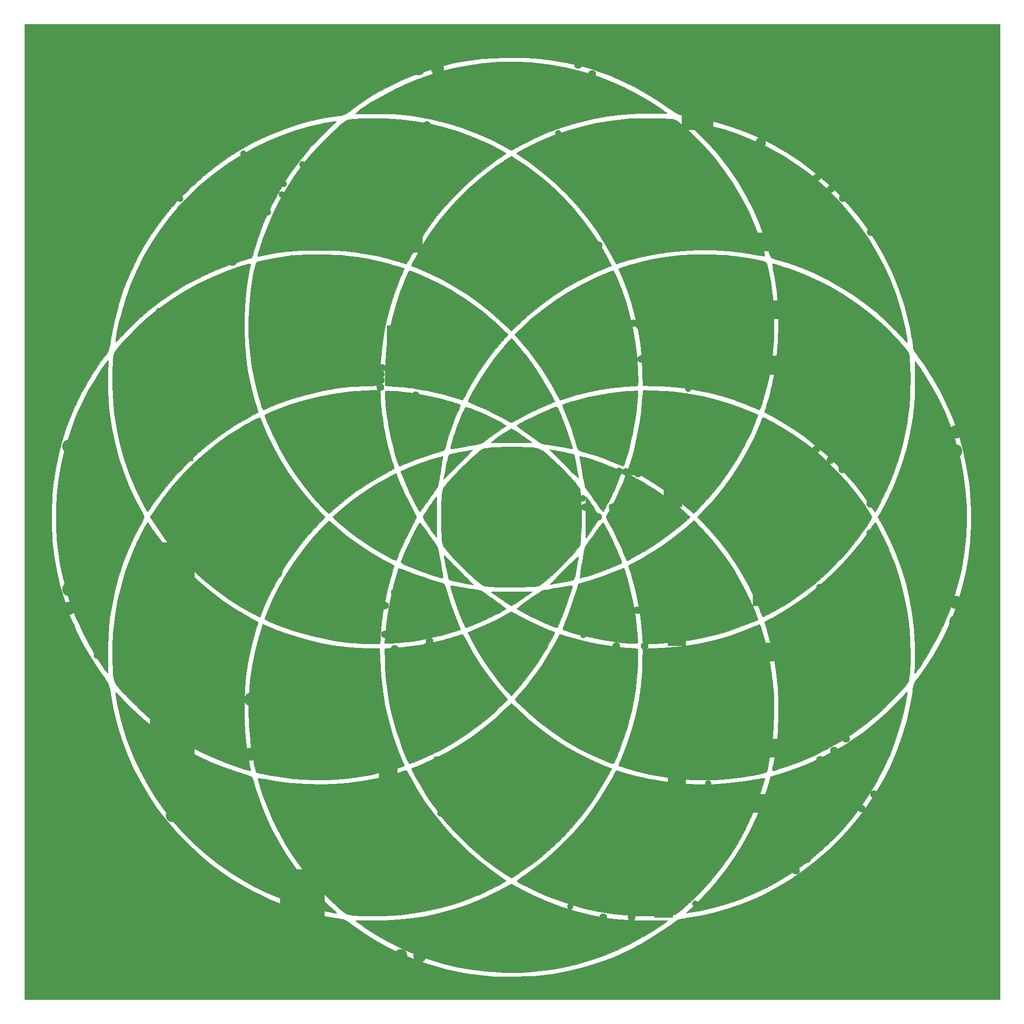
<source format=gbr>
G04 #@! TF.FileFunction,Soldermask,Bot*
%FSLAX46Y46*%
G04 Gerber Fmt 4.6, Leading zero omitted, Abs format (unit mm)*
G04 Created by KiCad (PCBNEW 4.0.4-stable) date Monday, December 19, 2016 'PMt' 01:57:05 PM*
%MOMM*%
%LPD*%
G01*
G04 APERTURE LIST*
%ADD10C,0.100000*%
%ADD11C,0.010000*%
%ADD12C,2.400000*%
%ADD13C,1.900000*%
%ADD14C,2.200000*%
%ADD15C,11.400000*%
%ADD16C,1.100000*%
%ADD17R,1.875000X2.030000*%
%ADD18R,2.030000X1.875000*%
%ADD19R,2.200000X1.950000*%
%ADD20R,1.650000X2.000000*%
%ADD21R,1.950000X2.200000*%
%ADD22R,1.400000X1.400000*%
%ADD23C,1.400000*%
%ADD24C,1.200000*%
G04 APERTURE END LIST*
D10*
D11*
G36*
X177800000Y-177800000D02*
X0Y-177800000D01*
X0Y-90406114D01*
X4959827Y-90406114D01*
X4965574Y-91291361D01*
X4978139Y-92131238D01*
X4997537Y-92895962D01*
X5023786Y-93555751D01*
X5056902Y-94080823D01*
X5062749Y-94149333D01*
X5390291Y-96932702D01*
X5871655Y-99690623D01*
X6502739Y-102408203D01*
X7279439Y-105070546D01*
X8197654Y-107662759D01*
X9253280Y-110169946D01*
X9785070Y-111293021D01*
X10693431Y-113047776D01*
X11688292Y-114782084D01*
X12789154Y-116528063D01*
X14015516Y-118317833D01*
X14244473Y-118637921D01*
X14576987Y-119113937D01*
X14872529Y-119563688D01*
X15112027Y-119956538D01*
X15276410Y-120261852D01*
X15325027Y-120373588D01*
X15403305Y-120633083D01*
X15494738Y-121016038D01*
X15589819Y-121478101D01*
X15679038Y-121974921D01*
X15711040Y-122174000D01*
X16232540Y-124998321D01*
X16912562Y-127765757D01*
X17749007Y-130472014D01*
X18739774Y-133112799D01*
X19882763Y-135683821D01*
X21175876Y-138180787D01*
X22617012Y-140599405D01*
X24204071Y-142935382D01*
X25934953Y-145184426D01*
X27807559Y-147342244D01*
X28260744Y-147828000D01*
X30084626Y-149681213D01*
X31910435Y-151381276D01*
X33758395Y-152943381D01*
X35648732Y-154382719D01*
X37601670Y-155714482D01*
X39637436Y-156953860D01*
X41776254Y-158116047D01*
X42333333Y-158398262D01*
X44746119Y-159526440D01*
X47168902Y-160502119D01*
X49625155Y-161332660D01*
X52138352Y-162025426D01*
X54731967Y-162587776D01*
X56811333Y-162938441D01*
X57336597Y-163016763D01*
X57742303Y-163084075D01*
X58063507Y-163155525D01*
X58335269Y-163246261D01*
X58592645Y-163371430D01*
X58870693Y-163546180D01*
X59204470Y-163785660D01*
X59629036Y-164105017D01*
X59786186Y-164223828D01*
X61810383Y-165657776D01*
X63961954Y-167002122D01*
X66218232Y-168245766D01*
X68556555Y-169377611D01*
X70954257Y-170386558D01*
X73388676Y-171261508D01*
X75410729Y-171875178D01*
X76724098Y-172224382D01*
X77989458Y-172526210D01*
X79239694Y-172786156D01*
X80507687Y-173009711D01*
X81826321Y-173202367D01*
X83228479Y-173369617D01*
X84747045Y-173516952D01*
X85725000Y-173597866D01*
X86065613Y-173614684D01*
X86549144Y-173624760D01*
X87149330Y-173628595D01*
X87839911Y-173626690D01*
X88594625Y-173619545D01*
X89387210Y-173607663D01*
X90191406Y-173591542D01*
X90980951Y-173571686D01*
X91729583Y-173548593D01*
X92411043Y-173522767D01*
X92999067Y-173494707D01*
X93467395Y-173464914D01*
X93683666Y-173446044D01*
X96576546Y-173071596D01*
X99395675Y-172545106D01*
X102144496Y-171865246D01*
X104826450Y-171030688D01*
X107444979Y-170040107D01*
X110003525Y-168892175D01*
X112505529Y-167585564D01*
X114954432Y-166118948D01*
X117353677Y-164490999D01*
X117856000Y-164125216D01*
X118236050Y-163847642D01*
X118580672Y-163600583D01*
X118861188Y-163404252D01*
X119048923Y-163278863D01*
X119098918Y-163249150D01*
X119248206Y-163202090D01*
X119528614Y-163140156D01*
X119903375Y-163070568D01*
X120335723Y-163000548D01*
X120453584Y-162983082D01*
X123175259Y-162516930D01*
X125803653Y-161920288D01*
X128361187Y-161186304D01*
X130870285Y-160308125D01*
X133353369Y-159278900D01*
X134836379Y-158587798D01*
X137316359Y-157290746D01*
X139723799Y-155841135D01*
X142057186Y-154240129D01*
X144315001Y-152488887D01*
X146495730Y-150588572D01*
X148597857Y-148540344D01*
X150207705Y-146812000D01*
X152024089Y-144651555D01*
X153706055Y-142391280D01*
X155250053Y-140038802D01*
X156652536Y-137601746D01*
X157909954Y-135087738D01*
X159018759Y-132504404D01*
X159975404Y-129859370D01*
X160776339Y-127160261D01*
X161418016Y-124414704D01*
X161884447Y-121717670D01*
X161953745Y-121257354D01*
X162022367Y-120842089D01*
X162083927Y-120507799D01*
X162132039Y-120290412D01*
X162146626Y-120242803D01*
X162224146Y-120101748D01*
X162383847Y-119854880D01*
X162605845Y-119531499D01*
X162870255Y-119160909D01*
X163014810Y-118963466D01*
X164388699Y-117025375D01*
X165622877Y-115115134D01*
X166735760Y-113200017D01*
X167745766Y-111247300D01*
X168671310Y-109224257D01*
X169165109Y-108034666D01*
X170101559Y-105476163D01*
X170894733Y-102831826D01*
X171543003Y-100108610D01*
X172044742Y-97313466D01*
X172398324Y-94453349D01*
X172434436Y-94064666D01*
X172518357Y-92845918D01*
X172566638Y-91502540D01*
X172580277Y-90075228D01*
X172560274Y-88604674D01*
X172507624Y-87131573D01*
X172423327Y-85696618D01*
X172308380Y-84340503D01*
X172166083Y-83120797D01*
X171694303Y-80270383D01*
X171063194Y-77475638D01*
X170274001Y-74739609D01*
X169327970Y-72065342D01*
X168226345Y-69455883D01*
X166970374Y-66914279D01*
X165561301Y-64443575D01*
X164000372Y-62046819D01*
X162957003Y-60599466D01*
X162642263Y-60175283D01*
X162409558Y-59840495D01*
X162242404Y-59554002D01*
X162124320Y-59274707D01*
X162038823Y-58961511D01*
X161969431Y-58573317D01*
X161899660Y-58069025D01*
X161879187Y-57912000D01*
X161702825Y-56751429D01*
X161463921Y-55479415D01*
X161172200Y-54137654D01*
X160837388Y-52767841D01*
X160469209Y-51411670D01*
X160077388Y-50110837D01*
X160012165Y-49907575D01*
X159066837Y-47262364D01*
X157965553Y-44680034D01*
X156711344Y-42165184D01*
X155307243Y-39722413D01*
X153756281Y-37356321D01*
X152061490Y-35071507D01*
X150225901Y-32872569D01*
X148252546Y-30764107D01*
X146144457Y-28750721D01*
X145952319Y-28577999D01*
X143729378Y-26698189D01*
X141434844Y-24971520D01*
X139069582Y-23398408D01*
X136634459Y-21979266D01*
X134130339Y-20714510D01*
X131558089Y-19604553D01*
X128918574Y-18649811D01*
X126212660Y-17850697D01*
X123441211Y-17207625D01*
X121454333Y-16849212D01*
X120917869Y-16760489D01*
X120407929Y-16670517D01*
X119960319Y-16586037D01*
X119610842Y-16513791D01*
X119404460Y-16463250D01*
X119122980Y-16346482D01*
X118738533Y-16129215D01*
X118243399Y-15806749D01*
X117711127Y-15433049D01*
X115508168Y-13917100D01*
X113325158Y-12556694D01*
X111143716Y-11342438D01*
X108945463Y-10264937D01*
X106712018Y-9314796D01*
X104425000Y-8482621D01*
X103570520Y-8205551D01*
X101195021Y-7525162D01*
X98809915Y-6975455D01*
X96394247Y-6553607D01*
X93927060Y-6256796D01*
X91387399Y-6082198D01*
X88754309Y-6026990D01*
X87503000Y-6040969D01*
X85450169Y-6115787D01*
X83516827Y-6255440D01*
X81663922Y-6465284D01*
X79852400Y-6750673D01*
X78043208Y-7116962D01*
X76197293Y-7569505D01*
X76030666Y-7613939D01*
X73405594Y-8391036D01*
X70881536Y-9288882D01*
X68441350Y-10315791D01*
X66067892Y-11480076D01*
X63744019Y-12790051D01*
X61452588Y-14254029D01*
X59531942Y-15615064D01*
X59100927Y-15923422D01*
X58709351Y-16183265D01*
X58385817Y-16376682D01*
X58158930Y-16485758D01*
X58123666Y-16496968D01*
X57903933Y-16544041D01*
X57564535Y-16603497D01*
X57153904Y-16667322D01*
X56769000Y-16721145D01*
X54484179Y-17094325D01*
X52145401Y-17615676D01*
X49770487Y-18280001D01*
X47377262Y-19082105D01*
X44983546Y-20016791D01*
X43973258Y-20451658D01*
X41595846Y-21593339D01*
X39261804Y-22892295D01*
X36981398Y-24339733D01*
X34764891Y-25926864D01*
X32622546Y-27644895D01*
X30564630Y-29485035D01*
X28601405Y-31438494D01*
X26743136Y-33496479D01*
X25000087Y-35650200D01*
X23382521Y-37890865D01*
X23071426Y-38354000D01*
X21582545Y-40750529D01*
X20244375Y-43223555D01*
X19057950Y-45770384D01*
X18024306Y-48388323D01*
X17144478Y-51074678D01*
X16419501Y-53826754D01*
X15850410Y-56641859D01*
X15707600Y-57515311D01*
X15581721Y-58263895D01*
X15456138Y-58865042D01*
X15324215Y-59340507D01*
X15179318Y-59712044D01*
X15014814Y-60001407D01*
X14906698Y-60141439D01*
X14620333Y-60496062D01*
X14265099Y-60971889D01*
X13857713Y-61544013D01*
X13414895Y-62187527D01*
X12953363Y-62877524D01*
X12489837Y-63589097D01*
X12041035Y-64297339D01*
X11623676Y-64977343D01*
X11345129Y-65447333D01*
X11008331Y-66046691D01*
X10627022Y-66760006D01*
X10220534Y-67548252D01*
X9808199Y-68372407D01*
X9409350Y-69193446D01*
X9043318Y-69972345D01*
X8729437Y-70670080D01*
X8555898Y-71077666D01*
X7609128Y-73565189D01*
X6808296Y-76088893D01*
X6149603Y-78664818D01*
X5629253Y-81309001D01*
X5243447Y-84037479D01*
X5067531Y-85809666D01*
X5032738Y-86341706D01*
X5004660Y-87007070D01*
X4983312Y-87775975D01*
X4968712Y-88618639D01*
X4960878Y-89505279D01*
X4959827Y-90406114D01*
X0Y-90406114D01*
X0Y0D01*
X177800000Y0D01*
X177800000Y-177800000D01*
X177800000Y-177800000D01*
G37*
X177800000Y-177800000D02*
X0Y-177800000D01*
X0Y-90406114D01*
X4959827Y-90406114D01*
X4965574Y-91291361D01*
X4978139Y-92131238D01*
X4997537Y-92895962D01*
X5023786Y-93555751D01*
X5056902Y-94080823D01*
X5062749Y-94149333D01*
X5390291Y-96932702D01*
X5871655Y-99690623D01*
X6502739Y-102408203D01*
X7279439Y-105070546D01*
X8197654Y-107662759D01*
X9253280Y-110169946D01*
X9785070Y-111293021D01*
X10693431Y-113047776D01*
X11688292Y-114782084D01*
X12789154Y-116528063D01*
X14015516Y-118317833D01*
X14244473Y-118637921D01*
X14576987Y-119113937D01*
X14872529Y-119563688D01*
X15112027Y-119956538D01*
X15276410Y-120261852D01*
X15325027Y-120373588D01*
X15403305Y-120633083D01*
X15494738Y-121016038D01*
X15589819Y-121478101D01*
X15679038Y-121974921D01*
X15711040Y-122174000D01*
X16232540Y-124998321D01*
X16912562Y-127765757D01*
X17749007Y-130472014D01*
X18739774Y-133112799D01*
X19882763Y-135683821D01*
X21175876Y-138180787D01*
X22617012Y-140599405D01*
X24204071Y-142935382D01*
X25934953Y-145184426D01*
X27807559Y-147342244D01*
X28260744Y-147828000D01*
X30084626Y-149681213D01*
X31910435Y-151381276D01*
X33758395Y-152943381D01*
X35648732Y-154382719D01*
X37601670Y-155714482D01*
X39637436Y-156953860D01*
X41776254Y-158116047D01*
X42333333Y-158398262D01*
X44746119Y-159526440D01*
X47168902Y-160502119D01*
X49625155Y-161332660D01*
X52138352Y-162025426D01*
X54731967Y-162587776D01*
X56811333Y-162938441D01*
X57336597Y-163016763D01*
X57742303Y-163084075D01*
X58063507Y-163155525D01*
X58335269Y-163246261D01*
X58592645Y-163371430D01*
X58870693Y-163546180D01*
X59204470Y-163785660D01*
X59629036Y-164105017D01*
X59786186Y-164223828D01*
X61810383Y-165657776D01*
X63961954Y-167002122D01*
X66218232Y-168245766D01*
X68556555Y-169377611D01*
X70954257Y-170386558D01*
X73388676Y-171261508D01*
X75410729Y-171875178D01*
X76724098Y-172224382D01*
X77989458Y-172526210D01*
X79239694Y-172786156D01*
X80507687Y-173009711D01*
X81826321Y-173202367D01*
X83228479Y-173369617D01*
X84747045Y-173516952D01*
X85725000Y-173597866D01*
X86065613Y-173614684D01*
X86549144Y-173624760D01*
X87149330Y-173628595D01*
X87839911Y-173626690D01*
X88594625Y-173619545D01*
X89387210Y-173607663D01*
X90191406Y-173591542D01*
X90980951Y-173571686D01*
X91729583Y-173548593D01*
X92411043Y-173522767D01*
X92999067Y-173494707D01*
X93467395Y-173464914D01*
X93683666Y-173446044D01*
X96576546Y-173071596D01*
X99395675Y-172545106D01*
X102144496Y-171865246D01*
X104826450Y-171030688D01*
X107444979Y-170040107D01*
X110003525Y-168892175D01*
X112505529Y-167585564D01*
X114954432Y-166118948D01*
X117353677Y-164490999D01*
X117856000Y-164125216D01*
X118236050Y-163847642D01*
X118580672Y-163600583D01*
X118861188Y-163404252D01*
X119048923Y-163278863D01*
X119098918Y-163249150D01*
X119248206Y-163202090D01*
X119528614Y-163140156D01*
X119903375Y-163070568D01*
X120335723Y-163000548D01*
X120453584Y-162983082D01*
X123175259Y-162516930D01*
X125803653Y-161920288D01*
X128361187Y-161186304D01*
X130870285Y-160308125D01*
X133353369Y-159278900D01*
X134836379Y-158587798D01*
X137316359Y-157290746D01*
X139723799Y-155841135D01*
X142057186Y-154240129D01*
X144315001Y-152488887D01*
X146495730Y-150588572D01*
X148597857Y-148540344D01*
X150207705Y-146812000D01*
X152024089Y-144651555D01*
X153706055Y-142391280D01*
X155250053Y-140038802D01*
X156652536Y-137601746D01*
X157909954Y-135087738D01*
X159018759Y-132504404D01*
X159975404Y-129859370D01*
X160776339Y-127160261D01*
X161418016Y-124414704D01*
X161884447Y-121717670D01*
X161953745Y-121257354D01*
X162022367Y-120842089D01*
X162083927Y-120507799D01*
X162132039Y-120290412D01*
X162146626Y-120242803D01*
X162224146Y-120101748D01*
X162383847Y-119854880D01*
X162605845Y-119531499D01*
X162870255Y-119160909D01*
X163014810Y-118963466D01*
X164388699Y-117025375D01*
X165622877Y-115115134D01*
X166735760Y-113200017D01*
X167745766Y-111247300D01*
X168671310Y-109224257D01*
X169165109Y-108034666D01*
X170101559Y-105476163D01*
X170894733Y-102831826D01*
X171543003Y-100108610D01*
X172044742Y-97313466D01*
X172398324Y-94453349D01*
X172434436Y-94064666D01*
X172518357Y-92845918D01*
X172566638Y-91502540D01*
X172580277Y-90075228D01*
X172560274Y-88604674D01*
X172507624Y-87131573D01*
X172423327Y-85696618D01*
X172308380Y-84340503D01*
X172166083Y-83120797D01*
X171694303Y-80270383D01*
X171063194Y-77475638D01*
X170274001Y-74739609D01*
X169327970Y-72065342D01*
X168226345Y-69455883D01*
X166970374Y-66914279D01*
X165561301Y-64443575D01*
X164000372Y-62046819D01*
X162957003Y-60599466D01*
X162642263Y-60175283D01*
X162409558Y-59840495D01*
X162242404Y-59554002D01*
X162124320Y-59274707D01*
X162038823Y-58961511D01*
X161969431Y-58573317D01*
X161899660Y-58069025D01*
X161879187Y-57912000D01*
X161702825Y-56751429D01*
X161463921Y-55479415D01*
X161172200Y-54137654D01*
X160837388Y-52767841D01*
X160469209Y-51411670D01*
X160077388Y-50110837D01*
X160012165Y-49907575D01*
X159066837Y-47262364D01*
X157965553Y-44680034D01*
X156711344Y-42165184D01*
X155307243Y-39722413D01*
X153756281Y-37356321D01*
X152061490Y-35071507D01*
X150225901Y-32872569D01*
X148252546Y-30764107D01*
X146144457Y-28750721D01*
X145952319Y-28577999D01*
X143729378Y-26698189D01*
X141434844Y-24971520D01*
X139069582Y-23398408D01*
X136634459Y-21979266D01*
X134130339Y-20714510D01*
X131558089Y-19604553D01*
X128918574Y-18649811D01*
X126212660Y-17850697D01*
X123441211Y-17207625D01*
X121454333Y-16849212D01*
X120917869Y-16760489D01*
X120407929Y-16670517D01*
X119960319Y-16586037D01*
X119610842Y-16513791D01*
X119404460Y-16463250D01*
X119122980Y-16346482D01*
X118738533Y-16129215D01*
X118243399Y-15806749D01*
X117711127Y-15433049D01*
X115508168Y-13917100D01*
X113325158Y-12556694D01*
X111143716Y-11342438D01*
X108945463Y-10264937D01*
X106712018Y-9314796D01*
X104425000Y-8482621D01*
X103570520Y-8205551D01*
X101195021Y-7525162D01*
X98809915Y-6975455D01*
X96394247Y-6553607D01*
X93927060Y-6256796D01*
X91387399Y-6082198D01*
X88754309Y-6026990D01*
X87503000Y-6040969D01*
X85450169Y-6115787D01*
X83516827Y-6255440D01*
X81663922Y-6465284D01*
X79852400Y-6750673D01*
X78043208Y-7116962D01*
X76197293Y-7569505D01*
X76030666Y-7613939D01*
X73405594Y-8391036D01*
X70881536Y-9288882D01*
X68441350Y-10315791D01*
X66067892Y-11480076D01*
X63744019Y-12790051D01*
X61452588Y-14254029D01*
X59531942Y-15615064D01*
X59100927Y-15923422D01*
X58709351Y-16183265D01*
X58385817Y-16376682D01*
X58158930Y-16485758D01*
X58123666Y-16496968D01*
X57903933Y-16544041D01*
X57564535Y-16603497D01*
X57153904Y-16667322D01*
X56769000Y-16721145D01*
X54484179Y-17094325D01*
X52145401Y-17615676D01*
X49770487Y-18280001D01*
X47377262Y-19082105D01*
X44983546Y-20016791D01*
X43973258Y-20451658D01*
X41595846Y-21593339D01*
X39261804Y-22892295D01*
X36981398Y-24339733D01*
X34764891Y-25926864D01*
X32622546Y-27644895D01*
X30564630Y-29485035D01*
X28601405Y-31438494D01*
X26743136Y-33496479D01*
X25000087Y-35650200D01*
X23382521Y-37890865D01*
X23071426Y-38354000D01*
X21582545Y-40750529D01*
X20244375Y-43223555D01*
X19057950Y-45770384D01*
X18024306Y-48388323D01*
X17144478Y-51074678D01*
X16419501Y-53826754D01*
X15850410Y-56641859D01*
X15707600Y-57515311D01*
X15581721Y-58263895D01*
X15456138Y-58865042D01*
X15324215Y-59340507D01*
X15179318Y-59712044D01*
X15014814Y-60001407D01*
X14906698Y-60141439D01*
X14620333Y-60496062D01*
X14265099Y-60971889D01*
X13857713Y-61544013D01*
X13414895Y-62187527D01*
X12953363Y-62877524D01*
X12489837Y-63589097D01*
X12041035Y-64297339D01*
X11623676Y-64977343D01*
X11345129Y-65447333D01*
X11008331Y-66046691D01*
X10627022Y-66760006D01*
X10220534Y-67548252D01*
X9808199Y-68372407D01*
X9409350Y-69193446D01*
X9043318Y-69972345D01*
X8729437Y-70670080D01*
X8555898Y-71077666D01*
X7609128Y-73565189D01*
X6808296Y-76088893D01*
X6149603Y-78664818D01*
X5629253Y-81309001D01*
X5243447Y-84037479D01*
X5067531Y-85809666D01*
X5032738Y-86341706D01*
X5004660Y-87007070D01*
X4983312Y-87775975D01*
X4968712Y-88618639D01*
X4960878Y-89505279D01*
X4959827Y-90406114D01*
X0Y-90406114D01*
X0Y0D01*
X177800000Y0D01*
X177800000Y-177800000D01*
G36*
X88847800Y-156757425D02*
X89069228Y-156866792D01*
X89386778Y-157032736D01*
X89774798Y-157241891D01*
X90140002Y-157443186D01*
X92609235Y-158721468D01*
X95154048Y-159849694D01*
X97777280Y-160828973D01*
X100481769Y-161660418D01*
X101791077Y-162002749D01*
X103548457Y-162408890D01*
X105241637Y-162739501D01*
X106906795Y-162998543D01*
X108580109Y-163189977D01*
X110297757Y-163317766D01*
X112095918Y-163385870D01*
X114010769Y-163398252D01*
X114490500Y-163393388D01*
X115145771Y-163386459D01*
X115743307Y-163383284D01*
X116262994Y-163383722D01*
X116684721Y-163387631D01*
X116988376Y-163394870D01*
X117153845Y-163405297D01*
X117178666Y-163412305D01*
X117108285Y-163514466D01*
X116908230Y-163690728D01*
X116595137Y-163929939D01*
X116185642Y-164220949D01*
X115696380Y-164552608D01*
X115143986Y-164913765D01*
X114545095Y-165293269D01*
X113916343Y-165679972D01*
X113274365Y-166062721D01*
X112903000Y-166278231D01*
X110434912Y-167616330D01*
X107971650Y-168791604D01*
X105497750Y-169809341D01*
X102997743Y-170674830D01*
X100456166Y-171393359D01*
X97857551Y-171970216D01*
X95186434Y-172410690D01*
X94826666Y-172459047D01*
X93394542Y-172618207D01*
X91861886Y-172737242D01*
X90286091Y-172813819D01*
X88724553Y-172845603D01*
X87234665Y-172830262D01*
X86444666Y-172799797D01*
X83905829Y-172601980D01*
X81349456Y-172266346D01*
X78810706Y-171799502D01*
X76324739Y-171208052D01*
X73926715Y-170498602D01*
X73575333Y-170381931D01*
X71621866Y-169672239D01*
X69666845Y-168862668D01*
X67742758Y-167969339D01*
X65882092Y-167008370D01*
X64117335Y-165995882D01*
X62480974Y-164947995D01*
X62113415Y-164694740D01*
X61554639Y-164302441D01*
X61122205Y-163994858D01*
X60802363Y-163761590D01*
X60581358Y-163592236D01*
X60445440Y-163476393D01*
X60380857Y-163403661D01*
X60370635Y-163376585D01*
X60450912Y-163360186D01*
X60679547Y-163349085D01*
X61035644Y-163343389D01*
X61498307Y-163343203D01*
X62046640Y-163348633D01*
X62659748Y-163359786D01*
X62843833Y-163364037D01*
X65546623Y-163367244D01*
X68157070Y-163241128D01*
X70696415Y-162981953D01*
X73185898Y-162585984D01*
X75646761Y-162049485D01*
X78100243Y-161368722D01*
X80567586Y-160539958D01*
X81999666Y-159995416D01*
X82645178Y-159728438D01*
X83389506Y-159401591D01*
X84196280Y-159032363D01*
X85029127Y-158638247D01*
X85851677Y-158236734D01*
X86627558Y-157845314D01*
X87320398Y-157481478D01*
X87893825Y-157162717D01*
X87911844Y-157152268D01*
X88233749Y-156970046D01*
X88504850Y-156825464D01*
X88689793Y-156736882D01*
X88748144Y-156718000D01*
X88847800Y-156757425D01*
X88847800Y-156757425D01*
G37*
X88847800Y-156757425D02*
X89069228Y-156866792D01*
X89386778Y-157032736D01*
X89774798Y-157241891D01*
X90140002Y-157443186D01*
X92609235Y-158721468D01*
X95154048Y-159849694D01*
X97777280Y-160828973D01*
X100481769Y-161660418D01*
X101791077Y-162002749D01*
X103548457Y-162408890D01*
X105241637Y-162739501D01*
X106906795Y-162998543D01*
X108580109Y-163189977D01*
X110297757Y-163317766D01*
X112095918Y-163385870D01*
X114010769Y-163398252D01*
X114490500Y-163393388D01*
X115145771Y-163386459D01*
X115743307Y-163383284D01*
X116262994Y-163383722D01*
X116684721Y-163387631D01*
X116988376Y-163394870D01*
X117153845Y-163405297D01*
X117178666Y-163412305D01*
X117108285Y-163514466D01*
X116908230Y-163690728D01*
X116595137Y-163929939D01*
X116185642Y-164220949D01*
X115696380Y-164552608D01*
X115143986Y-164913765D01*
X114545095Y-165293269D01*
X113916343Y-165679972D01*
X113274365Y-166062721D01*
X112903000Y-166278231D01*
X110434912Y-167616330D01*
X107971650Y-168791604D01*
X105497750Y-169809341D01*
X102997743Y-170674830D01*
X100456166Y-171393359D01*
X97857551Y-171970216D01*
X95186434Y-172410690D01*
X94826666Y-172459047D01*
X93394542Y-172618207D01*
X91861886Y-172737242D01*
X90286091Y-172813819D01*
X88724553Y-172845603D01*
X87234665Y-172830262D01*
X86444666Y-172799797D01*
X83905829Y-172601980D01*
X81349456Y-172266346D01*
X78810706Y-171799502D01*
X76324739Y-171208052D01*
X73926715Y-170498602D01*
X73575333Y-170381931D01*
X71621866Y-169672239D01*
X69666845Y-168862668D01*
X67742758Y-167969339D01*
X65882092Y-167008370D01*
X64117335Y-165995882D01*
X62480974Y-164947995D01*
X62113415Y-164694740D01*
X61554639Y-164302441D01*
X61122205Y-163994858D01*
X60802363Y-163761590D01*
X60581358Y-163592236D01*
X60445440Y-163476393D01*
X60380857Y-163403661D01*
X60370635Y-163376585D01*
X60450912Y-163360186D01*
X60679547Y-163349085D01*
X61035644Y-163343389D01*
X61498307Y-163343203D01*
X62046640Y-163348633D01*
X62659748Y-163359786D01*
X62843833Y-163364037D01*
X65546623Y-163367244D01*
X68157070Y-163241128D01*
X70696415Y-162981953D01*
X73185898Y-162585984D01*
X75646761Y-162049485D01*
X78100243Y-161368722D01*
X80567586Y-160539958D01*
X81999666Y-159995416D01*
X82645178Y-159728438D01*
X83389506Y-159401591D01*
X84196280Y-159032363D01*
X85029127Y-158638247D01*
X85851677Y-158236734D01*
X86627558Y-157845314D01*
X87320398Y-157481478D01*
X87893825Y-157162717D01*
X87911844Y-157152268D01*
X88233749Y-156970046D01*
X88504850Y-156825464D01*
X88689793Y-156736882D01*
X88748144Y-156718000D01*
X88847800Y-156757425D01*
G36*
X69684385Y-136068380D02*
X69797212Y-136272808D01*
X69960411Y-136573821D01*
X70159552Y-136944884D01*
X70274269Y-137160000D01*
X71613557Y-139528192D01*
X73050942Y-141778070D01*
X74601855Y-143930429D01*
X76281725Y-146006060D01*
X78105984Y-148025756D01*
X79074199Y-149018246D01*
X80889546Y-150753828D01*
X82760552Y-152387479D01*
X84661972Y-153898299D01*
X86568560Y-155265389D01*
X86843886Y-155450405D01*
X87192392Y-155685802D01*
X87483848Y-155888798D01*
X87692258Y-156040820D01*
X87791624Y-156123294D01*
X87796386Y-156130931D01*
X87725268Y-156206662D01*
X87519662Y-156343279D01*
X87198938Y-156530947D01*
X86782464Y-156759831D01*
X86289611Y-157020094D01*
X85739749Y-157301901D01*
X85152247Y-157595418D01*
X84546474Y-157890807D01*
X83941800Y-158178234D01*
X83357595Y-158447864D01*
X82813229Y-158689860D01*
X82465333Y-158837930D01*
X80224490Y-159710599D01*
X77990923Y-160458167D01*
X75734137Y-161088308D01*
X73423640Y-161608694D01*
X71028938Y-162027001D01*
X68519538Y-162350901D01*
X68495333Y-162353519D01*
X68005824Y-162395393D01*
X67377405Y-162432185D01*
X66640436Y-162463461D01*
X65825278Y-162488787D01*
X64962290Y-162507730D01*
X64081831Y-162519856D01*
X63214263Y-162524732D01*
X62389944Y-162521924D01*
X61639235Y-162510998D01*
X60992496Y-162491521D01*
X60536666Y-162467186D01*
X59929485Y-162419767D01*
X59453389Y-162363638D01*
X59070236Y-162284046D01*
X58741886Y-162166239D01*
X58430197Y-161995465D01*
X58097028Y-161756972D01*
X57704239Y-161436007D01*
X57564648Y-161317661D01*
X57118448Y-160923700D01*
X56585332Y-160430070D01*
X55990132Y-159861673D01*
X55357677Y-159243411D01*
X54712799Y-158600186D01*
X54080330Y-157956901D01*
X53485099Y-157338458D01*
X52951939Y-156769760D01*
X52505680Y-156275709D01*
X52302767Y-156040666D01*
X50563948Y-153869735D01*
X48982414Y-151660956D01*
X47548031Y-149396635D01*
X46250663Y-147059081D01*
X45080178Y-144630603D01*
X44026440Y-142093507D01*
X43507277Y-140685889D01*
X43332966Y-140180653D01*
X43158644Y-139653486D01*
X42991845Y-139129636D01*
X42840101Y-138634355D01*
X42710946Y-138192891D01*
X42611911Y-137830494D01*
X42550531Y-137572414D01*
X42534337Y-137443901D01*
X42537582Y-137435528D01*
X42629082Y-137437416D01*
X42859615Y-137466004D01*
X43201703Y-137517215D01*
X43627867Y-137586966D01*
X44041852Y-137658883D01*
X45315908Y-137875751D01*
X46499971Y-138054410D01*
X47643126Y-138200352D01*
X48794460Y-138319075D01*
X50003057Y-138416070D01*
X51318004Y-138496835D01*
X51709116Y-138517147D01*
X54047296Y-138566723D01*
X56457960Y-138488636D01*
X58907718Y-138287378D01*
X61363183Y-137967442D01*
X63790965Y-137533317D01*
X66157675Y-136989497D01*
X68429924Y-136340473D01*
X68818180Y-136215491D01*
X69155846Y-136108633D01*
X69427685Y-136029731D01*
X69597723Y-135988830D01*
X69636362Y-135987069D01*
X69684385Y-136068380D01*
X69684385Y-136068380D01*
G37*
X69684385Y-136068380D02*
X69797212Y-136272808D01*
X69960411Y-136573821D01*
X70159552Y-136944884D01*
X70274269Y-137160000D01*
X71613557Y-139528192D01*
X73050942Y-141778070D01*
X74601855Y-143930429D01*
X76281725Y-146006060D01*
X78105984Y-148025756D01*
X79074199Y-149018246D01*
X80889546Y-150753828D01*
X82760552Y-152387479D01*
X84661972Y-153898299D01*
X86568560Y-155265389D01*
X86843886Y-155450405D01*
X87192392Y-155685802D01*
X87483848Y-155888798D01*
X87692258Y-156040820D01*
X87791624Y-156123294D01*
X87796386Y-156130931D01*
X87725268Y-156206662D01*
X87519662Y-156343279D01*
X87198938Y-156530947D01*
X86782464Y-156759831D01*
X86289611Y-157020094D01*
X85739749Y-157301901D01*
X85152247Y-157595418D01*
X84546474Y-157890807D01*
X83941800Y-158178234D01*
X83357595Y-158447864D01*
X82813229Y-158689860D01*
X82465333Y-158837930D01*
X80224490Y-159710599D01*
X77990923Y-160458167D01*
X75734137Y-161088308D01*
X73423640Y-161608694D01*
X71028938Y-162027001D01*
X68519538Y-162350901D01*
X68495333Y-162353519D01*
X68005824Y-162395393D01*
X67377405Y-162432185D01*
X66640436Y-162463461D01*
X65825278Y-162488787D01*
X64962290Y-162507730D01*
X64081831Y-162519856D01*
X63214263Y-162524732D01*
X62389944Y-162521924D01*
X61639235Y-162510998D01*
X60992496Y-162491521D01*
X60536666Y-162467186D01*
X59929485Y-162419767D01*
X59453389Y-162363638D01*
X59070236Y-162284046D01*
X58741886Y-162166239D01*
X58430197Y-161995465D01*
X58097028Y-161756972D01*
X57704239Y-161436007D01*
X57564648Y-161317661D01*
X57118448Y-160923700D01*
X56585332Y-160430070D01*
X55990132Y-159861673D01*
X55357677Y-159243411D01*
X54712799Y-158600186D01*
X54080330Y-157956901D01*
X53485099Y-157338458D01*
X52951939Y-156769760D01*
X52505680Y-156275709D01*
X52302767Y-156040666D01*
X50563948Y-153869735D01*
X48982414Y-151660956D01*
X47548031Y-149396635D01*
X46250663Y-147059081D01*
X45080178Y-144630603D01*
X44026440Y-142093507D01*
X43507277Y-140685889D01*
X43332966Y-140180653D01*
X43158644Y-139653486D01*
X42991845Y-139129636D01*
X42840101Y-138634355D01*
X42710946Y-138192891D01*
X42611911Y-137830494D01*
X42550531Y-137572414D01*
X42534337Y-137443901D01*
X42537582Y-137435528D01*
X42629082Y-137437416D01*
X42859615Y-137466004D01*
X43201703Y-137517215D01*
X43627867Y-137586966D01*
X44041852Y-137658883D01*
X45315908Y-137875751D01*
X46499971Y-138054410D01*
X47643126Y-138200352D01*
X48794460Y-138319075D01*
X50003057Y-138416070D01*
X51318004Y-138496835D01*
X51709116Y-138517147D01*
X54047296Y-138566723D01*
X56457960Y-138488636D01*
X58907718Y-138287378D01*
X61363183Y-137967442D01*
X63790965Y-137533317D01*
X66157675Y-136989497D01*
X68429924Y-136340473D01*
X68818180Y-136215491D01*
X69155846Y-136108633D01*
X69427685Y-136029731D01*
X69597723Y-135988830D01*
X69636362Y-135987069D01*
X69684385Y-136068380D01*
G36*
X107971753Y-136024414D02*
X108187007Y-136080168D01*
X108497050Y-136170181D01*
X108842134Y-136276835D01*
X109618652Y-136511152D01*
X110507735Y-136759537D01*
X111454947Y-137008032D01*
X112405856Y-137242677D01*
X113306026Y-137449513D01*
X113919000Y-137578772D01*
X116768035Y-138065344D01*
X119634664Y-138385547D01*
X122521391Y-138539391D01*
X125430724Y-138526888D01*
X128365167Y-138348049D01*
X131327226Y-138002885D01*
X133411885Y-137663503D01*
X133954477Y-137565104D01*
X134352680Y-137494635D01*
X134628801Y-137450273D01*
X134805149Y-137430195D01*
X134904033Y-137432580D01*
X134947763Y-137455603D01*
X134958645Y-137497443D01*
X134958666Y-137537130D01*
X134932359Y-137686194D01*
X134859064Y-137968549D01*
X134747221Y-138357479D01*
X134605270Y-138826270D01*
X134441651Y-139348209D01*
X134264803Y-139896579D01*
X134083168Y-140444667D01*
X133905183Y-140965758D01*
X133739290Y-141433137D01*
X133660135Y-141647333D01*
X132572605Y-144302154D01*
X131337205Y-146879425D01*
X129957834Y-149372679D01*
X128438391Y-151775448D01*
X126782777Y-154081265D01*
X124994890Y-156283662D01*
X124485225Y-156865084D01*
X124004121Y-157391576D01*
X123468292Y-157954657D01*
X122894273Y-158538839D01*
X122298597Y-159128633D01*
X121697797Y-159708550D01*
X121108407Y-160263101D01*
X120546960Y-160776797D01*
X120029989Y-161234150D01*
X119574029Y-161619669D01*
X119195612Y-161917867D01*
X118911271Y-162113254D01*
X118841609Y-162152170D01*
X118567691Y-162252394D01*
X118185400Y-162340159D01*
X117779360Y-162398894D01*
X117439736Y-162424830D01*
X116958464Y-162448192D01*
X116363210Y-162468688D01*
X115681644Y-162486025D01*
X114941434Y-162499910D01*
X114170249Y-162510052D01*
X113395757Y-162516159D01*
X112645627Y-162517938D01*
X111947527Y-162515097D01*
X111329125Y-162507344D01*
X110818091Y-162494387D01*
X110447666Y-162476326D01*
X107589495Y-162193154D01*
X104772129Y-161746752D01*
X101990706Y-161135992D01*
X99240364Y-160359741D01*
X96516241Y-159416869D01*
X95377000Y-158970190D01*
X94960484Y-158793540D01*
X94431134Y-158557297D01*
X93826836Y-158279048D01*
X93185478Y-157976381D01*
X92544947Y-157666884D01*
X92159666Y-157476696D01*
X91431386Y-157111111D01*
X90846989Y-156811387D01*
X90396796Y-156572018D01*
X90071128Y-156387499D01*
X89860309Y-156252326D01*
X89754659Y-156160994D01*
X89744500Y-156107997D01*
X89747931Y-156104926D01*
X89826989Y-156048749D01*
X90023049Y-155911086D01*
X90314195Y-155707279D01*
X90678510Y-155452666D01*
X91094078Y-155162589D01*
X91143666Y-155127997D01*
X93146559Y-153669321D01*
X95020548Y-152173754D01*
X96806035Y-150607602D01*
X98425063Y-149055666D01*
X100254928Y-147138873D01*
X101940408Y-145181548D01*
X103501253Y-143157287D01*
X104957216Y-141039689D01*
X106328047Y-138802351D01*
X107029922Y-137553311D01*
X107280646Y-137094996D01*
X107503605Y-136689633D01*
X107686232Y-136359892D01*
X107815957Y-136128442D01*
X107880213Y-136017953D01*
X107884378Y-136012065D01*
X107971753Y-136024414D01*
X107971753Y-136024414D01*
G37*
X107971753Y-136024414D02*
X108187007Y-136080168D01*
X108497050Y-136170181D01*
X108842134Y-136276835D01*
X109618652Y-136511152D01*
X110507735Y-136759537D01*
X111454947Y-137008032D01*
X112405856Y-137242677D01*
X113306026Y-137449513D01*
X113919000Y-137578772D01*
X116768035Y-138065344D01*
X119634664Y-138385547D01*
X122521391Y-138539391D01*
X125430724Y-138526888D01*
X128365167Y-138348049D01*
X131327226Y-138002885D01*
X133411885Y-137663503D01*
X133954477Y-137565104D01*
X134352680Y-137494635D01*
X134628801Y-137450273D01*
X134805149Y-137430195D01*
X134904033Y-137432580D01*
X134947763Y-137455603D01*
X134958645Y-137497443D01*
X134958666Y-137537130D01*
X134932359Y-137686194D01*
X134859064Y-137968549D01*
X134747221Y-138357479D01*
X134605270Y-138826270D01*
X134441651Y-139348209D01*
X134264803Y-139896579D01*
X134083168Y-140444667D01*
X133905183Y-140965758D01*
X133739290Y-141433137D01*
X133660135Y-141647333D01*
X132572605Y-144302154D01*
X131337205Y-146879425D01*
X129957834Y-149372679D01*
X128438391Y-151775448D01*
X126782777Y-154081265D01*
X124994890Y-156283662D01*
X124485225Y-156865084D01*
X124004121Y-157391576D01*
X123468292Y-157954657D01*
X122894273Y-158538839D01*
X122298597Y-159128633D01*
X121697797Y-159708550D01*
X121108407Y-160263101D01*
X120546960Y-160776797D01*
X120029989Y-161234150D01*
X119574029Y-161619669D01*
X119195612Y-161917867D01*
X118911271Y-162113254D01*
X118841609Y-162152170D01*
X118567691Y-162252394D01*
X118185400Y-162340159D01*
X117779360Y-162398894D01*
X117439736Y-162424830D01*
X116958464Y-162448192D01*
X116363210Y-162468688D01*
X115681644Y-162486025D01*
X114941434Y-162499910D01*
X114170249Y-162510052D01*
X113395757Y-162516159D01*
X112645627Y-162517938D01*
X111947527Y-162515097D01*
X111329125Y-162507344D01*
X110818091Y-162494387D01*
X110447666Y-162476326D01*
X107589495Y-162193154D01*
X104772129Y-161746752D01*
X101990706Y-161135992D01*
X99240364Y-160359741D01*
X96516241Y-159416869D01*
X95377000Y-158970190D01*
X94960484Y-158793540D01*
X94431134Y-158557297D01*
X93826836Y-158279048D01*
X93185478Y-157976381D01*
X92544947Y-157666884D01*
X92159666Y-157476696D01*
X91431386Y-157111111D01*
X90846989Y-156811387D01*
X90396796Y-156572018D01*
X90071128Y-156387499D01*
X89860309Y-156252326D01*
X89754659Y-156160994D01*
X89744500Y-156107997D01*
X89747931Y-156104926D01*
X89826989Y-156048749D01*
X90023049Y-155911086D01*
X90314195Y-155707279D01*
X90678510Y-155452666D01*
X91094078Y-155162589D01*
X91143666Y-155127997D01*
X93146559Y-153669321D01*
X95020548Y-152173754D01*
X96806035Y-150607602D01*
X98425063Y-149055666D01*
X100254928Y-147138873D01*
X101940408Y-145181548D01*
X103501253Y-143157287D01*
X104957216Y-141039689D01*
X106328047Y-138802351D01*
X107029922Y-137553311D01*
X107280646Y-137094996D01*
X107503605Y-136689633D01*
X107686232Y-136359892D01*
X107815957Y-136128442D01*
X107880213Y-136017953D01*
X107884378Y-136012065D01*
X107971753Y-136024414D01*
G36*
X16727484Y-121810294D02*
X16900892Y-121976414D01*
X17150239Y-122229881D01*
X17456732Y-122551550D01*
X17801574Y-122922277D01*
X17838924Y-122962923D01*
X19708505Y-124884852D01*
X21699667Y-126713204D01*
X23794896Y-128434875D01*
X25976679Y-130036759D01*
X28227502Y-131505753D01*
X30529850Y-132828753D01*
X32088666Y-133625085D01*
X33036262Y-134076111D01*
X33926693Y-134479286D01*
X34793949Y-134847776D01*
X35672020Y-135194744D01*
X36594897Y-135533357D01*
X37596570Y-135876779D01*
X38711029Y-136238175D01*
X39365753Y-136443588D01*
X40070883Y-136667767D01*
X40640381Y-136859610D01*
X41067145Y-137016510D01*
X41344071Y-137135858D01*
X41462984Y-137213522D01*
X41556064Y-137393875D01*
X41645372Y-137647351D01*
X41661831Y-137707717D01*
X41867529Y-138457517D01*
X42128770Y-139320814D01*
X42431574Y-140256704D01*
X42761963Y-141224280D01*
X43105957Y-142182637D01*
X43449575Y-143090869D01*
X43778840Y-143908071D01*
X43789433Y-143933333D01*
X44938026Y-146453037D01*
X46241379Y-148915872D01*
X47690936Y-151309693D01*
X49278136Y-153622358D01*
X50994422Y-155841726D01*
X52831236Y-157955653D01*
X54780019Y-159951996D01*
X55669880Y-160789212D01*
X56046860Y-161138037D01*
X56376887Y-161449890D01*
X56640924Y-161706248D01*
X56819937Y-161888588D01*
X56894891Y-161978385D01*
X56896000Y-161982370D01*
X56872923Y-162028223D01*
X56776988Y-162036551D01*
X56568134Y-162008258D01*
X56472666Y-161991925D01*
X53790057Y-161462960D01*
X51230302Y-160833158D01*
X48775229Y-160095414D01*
X46406668Y-159242620D01*
X44106446Y-158267673D01*
X41856393Y-157163466D01*
X39638338Y-155922893D01*
X37465000Y-154559279D01*
X35142063Y-152927501D01*
X32944884Y-151184521D01*
X30869457Y-149326307D01*
X28911781Y-147348823D01*
X27067851Y-145248036D01*
X25333664Y-143019912D01*
X23769005Y-140758333D01*
X22382979Y-138491720D01*
X21110309Y-136114902D01*
X19963342Y-133653584D01*
X18954423Y-131133467D01*
X18441349Y-129667000D01*
X18232285Y-129011430D01*
X18020405Y-128301197D01*
X17809594Y-127553454D01*
X17603738Y-126785357D01*
X17406720Y-126014063D01*
X17222426Y-125256726D01*
X17054739Y-124530503D01*
X16907545Y-123852548D01*
X16784728Y-123240018D01*
X16690172Y-122710068D01*
X16627764Y-122279853D01*
X16601386Y-121966530D01*
X16614924Y-121787253D01*
X16648811Y-121750666D01*
X16727484Y-121810294D01*
X16727484Y-121810294D01*
G37*
X16727484Y-121810294D02*
X16900892Y-121976414D01*
X17150239Y-122229881D01*
X17456732Y-122551550D01*
X17801574Y-122922277D01*
X17838924Y-122962923D01*
X19708505Y-124884852D01*
X21699667Y-126713204D01*
X23794896Y-128434875D01*
X25976679Y-130036759D01*
X28227502Y-131505753D01*
X30529850Y-132828753D01*
X32088666Y-133625085D01*
X33036262Y-134076111D01*
X33926693Y-134479286D01*
X34793949Y-134847776D01*
X35672020Y-135194744D01*
X36594897Y-135533357D01*
X37596570Y-135876779D01*
X38711029Y-136238175D01*
X39365753Y-136443588D01*
X40070883Y-136667767D01*
X40640381Y-136859610D01*
X41067145Y-137016510D01*
X41344071Y-137135858D01*
X41462984Y-137213522D01*
X41556064Y-137393875D01*
X41645372Y-137647351D01*
X41661831Y-137707717D01*
X41867529Y-138457517D01*
X42128770Y-139320814D01*
X42431574Y-140256704D01*
X42761963Y-141224280D01*
X43105957Y-142182637D01*
X43449575Y-143090869D01*
X43778840Y-143908071D01*
X43789433Y-143933333D01*
X44938026Y-146453037D01*
X46241379Y-148915872D01*
X47690936Y-151309693D01*
X49278136Y-153622358D01*
X50994422Y-155841726D01*
X52831236Y-157955653D01*
X54780019Y-159951996D01*
X55669880Y-160789212D01*
X56046860Y-161138037D01*
X56376887Y-161449890D01*
X56640924Y-161706248D01*
X56819937Y-161888588D01*
X56894891Y-161978385D01*
X56896000Y-161982370D01*
X56872923Y-162028223D01*
X56776988Y-162036551D01*
X56568134Y-162008258D01*
X56472666Y-161991925D01*
X53790057Y-161462960D01*
X51230302Y-160833158D01*
X48775229Y-160095414D01*
X46406668Y-159242620D01*
X44106446Y-158267673D01*
X41856393Y-157163466D01*
X39638338Y-155922893D01*
X37465000Y-154559279D01*
X35142063Y-152927501D01*
X32944884Y-151184521D01*
X30869457Y-149326307D01*
X28911781Y-147348823D01*
X27067851Y-145248036D01*
X25333664Y-143019912D01*
X23769005Y-140758333D01*
X22382979Y-138491720D01*
X21110309Y-136114902D01*
X19963342Y-133653584D01*
X18954423Y-131133467D01*
X18441349Y-129667000D01*
X18232285Y-129011430D01*
X18020405Y-128301197D01*
X17809594Y-127553454D01*
X17603738Y-126785357D01*
X17406720Y-126014063D01*
X17222426Y-125256726D01*
X17054739Y-124530503D01*
X16907545Y-123852548D01*
X16784728Y-123240018D01*
X16690172Y-122710068D01*
X16627764Y-122279853D01*
X16601386Y-121966530D01*
X16614924Y-121787253D01*
X16648811Y-121750666D01*
X16727484Y-121810294D01*
G36*
X160866666Y-122115197D02*
X160839853Y-122506240D01*
X160762755Y-123037573D01*
X160640381Y-123689438D01*
X160477743Y-124442074D01*
X160279850Y-125275721D01*
X160051713Y-126170621D01*
X159798342Y-127107014D01*
X159524747Y-128065139D01*
X159235939Y-129025237D01*
X158936929Y-129967549D01*
X158683448Y-130725333D01*
X157728436Y-133249010D01*
X156616587Y-135719270D01*
X155354198Y-138128085D01*
X153947570Y-140467431D01*
X152402999Y-142729280D01*
X150726785Y-144905606D01*
X148925226Y-146988383D01*
X147004622Y-148969585D01*
X144971270Y-150841186D01*
X142831468Y-152595159D01*
X140591517Y-154223478D01*
X139858064Y-154714425D01*
X137648470Y-156075997D01*
X135354418Y-157321255D01*
X132994021Y-158443254D01*
X130585392Y-159435046D01*
X128146645Y-160289684D01*
X125695892Y-161000220D01*
X123251248Y-161559709D01*
X121036439Y-161933215D01*
X120618545Y-161991276D01*
X121417439Y-161230528D01*
X121749422Y-160916351D01*
X122066394Y-160619840D01*
X122332907Y-160373941D01*
X122513513Y-160211603D01*
X122516354Y-160209131D01*
X122699053Y-160036384D01*
X122974445Y-159757842D01*
X123323077Y-159394582D01*
X123725495Y-158967684D01*
X124162245Y-158498224D01*
X124613875Y-158007282D01*
X125060929Y-157515935D01*
X125483956Y-157045261D01*
X125863500Y-156616338D01*
X126180109Y-156250245D01*
X126285431Y-156125333D01*
X127945192Y-154014077D01*
X129496421Y-151790912D01*
X130929867Y-149473433D01*
X132236280Y-147079231D01*
X133406410Y-144625901D01*
X134431006Y-142131036D01*
X135300819Y-139612229D01*
X135722857Y-138176000D01*
X135831911Y-137791266D01*
X135929812Y-137467432D01*
X136005719Y-137238986D01*
X136048310Y-137140898D01*
X136146476Y-137097018D01*
X136377301Y-137017989D01*
X136710182Y-136913609D01*
X137114518Y-136793677D01*
X137289167Y-136743612D01*
X139828251Y-135942585D01*
X142349606Y-134989138D01*
X144826893Y-133895421D01*
X147233773Y-132673588D01*
X149543906Y-131335791D01*
X150902136Y-130462762D01*
X152908498Y-129037933D01*
X154896474Y-127462712D01*
X156844394Y-125756007D01*
X158730586Y-123936726D01*
X160383209Y-122190340D01*
X160866666Y-121656348D01*
X160866666Y-122115197D01*
X160866666Y-122115197D01*
G37*
X160866666Y-122115197D02*
X160839853Y-122506240D01*
X160762755Y-123037573D01*
X160640381Y-123689438D01*
X160477743Y-124442074D01*
X160279850Y-125275721D01*
X160051713Y-126170621D01*
X159798342Y-127107014D01*
X159524747Y-128065139D01*
X159235939Y-129025237D01*
X158936929Y-129967549D01*
X158683448Y-130725333D01*
X157728436Y-133249010D01*
X156616587Y-135719270D01*
X155354198Y-138128085D01*
X153947570Y-140467431D01*
X152402999Y-142729280D01*
X150726785Y-144905606D01*
X148925226Y-146988383D01*
X147004622Y-148969585D01*
X144971270Y-150841186D01*
X142831468Y-152595159D01*
X140591517Y-154223478D01*
X139858064Y-154714425D01*
X137648470Y-156075997D01*
X135354418Y-157321255D01*
X132994021Y-158443254D01*
X130585392Y-159435046D01*
X128146645Y-160289684D01*
X125695892Y-161000220D01*
X123251248Y-161559709D01*
X121036439Y-161933215D01*
X120618545Y-161991276D01*
X121417439Y-161230528D01*
X121749422Y-160916351D01*
X122066394Y-160619840D01*
X122332907Y-160373941D01*
X122513513Y-160211603D01*
X122516354Y-160209131D01*
X122699053Y-160036384D01*
X122974445Y-159757842D01*
X123323077Y-159394582D01*
X123725495Y-158967684D01*
X124162245Y-158498224D01*
X124613875Y-158007282D01*
X125060929Y-157515935D01*
X125483956Y-157045261D01*
X125863500Y-156616338D01*
X126180109Y-156250245D01*
X126285431Y-156125333D01*
X127945192Y-154014077D01*
X129496421Y-151790912D01*
X130929867Y-149473433D01*
X132236280Y-147079231D01*
X133406410Y-144625901D01*
X134431006Y-142131036D01*
X135300819Y-139612229D01*
X135722857Y-138176000D01*
X135831911Y-137791266D01*
X135929812Y-137467432D01*
X136005719Y-137238986D01*
X136048310Y-137140898D01*
X136146476Y-137097018D01*
X136377301Y-137017989D01*
X136710182Y-136913609D01*
X137114518Y-136793677D01*
X137289167Y-136743612D01*
X139828251Y-135942585D01*
X142349606Y-134989138D01*
X144826893Y-133895421D01*
X147233773Y-132673588D01*
X149543906Y-131335791D01*
X150902136Y-130462762D01*
X152908498Y-129037933D01*
X154896474Y-127462712D01*
X156844394Y-125756007D01*
X158730586Y-123936726D01*
X160383209Y-122190340D01*
X160866666Y-121656348D01*
X160866666Y-122115197D01*
G36*
X88848757Y-123839291D02*
X89026126Y-123996704D01*
X89283327Y-124236215D01*
X89600280Y-124539133D01*
X89946498Y-124876533D01*
X91980506Y-126759101D01*
X94132953Y-128526137D01*
X96391323Y-130169463D01*
X98743100Y-131680901D01*
X101175768Y-133052272D01*
X103676813Y-134275399D01*
X105558434Y-135077937D01*
X107019202Y-135662874D01*
X106439098Y-136771270D01*
X105040344Y-139264071D01*
X103505803Y-141658709D01*
X101839494Y-143950435D01*
X100045436Y-146134500D01*
X98127646Y-148206154D01*
X96090144Y-150160648D01*
X93936946Y-151993232D01*
X92837000Y-152848169D01*
X92402754Y-153170362D01*
X91921427Y-153518586D01*
X91412987Y-153879283D01*
X90897404Y-154238897D01*
X90394645Y-154583871D01*
X89924679Y-154900650D01*
X89507474Y-155175676D01*
X89163000Y-155395394D01*
X88911225Y-155546246D01*
X88772117Y-155614677D01*
X88758037Y-155617333D01*
X88665043Y-155572331D01*
X88454137Y-155446742D01*
X88147776Y-155254694D01*
X87768416Y-155010315D01*
X87338511Y-154727731D01*
X87241895Y-154663514D01*
X85989741Y-153809661D01*
X84845020Y-152983793D01*
X83772819Y-152157200D01*
X82738230Y-151301168D01*
X81706342Y-150386986D01*
X80642246Y-149385941D01*
X79709115Y-148468075D01*
X78598180Y-147332986D01*
X77600381Y-146259442D01*
X76688460Y-145214311D01*
X75835159Y-144164461D01*
X75013220Y-143076759D01*
X74195388Y-141918076D01*
X73638908Y-141089706D01*
X73313788Y-140587670D01*
X72966730Y-140034877D01*
X72608014Y-139449316D01*
X72247918Y-138848973D01*
X71896721Y-138251836D01*
X71564702Y-137675893D01*
X71262140Y-137139132D01*
X70999314Y-136659539D01*
X70786503Y-136255103D01*
X70633985Y-135943811D01*
X70552040Y-135743650D01*
X70544733Y-135675044D01*
X70631750Y-135632121D01*
X70848046Y-135537497D01*
X71165922Y-135402957D01*
X71557677Y-135240287D01*
X71803064Y-135139641D01*
X74373385Y-134015161D01*
X76815268Y-132791034D01*
X79143832Y-131457421D01*
X81374195Y-130004484D01*
X83521475Y-128422384D01*
X85600791Y-126701282D01*
X87595499Y-124862166D01*
X87952533Y-124519077D01*
X88268991Y-124220975D01*
X88524591Y-123986478D01*
X88699053Y-123834206D01*
X88771300Y-123782666D01*
X88848757Y-123839291D01*
X88848757Y-123839291D01*
G37*
X88848757Y-123839291D02*
X89026126Y-123996704D01*
X89283327Y-124236215D01*
X89600280Y-124539133D01*
X89946498Y-124876533D01*
X91980506Y-126759101D01*
X94132953Y-128526137D01*
X96391323Y-130169463D01*
X98743100Y-131680901D01*
X101175768Y-133052272D01*
X103676813Y-134275399D01*
X105558434Y-135077937D01*
X107019202Y-135662874D01*
X106439098Y-136771270D01*
X105040344Y-139264071D01*
X103505803Y-141658709D01*
X101839494Y-143950435D01*
X100045436Y-146134500D01*
X98127646Y-148206154D01*
X96090144Y-150160648D01*
X93936946Y-151993232D01*
X92837000Y-152848169D01*
X92402754Y-153170362D01*
X91921427Y-153518586D01*
X91412987Y-153879283D01*
X90897404Y-154238897D01*
X90394645Y-154583871D01*
X89924679Y-154900650D01*
X89507474Y-155175676D01*
X89163000Y-155395394D01*
X88911225Y-155546246D01*
X88772117Y-155614677D01*
X88758037Y-155617333D01*
X88665043Y-155572331D01*
X88454137Y-155446742D01*
X88147776Y-155254694D01*
X87768416Y-155010315D01*
X87338511Y-154727731D01*
X87241895Y-154663514D01*
X85989741Y-153809661D01*
X84845020Y-152983793D01*
X83772819Y-152157200D01*
X82738230Y-151301168D01*
X81706342Y-150386986D01*
X80642246Y-149385941D01*
X79709115Y-148468075D01*
X78598180Y-147332986D01*
X77600381Y-146259442D01*
X76688460Y-145214311D01*
X75835159Y-144164461D01*
X75013220Y-143076759D01*
X74195388Y-141918076D01*
X73638908Y-141089706D01*
X73313788Y-140587670D01*
X72966730Y-140034877D01*
X72608014Y-139449316D01*
X72247918Y-138848973D01*
X71896721Y-138251836D01*
X71564702Y-137675893D01*
X71262140Y-137139132D01*
X70999314Y-136659539D01*
X70786503Y-136255103D01*
X70633985Y-135943811D01*
X70552040Y-135743650D01*
X70544733Y-135675044D01*
X70631750Y-135632121D01*
X70848046Y-135537497D01*
X71165922Y-135402957D01*
X71557677Y-135240287D01*
X71803064Y-135139641D01*
X74373385Y-134015161D01*
X76815268Y-132791034D01*
X79143832Y-131457421D01*
X81374195Y-130004484D01*
X83521475Y-128422384D01*
X85600791Y-126701282D01*
X87595499Y-124862166D01*
X87952533Y-124519077D01*
X88268991Y-124220975D01*
X88524591Y-123986478D01*
X88699053Y-123834206D01*
X88771300Y-123782666D01*
X88848757Y-123839291D01*
G36*
X43926608Y-109530364D02*
X45819848Y-110332531D01*
X47828379Y-111076477D01*
X49903727Y-111747046D01*
X51997418Y-112329086D01*
X54060979Y-112807442D01*
X54991000Y-112989276D01*
X56375870Y-113217189D01*
X57856321Y-113413863D01*
X59380594Y-113574485D01*
X60896931Y-113694240D01*
X62353576Y-113768318D01*
X63623188Y-113792000D01*
X64743593Y-113792000D01*
X64800834Y-115718166D01*
X64964888Y-118653529D01*
X65281251Y-121518160D01*
X65751255Y-124318000D01*
X66376229Y-127058992D01*
X67157505Y-129747078D01*
X68096413Y-132388200D01*
X69038458Y-134643308D01*
X69257092Y-135132282D01*
X69024379Y-135220849D01*
X68784131Y-135304067D01*
X68416329Y-135421370D01*
X67956733Y-135562109D01*
X67441106Y-135715631D01*
X66905211Y-135871288D01*
X66384809Y-136018428D01*
X65924355Y-136144086D01*
X63348709Y-136748984D01*
X60703668Y-137213133D01*
X58018178Y-137533634D01*
X55321187Y-137707586D01*
X52641644Y-137732089D01*
X50800000Y-137659258D01*
X49165027Y-137527179D01*
X47421575Y-137323113D01*
X45720000Y-137069770D01*
X45084076Y-136961557D01*
X44459074Y-136847834D01*
X43868170Y-136733505D01*
X43334543Y-136623475D01*
X42881370Y-136522647D01*
X42531829Y-136435928D01*
X42309096Y-136368220D01*
X42239628Y-136333333D01*
X42176322Y-136195799D01*
X42094178Y-135911056D01*
X41996936Y-135499718D01*
X41888340Y-134982395D01*
X41772131Y-134379701D01*
X41652051Y-133712248D01*
X41531842Y-133000649D01*
X41415246Y-132265515D01*
X41306005Y-131527459D01*
X41207860Y-130807094D01*
X41145841Y-130308202D01*
X40917228Y-127700981D01*
X40840845Y-125045598D01*
X40914529Y-122363444D01*
X41136119Y-119675908D01*
X41503454Y-117004379D01*
X42014372Y-114370248D01*
X42666710Y-111794903D01*
X43188893Y-110091455D01*
X43445550Y-109311910D01*
X43926608Y-109530364D01*
X43926608Y-109530364D01*
G37*
X43926608Y-109530364D02*
X45819848Y-110332531D01*
X47828379Y-111076477D01*
X49903727Y-111747046D01*
X51997418Y-112329086D01*
X54060979Y-112807442D01*
X54991000Y-112989276D01*
X56375870Y-113217189D01*
X57856321Y-113413863D01*
X59380594Y-113574485D01*
X60896931Y-113694240D01*
X62353576Y-113768318D01*
X63623188Y-113792000D01*
X64743593Y-113792000D01*
X64800834Y-115718166D01*
X64964888Y-118653529D01*
X65281251Y-121518160D01*
X65751255Y-124318000D01*
X66376229Y-127058992D01*
X67157505Y-129747078D01*
X68096413Y-132388200D01*
X69038458Y-134643308D01*
X69257092Y-135132282D01*
X69024379Y-135220849D01*
X68784131Y-135304067D01*
X68416329Y-135421370D01*
X67956733Y-135562109D01*
X67441106Y-135715631D01*
X66905211Y-135871288D01*
X66384809Y-136018428D01*
X65924355Y-136144086D01*
X63348709Y-136748984D01*
X60703668Y-137213133D01*
X58018178Y-137533634D01*
X55321187Y-137707586D01*
X52641644Y-137732089D01*
X50800000Y-137659258D01*
X49165027Y-137527179D01*
X47421575Y-137323113D01*
X45720000Y-137069770D01*
X45084076Y-136961557D01*
X44459074Y-136847834D01*
X43868170Y-136733505D01*
X43334543Y-136623475D01*
X42881370Y-136522647D01*
X42531829Y-136435928D01*
X42309096Y-136368220D01*
X42239628Y-136333333D01*
X42176322Y-136195799D01*
X42094178Y-135911056D01*
X41996936Y-135499718D01*
X41888340Y-134982395D01*
X41772131Y-134379701D01*
X41652051Y-133712248D01*
X41531842Y-133000649D01*
X41415246Y-132265515D01*
X41306005Y-131527459D01*
X41207860Y-130807094D01*
X41145841Y-130308202D01*
X40917228Y-127700981D01*
X40840845Y-125045598D01*
X40914529Y-122363444D01*
X41136119Y-119675908D01*
X41503454Y-117004379D01*
X42014372Y-114370248D01*
X42666710Y-111794903D01*
X43188893Y-110091455D01*
X43445550Y-109311910D01*
X43926608Y-109530364D01*
G36*
X134069695Y-109467422D02*
X134161664Y-109687089D01*
X134283477Y-110026431D01*
X134427990Y-110463543D01*
X134588055Y-110976524D01*
X134756528Y-111543470D01*
X134926262Y-112142479D01*
X134995301Y-112395000D01*
X135592389Y-114841174D01*
X136051460Y-117263743D01*
X136376347Y-119694501D01*
X136570884Y-122165246D01*
X136638902Y-124707774D01*
X136628157Y-125941666D01*
X136558108Y-127879373D01*
X136421800Y-129717939D01*
X136212746Y-131516658D01*
X135924458Y-133334821D01*
X135679019Y-134616632D01*
X135562395Y-135182209D01*
X135470085Y-135604539D01*
X135394412Y-135906663D01*
X135327701Y-136111618D01*
X135262275Y-136242444D01*
X135190458Y-136322178D01*
X135104575Y-136373859D01*
X135091510Y-136379931D01*
X134851578Y-136462616D01*
X134466610Y-136562294D01*
X133959577Y-136674782D01*
X133353447Y-136795891D01*
X132671188Y-136921435D01*
X131935769Y-137047227D01*
X131170159Y-137169082D01*
X130397327Y-137282811D01*
X129640241Y-137384230D01*
X129455333Y-137407266D01*
X128342271Y-137525443D01*
X127144761Y-137620004D01*
X125906259Y-137689347D01*
X124670219Y-137731865D01*
X123480094Y-137745955D01*
X122379340Y-137730011D01*
X121623666Y-137696480D01*
X119733915Y-137557729D01*
X117970045Y-137375831D01*
X116292731Y-137144800D01*
X114662650Y-136858651D01*
X113040476Y-136511398D01*
X111756837Y-136194654D01*
X111351494Y-136085138D01*
X110887328Y-135953148D01*
X110392378Y-135807403D01*
X109894678Y-135656621D01*
X109422265Y-135509520D01*
X109003177Y-135374819D01*
X108665449Y-135261237D01*
X108437118Y-135177491D01*
X108348152Y-135134668D01*
X108352091Y-135034770D01*
X108416193Y-134816973D01*
X108528790Y-134516720D01*
X108631707Y-134273085D01*
X109706809Y-131629865D01*
X110616587Y-128950526D01*
X111361303Y-126233888D01*
X111941220Y-123478772D01*
X112356601Y-120683999D01*
X112607707Y-117848391D01*
X112680804Y-116078000D01*
X112733666Y-113834333D01*
X114723157Y-113776086D01*
X117554944Y-113623615D01*
X120299606Y-113332733D01*
X122971942Y-112900252D01*
X125586748Y-112322985D01*
X128158822Y-111597747D01*
X130702961Y-110721349D01*
X132779656Y-109887258D01*
X133192202Y-109712880D01*
X133550133Y-109565164D01*
X133824406Y-109455820D01*
X133985977Y-109396556D01*
X134014717Y-109389333D01*
X134069695Y-109467422D01*
X134069695Y-109467422D01*
G37*
X134069695Y-109467422D02*
X134161664Y-109687089D01*
X134283477Y-110026431D01*
X134427990Y-110463543D01*
X134588055Y-110976524D01*
X134756528Y-111543470D01*
X134926262Y-112142479D01*
X134995301Y-112395000D01*
X135592389Y-114841174D01*
X136051460Y-117263743D01*
X136376347Y-119694501D01*
X136570884Y-122165246D01*
X136638902Y-124707774D01*
X136628157Y-125941666D01*
X136558108Y-127879373D01*
X136421800Y-129717939D01*
X136212746Y-131516658D01*
X135924458Y-133334821D01*
X135679019Y-134616632D01*
X135562395Y-135182209D01*
X135470085Y-135604539D01*
X135394412Y-135906663D01*
X135327701Y-136111618D01*
X135262275Y-136242444D01*
X135190458Y-136322178D01*
X135104575Y-136373859D01*
X135091510Y-136379931D01*
X134851578Y-136462616D01*
X134466610Y-136562294D01*
X133959577Y-136674782D01*
X133353447Y-136795891D01*
X132671188Y-136921435D01*
X131935769Y-137047227D01*
X131170159Y-137169082D01*
X130397327Y-137282811D01*
X129640241Y-137384230D01*
X129455333Y-137407266D01*
X128342271Y-137525443D01*
X127144761Y-137620004D01*
X125906259Y-137689347D01*
X124670219Y-137731865D01*
X123480094Y-137745955D01*
X122379340Y-137730011D01*
X121623666Y-137696480D01*
X119733915Y-137557729D01*
X117970045Y-137375831D01*
X116292731Y-137144800D01*
X114662650Y-136858651D01*
X113040476Y-136511398D01*
X111756837Y-136194654D01*
X111351494Y-136085138D01*
X110887328Y-135953148D01*
X110392378Y-135807403D01*
X109894678Y-135656621D01*
X109422265Y-135509520D01*
X109003177Y-135374819D01*
X108665449Y-135261237D01*
X108437118Y-135177491D01*
X108348152Y-135134668D01*
X108352091Y-135034770D01*
X108416193Y-134816973D01*
X108528790Y-134516720D01*
X108631707Y-134273085D01*
X109706809Y-131629865D01*
X110616587Y-128950526D01*
X111361303Y-126233888D01*
X111941220Y-123478772D01*
X112356601Y-120683999D01*
X112607707Y-117848391D01*
X112680804Y-116078000D01*
X112733666Y-113834333D01*
X114723157Y-113776086D01*
X117554944Y-113623615D01*
X120299606Y-113332733D01*
X122971942Y-112900252D01*
X125586748Y-112322985D01*
X128158822Y-111597747D01*
X130702961Y-110721349D01*
X132779656Y-109887258D01*
X133192202Y-109712880D01*
X133550133Y-109565164D01*
X133824406Y-109455820D01*
X133985977Y-109396556D01*
X134014717Y-109389333D01*
X134069695Y-109467422D01*
G36*
X22501221Y-90828584D02*
X22623230Y-90997219D01*
X22729911Y-91160104D01*
X22865498Y-91365925D01*
X23076424Y-91675526D01*
X23339330Y-92055089D01*
X23630859Y-92470797D01*
X23807798Y-92720688D01*
X25581345Y-95075753D01*
X27471796Y-97317034D01*
X29472771Y-99438438D01*
X31577894Y-101433873D01*
X33780786Y-103297247D01*
X36075069Y-105022469D01*
X38126864Y-106397665D01*
X38415786Y-106575959D01*
X38796931Y-106803994D01*
X39246935Y-107068476D01*
X39742432Y-107356112D01*
X40260057Y-107653608D01*
X40776443Y-107947670D01*
X41268225Y-108225005D01*
X41712037Y-108472317D01*
X42084514Y-108676315D01*
X42362289Y-108823703D01*
X42521998Y-108901188D01*
X42537402Y-108907023D01*
X42540757Y-108992350D01*
X42498496Y-109210749D01*
X42417392Y-109534265D01*
X42304219Y-109934947D01*
X42224431Y-110198536D01*
X41595701Y-112384703D01*
X41081224Y-114529101D01*
X40676134Y-116664737D01*
X40375571Y-118824616D01*
X40174669Y-121041746D01*
X40068567Y-123349131D01*
X40048090Y-124969444D01*
X40080664Y-126903253D01*
X40177920Y-128810623D01*
X40337038Y-130663760D01*
X40555198Y-132434871D01*
X40829579Y-134096163D01*
X41107898Y-135413884D01*
X41171988Y-135694290D01*
X41216721Y-135906468D01*
X41231415Y-135995833D01*
X41206672Y-136038715D01*
X41118348Y-136049093D01*
X40948716Y-136022876D01*
X40680047Y-135955972D01*
X40294614Y-135844289D01*
X39774690Y-135683736D01*
X39491340Y-135594204D01*
X36871023Y-134692094D01*
X34373736Y-133685928D01*
X31982003Y-132566160D01*
X29678351Y-131323242D01*
X27445302Y-129947628D01*
X25265382Y-128429769D01*
X23121114Y-126760119D01*
X22733000Y-126438897D01*
X22257174Y-126026713D01*
X21693721Y-125514324D01*
X21068523Y-124927181D01*
X20407461Y-124290737D01*
X19736416Y-123630442D01*
X19081269Y-122971749D01*
X18467902Y-122340110D01*
X17922197Y-121760975D01*
X17492116Y-121285000D01*
X17082345Y-120807621D01*
X16774361Y-120413124D01*
X16550793Y-120064071D01*
X16394271Y-119723029D01*
X16287428Y-119352563D01*
X16212891Y-118915237D01*
X16156436Y-118406333D01*
X16114522Y-117837956D01*
X16083179Y-117133129D01*
X16062235Y-116324394D01*
X16051517Y-115444295D01*
X16050854Y-114525373D01*
X16060074Y-113600170D01*
X16079004Y-112701230D01*
X16107473Y-111861095D01*
X16145309Y-111112306D01*
X16192340Y-110487407D01*
X16198629Y-110421923D01*
X16539534Y-107658596D01*
X17008386Y-104993601D01*
X17609742Y-102409301D01*
X18348160Y-99888059D01*
X19228195Y-97412240D01*
X20107776Y-95292333D01*
X20319994Y-94824650D01*
X20564406Y-94305600D01*
X20830277Y-93756056D01*
X21106875Y-93196894D01*
X21383463Y-92648987D01*
X21649309Y-92133211D01*
X21893679Y-91670439D01*
X22105838Y-91281546D01*
X22275052Y-90987407D01*
X22390587Y-90808896D01*
X22436666Y-90763353D01*
X22501221Y-90828584D01*
X22501221Y-90828584D01*
G37*
X22501221Y-90828584D02*
X22623230Y-90997219D01*
X22729911Y-91160104D01*
X22865498Y-91365925D01*
X23076424Y-91675526D01*
X23339330Y-92055089D01*
X23630859Y-92470797D01*
X23807798Y-92720688D01*
X25581345Y-95075753D01*
X27471796Y-97317034D01*
X29472771Y-99438438D01*
X31577894Y-101433873D01*
X33780786Y-103297247D01*
X36075069Y-105022469D01*
X38126864Y-106397665D01*
X38415786Y-106575959D01*
X38796931Y-106803994D01*
X39246935Y-107068476D01*
X39742432Y-107356112D01*
X40260057Y-107653608D01*
X40776443Y-107947670D01*
X41268225Y-108225005D01*
X41712037Y-108472317D01*
X42084514Y-108676315D01*
X42362289Y-108823703D01*
X42521998Y-108901188D01*
X42537402Y-108907023D01*
X42540757Y-108992350D01*
X42498496Y-109210749D01*
X42417392Y-109534265D01*
X42304219Y-109934947D01*
X42224431Y-110198536D01*
X41595701Y-112384703D01*
X41081224Y-114529101D01*
X40676134Y-116664737D01*
X40375571Y-118824616D01*
X40174669Y-121041746D01*
X40068567Y-123349131D01*
X40048090Y-124969444D01*
X40080664Y-126903253D01*
X40177920Y-128810623D01*
X40337038Y-130663760D01*
X40555198Y-132434871D01*
X40829579Y-134096163D01*
X41107898Y-135413884D01*
X41171988Y-135694290D01*
X41216721Y-135906468D01*
X41231415Y-135995833D01*
X41206672Y-136038715D01*
X41118348Y-136049093D01*
X40948716Y-136022876D01*
X40680047Y-135955972D01*
X40294614Y-135844289D01*
X39774690Y-135683736D01*
X39491340Y-135594204D01*
X36871023Y-134692094D01*
X34373736Y-133685928D01*
X31982003Y-132566160D01*
X29678351Y-131323242D01*
X27445302Y-129947628D01*
X25265382Y-128429769D01*
X23121114Y-126760119D01*
X22733000Y-126438897D01*
X22257174Y-126026713D01*
X21693721Y-125514324D01*
X21068523Y-124927181D01*
X20407461Y-124290737D01*
X19736416Y-123630442D01*
X19081269Y-122971749D01*
X18467902Y-122340110D01*
X17922197Y-121760975D01*
X17492116Y-121285000D01*
X17082345Y-120807621D01*
X16774361Y-120413124D01*
X16550793Y-120064071D01*
X16394271Y-119723029D01*
X16287428Y-119352563D01*
X16212891Y-118915237D01*
X16156436Y-118406333D01*
X16114522Y-117837956D01*
X16083179Y-117133129D01*
X16062235Y-116324394D01*
X16051517Y-115444295D01*
X16050854Y-114525373D01*
X16060074Y-113600170D01*
X16079004Y-112701230D01*
X16107473Y-111861095D01*
X16145309Y-111112306D01*
X16192340Y-110487407D01*
X16198629Y-110421923D01*
X16539534Y-107658596D01*
X17008386Y-104993601D01*
X17609742Y-102409301D01*
X18348160Y-99888059D01*
X19228195Y-97412240D01*
X20107776Y-95292333D01*
X20319994Y-94824650D01*
X20564406Y-94305600D01*
X20830277Y-93756056D01*
X21106875Y-93196894D01*
X21383463Y-92648987D01*
X21649309Y-92133211D01*
X21893679Y-91670439D01*
X22105838Y-91281546D01*
X22275052Y-90987407D01*
X22390587Y-90808896D01*
X22436666Y-90763353D01*
X22501221Y-90828584D01*
G36*
X155130586Y-90850875D02*
X155188967Y-90905093D01*
X155206224Y-90926071D01*
X155304721Y-91078592D01*
X155463203Y-91360884D01*
X155669919Y-91749331D01*
X155913120Y-92220316D01*
X156181055Y-92750222D01*
X156461975Y-93315432D01*
X156744128Y-93892331D01*
X157015765Y-94457300D01*
X157265136Y-94986725D01*
X157480490Y-95456987D01*
X157631342Y-95800333D01*
X158664037Y-98432327D01*
X159539578Y-101116140D01*
X160256180Y-103842067D01*
X160812058Y-106600404D01*
X161205427Y-109381446D01*
X161434503Y-112175486D01*
X161497498Y-114972822D01*
X161456995Y-116598621D01*
X161415018Y-117481844D01*
X161370147Y-118209907D01*
X161320811Y-118796977D01*
X161265441Y-119257221D01*
X161202466Y-119604808D01*
X161130317Y-119853904D01*
X161084891Y-119956478D01*
X160933908Y-120186882D01*
X160675034Y-120517261D01*
X160323646Y-120931498D01*
X159895125Y-121413474D01*
X159404849Y-121947069D01*
X158868198Y-122516166D01*
X158300550Y-123104644D01*
X157717285Y-123696386D01*
X157133781Y-124275272D01*
X156565418Y-124825184D01*
X156027575Y-125330003D01*
X155535630Y-125773610D01*
X155530115Y-125778454D01*
X153354952Y-127578726D01*
X151082151Y-129247023D01*
X148721099Y-130778087D01*
X146281183Y-132166659D01*
X143771787Y-133407481D01*
X141202299Y-134495297D01*
X138582104Y-135424847D01*
X137964333Y-135618437D01*
X137407517Y-135787381D01*
X136991783Y-135909097D01*
X136696721Y-135987292D01*
X136501921Y-136025669D01*
X136386971Y-136027933D01*
X136331462Y-135997790D01*
X136314984Y-135938945D01*
X136314584Y-135917893D01*
X136333937Y-135754836D01*
X136382778Y-135491609D01*
X136434579Y-135255000D01*
X136584928Y-134546763D01*
X136737993Y-133706173D01*
X136888444Y-132770017D01*
X137030952Y-131775082D01*
X137160187Y-130758158D01*
X137270818Y-129756032D01*
X137342349Y-128989666D01*
X137377234Y-128455068D01*
X137404794Y-127782771D01*
X137425033Y-127004252D01*
X137437957Y-126150986D01*
X137443569Y-125254451D01*
X137441875Y-124346121D01*
X137432878Y-123457474D01*
X137416583Y-122619984D01*
X137392995Y-121865129D01*
X137362119Y-121224385D01*
X137341191Y-120921418D01*
X137034721Y-118071494D01*
X136574862Y-115288606D01*
X135960088Y-112564877D01*
X135223013Y-109999297D01*
X134891766Y-108958262D01*
X135073383Y-108846695D01*
X135215942Y-108766174D01*
X135473707Y-108627080D01*
X135811300Y-108448288D01*
X136193341Y-108248671D01*
X136231011Y-108229129D01*
X137695538Y-107424696D01*
X139222601Y-106500045D01*
X140780310Y-105475526D01*
X142336780Y-104371484D01*
X142705666Y-104097646D01*
X144828952Y-102408192D01*
X146886338Y-100572348D01*
X148863844Y-98604903D01*
X150747491Y-96520643D01*
X152523302Y-94334356D01*
X154177298Y-92060829D01*
X154416885Y-91708955D01*
X154675880Y-91327258D01*
X154858743Y-91068459D01*
X154983478Y-90914701D01*
X155068091Y-90848125D01*
X155130586Y-90850875D01*
X155130586Y-90850875D01*
G37*
X155130586Y-90850875D02*
X155188967Y-90905093D01*
X155206224Y-90926071D01*
X155304721Y-91078592D01*
X155463203Y-91360884D01*
X155669919Y-91749331D01*
X155913120Y-92220316D01*
X156181055Y-92750222D01*
X156461975Y-93315432D01*
X156744128Y-93892331D01*
X157015765Y-94457300D01*
X157265136Y-94986725D01*
X157480490Y-95456987D01*
X157631342Y-95800333D01*
X158664037Y-98432327D01*
X159539578Y-101116140D01*
X160256180Y-103842067D01*
X160812058Y-106600404D01*
X161205427Y-109381446D01*
X161434503Y-112175486D01*
X161497498Y-114972822D01*
X161456995Y-116598621D01*
X161415018Y-117481844D01*
X161370147Y-118209907D01*
X161320811Y-118796977D01*
X161265441Y-119257221D01*
X161202466Y-119604808D01*
X161130317Y-119853904D01*
X161084891Y-119956478D01*
X160933908Y-120186882D01*
X160675034Y-120517261D01*
X160323646Y-120931498D01*
X159895125Y-121413474D01*
X159404849Y-121947069D01*
X158868198Y-122516166D01*
X158300550Y-123104644D01*
X157717285Y-123696386D01*
X157133781Y-124275272D01*
X156565418Y-124825184D01*
X156027575Y-125330003D01*
X155535630Y-125773610D01*
X155530115Y-125778454D01*
X153354952Y-127578726D01*
X151082151Y-129247023D01*
X148721099Y-130778087D01*
X146281183Y-132166659D01*
X143771787Y-133407481D01*
X141202299Y-134495297D01*
X138582104Y-135424847D01*
X137964333Y-135618437D01*
X137407517Y-135787381D01*
X136991783Y-135909097D01*
X136696721Y-135987292D01*
X136501921Y-136025669D01*
X136386971Y-136027933D01*
X136331462Y-135997790D01*
X136314984Y-135938945D01*
X136314584Y-135917893D01*
X136333937Y-135754836D01*
X136382778Y-135491609D01*
X136434579Y-135255000D01*
X136584928Y-134546763D01*
X136737993Y-133706173D01*
X136888444Y-132770017D01*
X137030952Y-131775082D01*
X137160187Y-130758158D01*
X137270818Y-129756032D01*
X137342349Y-128989666D01*
X137377234Y-128455068D01*
X137404794Y-127782771D01*
X137425033Y-127004252D01*
X137437957Y-126150986D01*
X137443569Y-125254451D01*
X137441875Y-124346121D01*
X137432878Y-123457474D01*
X137416583Y-122619984D01*
X137392995Y-121865129D01*
X137362119Y-121224385D01*
X137341191Y-120921418D01*
X137034721Y-118071494D01*
X136574862Y-115288606D01*
X135960088Y-112564877D01*
X135223013Y-109999297D01*
X134891766Y-108958262D01*
X135073383Y-108846695D01*
X135215942Y-108766174D01*
X135473707Y-108627080D01*
X135811300Y-108448288D01*
X136193341Y-108248671D01*
X136231011Y-108229129D01*
X137695538Y-107424696D01*
X139222601Y-106500045D01*
X140780310Y-105475526D01*
X142336780Y-104371484D01*
X142705666Y-104097646D01*
X144828952Y-102408192D01*
X146886338Y-100572348D01*
X148863844Y-98604903D01*
X150747491Y-96520643D01*
X152523302Y-94334356D01*
X154177298Y-92060829D01*
X154416885Y-91708955D01*
X154675880Y-91327258D01*
X154858743Y-91068459D01*
X154983478Y-90914701D01*
X155068091Y-90848125D01*
X155130586Y-90850875D01*
G36*
X79880025Y-111251511D02*
X80011587Y-111437609D01*
X80189152Y-111727554D01*
X80397800Y-112097568D01*
X80518995Y-112323921D01*
X81850800Y-114704854D01*
X83281306Y-116965921D01*
X84831039Y-119136941D01*
X86520527Y-121247734D01*
X87221958Y-122061303D01*
X88128128Y-123091607D01*
X86841365Y-124347303D01*
X84837067Y-126186618D01*
X82710486Y-127914587D01*
X80472876Y-129523990D01*
X78135490Y-131007604D01*
X75709583Y-132358209D01*
X73206408Y-133568583D01*
X71082452Y-134459839D01*
X70731062Y-134595027D01*
X70438146Y-134703345D01*
X70239417Y-134771853D01*
X70173128Y-134789333D01*
X70107736Y-134718087D01*
X69996956Y-134529886D01*
X69862989Y-134263034D01*
X69841917Y-134217833D01*
X69330382Y-133044605D01*
X68818979Y-131749392D01*
X68323983Y-130378772D01*
X67861674Y-128979322D01*
X67448330Y-127597619D01*
X67181054Y-126604179D01*
X66703246Y-124577548D01*
X66327188Y-122635617D01*
X66046527Y-120732743D01*
X65854914Y-118823288D01*
X65745997Y-116861613D01*
X65726129Y-116149138D01*
X65676580Y-113807277D01*
X66133456Y-113760728D01*
X66418881Y-113735964D01*
X66810754Y-113707634D01*
X67246375Y-113680097D01*
X67489244Y-113666478D01*
X68632449Y-113580908D01*
X69891013Y-113442616D01*
X71221878Y-113258707D01*
X72581990Y-113036284D01*
X73928293Y-112782451D01*
X75217731Y-112504312D01*
X76407249Y-112208971D01*
X76538666Y-112173412D01*
X76797227Y-112100565D01*
X77157561Y-111996067D01*
X77587164Y-111869661D01*
X78053529Y-111731091D01*
X78524153Y-111590099D01*
X78966530Y-111456430D01*
X79348155Y-111339825D01*
X79636524Y-111250028D01*
X79799131Y-111196783D01*
X79809384Y-111193036D01*
X79880025Y-111251511D01*
X79880025Y-111251511D01*
G37*
X79880025Y-111251511D02*
X80011587Y-111437609D01*
X80189152Y-111727554D01*
X80397800Y-112097568D01*
X80518995Y-112323921D01*
X81850800Y-114704854D01*
X83281306Y-116965921D01*
X84831039Y-119136941D01*
X86520527Y-121247734D01*
X87221958Y-122061303D01*
X88128128Y-123091607D01*
X86841365Y-124347303D01*
X84837067Y-126186618D01*
X82710486Y-127914587D01*
X80472876Y-129523990D01*
X78135490Y-131007604D01*
X75709583Y-132358209D01*
X73206408Y-133568583D01*
X71082452Y-134459839D01*
X70731062Y-134595027D01*
X70438146Y-134703345D01*
X70239417Y-134771853D01*
X70173128Y-134789333D01*
X70107736Y-134718087D01*
X69996956Y-134529886D01*
X69862989Y-134263034D01*
X69841917Y-134217833D01*
X69330382Y-133044605D01*
X68818979Y-131749392D01*
X68323983Y-130378772D01*
X67861674Y-128979322D01*
X67448330Y-127597619D01*
X67181054Y-126604179D01*
X66703246Y-124577548D01*
X66327188Y-122635617D01*
X66046527Y-120732743D01*
X65854914Y-118823288D01*
X65745997Y-116861613D01*
X65726129Y-116149138D01*
X65676580Y-113807277D01*
X66133456Y-113760728D01*
X66418881Y-113735964D01*
X66810754Y-113707634D01*
X67246375Y-113680097D01*
X67489244Y-113666478D01*
X68632449Y-113580908D01*
X69891013Y-113442616D01*
X71221878Y-113258707D01*
X72581990Y-113036284D01*
X73928293Y-112782451D01*
X75217731Y-112504312D01*
X76407249Y-112208971D01*
X76538666Y-112173412D01*
X76797227Y-112100565D01*
X77157561Y-111996067D01*
X77587164Y-111869661D01*
X78053529Y-111731091D01*
X78524153Y-111590099D01*
X78966530Y-111456430D01*
X79348155Y-111339825D01*
X79636524Y-111250028D01*
X79799131Y-111196783D01*
X79809384Y-111193036D01*
X79880025Y-111251511D01*
G36*
X97668582Y-111195196D02*
X97880187Y-111252424D01*
X98186899Y-111344140D01*
X98523374Y-111450423D01*
X100705364Y-112094261D01*
X102963506Y-112644677D01*
X105254393Y-113093464D01*
X107534618Y-113432418D01*
X109760775Y-113653333D01*
X110392901Y-113694308D01*
X110937471Y-113729713D01*
X111330335Y-113766611D01*
X111589117Y-113807460D01*
X111731443Y-113854714D01*
X111767438Y-113885803D01*
X111801767Y-114029452D01*
X111824863Y-114317763D01*
X111836998Y-114726452D01*
X111838443Y-115231240D01*
X111829469Y-115807845D01*
X111810348Y-116431985D01*
X111781352Y-117079380D01*
X111742752Y-117725747D01*
X111721137Y-118025333D01*
X111583447Y-119599991D01*
X111417365Y-121058081D01*
X111214764Y-122444446D01*
X110967518Y-123803930D01*
X110667500Y-125181375D01*
X110306585Y-126621625D01*
X109893333Y-128111705D01*
X109682884Y-128815812D01*
X109449607Y-129550905D01*
X109200179Y-130299630D01*
X108941277Y-131044631D01*
X108679578Y-131768556D01*
X108421760Y-132454049D01*
X108174499Y-133083757D01*
X107944472Y-133640324D01*
X107738356Y-134106398D01*
X107562829Y-134464623D01*
X107424566Y-134697646D01*
X107330246Y-134788112D01*
X107324384Y-134788671D01*
X107216969Y-134757989D01*
X106982241Y-134673771D01*
X106649429Y-134547041D01*
X106247765Y-134388824D01*
X106002666Y-134290178D01*
X103359541Y-133130032D01*
X100816909Y-131833781D01*
X98373369Y-130400563D01*
X96027518Y-128829517D01*
X93777957Y-127119781D01*
X92287377Y-125864202D01*
X91876395Y-125498475D01*
X91445761Y-125106433D01*
X91013654Y-124705562D01*
X90598251Y-124313346D01*
X90217729Y-123947273D01*
X89890266Y-123624830D01*
X89634038Y-123363501D01*
X89467224Y-123180774D01*
X89408000Y-123094301D01*
X89461879Y-123004185D01*
X89606658Y-122821803D01*
X89817046Y-122578068D01*
X89957471Y-122422620D01*
X91471469Y-120674141D01*
X92937917Y-118784137D01*
X94339371Y-116777719D01*
X95658387Y-114679996D01*
X96877519Y-112516081D01*
X96998108Y-112287797D01*
X97200937Y-111902188D01*
X97374542Y-111573619D01*
X97504385Y-111329496D01*
X97575923Y-111197224D01*
X97584899Y-111181848D01*
X97668582Y-111195196D01*
X97668582Y-111195196D01*
G37*
X97668582Y-111195196D02*
X97880187Y-111252424D01*
X98186899Y-111344140D01*
X98523374Y-111450423D01*
X100705364Y-112094261D01*
X102963506Y-112644677D01*
X105254393Y-113093464D01*
X107534618Y-113432418D01*
X109760775Y-113653333D01*
X110392901Y-113694308D01*
X110937471Y-113729713D01*
X111330335Y-113766611D01*
X111589117Y-113807460D01*
X111731443Y-113854714D01*
X111767438Y-113885803D01*
X111801767Y-114029452D01*
X111824863Y-114317763D01*
X111836998Y-114726452D01*
X111838443Y-115231240D01*
X111829469Y-115807845D01*
X111810348Y-116431985D01*
X111781352Y-117079380D01*
X111742752Y-117725747D01*
X111721137Y-118025333D01*
X111583447Y-119599991D01*
X111417365Y-121058081D01*
X111214764Y-122444446D01*
X110967518Y-123803930D01*
X110667500Y-125181375D01*
X110306585Y-126621625D01*
X109893333Y-128111705D01*
X109682884Y-128815812D01*
X109449607Y-129550905D01*
X109200179Y-130299630D01*
X108941277Y-131044631D01*
X108679578Y-131768556D01*
X108421760Y-132454049D01*
X108174499Y-133083757D01*
X107944472Y-133640324D01*
X107738356Y-134106398D01*
X107562829Y-134464623D01*
X107424566Y-134697646D01*
X107330246Y-134788112D01*
X107324384Y-134788671D01*
X107216969Y-134757989D01*
X106982241Y-134673771D01*
X106649429Y-134547041D01*
X106247765Y-134388824D01*
X106002666Y-134290178D01*
X103359541Y-133130032D01*
X100816909Y-131833781D01*
X98373369Y-130400563D01*
X96027518Y-128829517D01*
X93777957Y-127119781D01*
X92287377Y-125864202D01*
X91876395Y-125498475D01*
X91445761Y-125106433D01*
X91013654Y-124705562D01*
X90598251Y-124313346D01*
X90217729Y-123947273D01*
X89890266Y-123624830D01*
X89634038Y-123363501D01*
X89467224Y-123180774D01*
X89408000Y-123094301D01*
X89461879Y-123004185D01*
X89606658Y-122821803D01*
X89817046Y-122578068D01*
X89957471Y-122422620D01*
X91471469Y-120674141D01*
X92937917Y-118784137D01*
X94339371Y-116777719D01*
X95658387Y-114679996D01*
X96877519Y-112516081D01*
X96998108Y-112287797D01*
X97200937Y-111902188D01*
X97374542Y-111573619D01*
X97504385Y-111329496D01*
X97575923Y-111197224D01*
X97584899Y-111181848D01*
X97668582Y-111195196D01*
G36*
X89662000Y-107538114D02*
X90776549Y-108148123D01*
X91997189Y-108770896D01*
X93265616Y-109378601D01*
X94523526Y-109943403D01*
X95712615Y-110437470D01*
X95842666Y-110488632D01*
X96169402Y-110620216D01*
X96436845Y-110735103D01*
X96604770Y-110815693D01*
X96637601Y-110836471D01*
X96623081Y-110929236D01*
X96534845Y-111147399D01*
X96383949Y-111469771D01*
X96181448Y-111875165D01*
X95938400Y-112342392D01*
X95665861Y-112850266D01*
X95374889Y-113377598D01*
X95076538Y-113903201D01*
X94781867Y-114405886D01*
X94728457Y-114494979D01*
X93477721Y-116455679D01*
X92093692Y-118408652D01*
X90608438Y-120309709D01*
X89870976Y-121188474D01*
X89539985Y-121572055D01*
X89247947Y-121907380D01*
X89012193Y-122174805D01*
X88850052Y-122354686D01*
X88778855Y-122427381D01*
X88777421Y-122428000D01*
X88711076Y-122370300D01*
X88558658Y-122216367D01*
X88348342Y-121994954D01*
X88258850Y-121898833D01*
X87111675Y-120592654D01*
X85958471Y-119150173D01*
X84820656Y-117602185D01*
X83719648Y-115979481D01*
X82676865Y-114312856D01*
X81713726Y-112633101D01*
X81376114Y-112003547D01*
X80769641Y-110850094D01*
X81892654Y-110401803D01*
X83384557Y-109775507D01*
X84893246Y-109079147D01*
X86451050Y-108297019D01*
X88090302Y-107413420D01*
X88392000Y-107244917D01*
X88773000Y-107031069D01*
X89662000Y-107538114D01*
X89662000Y-107538114D01*
G37*
X89662000Y-107538114D02*
X90776549Y-108148123D01*
X91997189Y-108770896D01*
X93265616Y-109378601D01*
X94523526Y-109943403D01*
X95712615Y-110437470D01*
X95842666Y-110488632D01*
X96169402Y-110620216D01*
X96436845Y-110735103D01*
X96604770Y-110815693D01*
X96637601Y-110836471D01*
X96623081Y-110929236D01*
X96534845Y-111147399D01*
X96383949Y-111469771D01*
X96181448Y-111875165D01*
X95938400Y-112342392D01*
X95665861Y-112850266D01*
X95374889Y-113377598D01*
X95076538Y-113903201D01*
X94781867Y-114405886D01*
X94728457Y-114494979D01*
X93477721Y-116455679D01*
X92093692Y-118408652D01*
X90608438Y-120309709D01*
X89870976Y-121188474D01*
X89539985Y-121572055D01*
X89247947Y-121907380D01*
X89012193Y-122174805D01*
X88850052Y-122354686D01*
X88778855Y-122427381D01*
X88777421Y-122428000D01*
X88711076Y-122370300D01*
X88558658Y-122216367D01*
X88348342Y-121994954D01*
X88258850Y-121898833D01*
X87111675Y-120592654D01*
X85958471Y-119150173D01*
X84820656Y-117602185D01*
X83719648Y-115979481D01*
X82676865Y-114312856D01*
X81713726Y-112633101D01*
X81376114Y-112003547D01*
X80769641Y-110850094D01*
X81892654Y-110401803D01*
X83384557Y-109775507D01*
X84893246Y-109079147D01*
X86451050Y-108297019D01*
X88090302Y-107413420D01*
X88392000Y-107244917D01*
X88773000Y-107031069D01*
X89662000Y-107538114D01*
G36*
X15184975Y-63796333D02*
X15170279Y-65422415D01*
X15194333Y-66924066D01*
X15258756Y-68342068D01*
X15365172Y-69717203D01*
X15454929Y-70583626D01*
X15861271Y-73425897D01*
X16429715Y-76219910D01*
X17159588Y-78963567D01*
X18050215Y-81654766D01*
X19100924Y-84291407D01*
X20311038Y-86871390D01*
X21247954Y-88634208D01*
X21504811Y-89117749D01*
X21680445Y-89499793D01*
X21768330Y-89765394D01*
X21777441Y-89846787D01*
X21733583Y-90020277D01*
X21620147Y-90298087D01*
X21455140Y-90639618D01*
X21289733Y-90946264D01*
X20041158Y-93315747D01*
X18919644Y-95784841D01*
X17932869Y-98333070D01*
X17088507Y-100939960D01*
X16394233Y-103585037D01*
X16169323Y-104605666D01*
X15827858Y-106389164D01*
X15561650Y-108121580D01*
X15367164Y-109843211D01*
X15240861Y-111594358D01*
X15179207Y-113415319D01*
X15178663Y-115346393D01*
X15186656Y-115802833D01*
X15198523Y-116430711D01*
X15207317Y-117000020D01*
X15212872Y-117489808D01*
X15215022Y-117879126D01*
X15213601Y-118147023D01*
X15208443Y-118272550D01*
X15206268Y-118279333D01*
X15137260Y-118221936D01*
X14992235Y-118073967D01*
X14861640Y-117932440D01*
X14638545Y-117657804D01*
X14348748Y-117258314D01*
X14007435Y-116757336D01*
X13629791Y-116178233D01*
X13231000Y-115544370D01*
X12826248Y-114879111D01*
X12430720Y-114205819D01*
X12363253Y-114088333D01*
X12034172Y-113497944D01*
X11667299Y-112813579D01*
X11276600Y-112063486D01*
X10876043Y-111275916D01*
X10479596Y-110479119D01*
X10101227Y-109701344D01*
X9754904Y-108970842D01*
X9454595Y-108315862D01*
X9214266Y-107764655D01*
X9109117Y-107506827D01*
X8288520Y-105267345D01*
X7587269Y-103019422D01*
X6998007Y-100732813D01*
X6513379Y-98377275D01*
X6126030Y-95922563D01*
X5953042Y-94530333D01*
X5899414Y-93930902D01*
X5856264Y-93192546D01*
X5823592Y-92345349D01*
X5801399Y-91419395D01*
X5789685Y-90444768D01*
X5788450Y-89451553D01*
X5797693Y-88469832D01*
X5817415Y-87529689D01*
X5847615Y-86661210D01*
X5888294Y-85894477D01*
X5939452Y-85259575D01*
X5953042Y-85132333D01*
X6234521Y-82956774D01*
X6575706Y-80904730D01*
X6985969Y-78938035D01*
X7474681Y-77018525D01*
X8051217Y-75108035D01*
X8724946Y-73168399D01*
X9191577Y-71944627D01*
X9468138Y-71275991D01*
X9812209Y-70498846D01*
X10205566Y-69650707D01*
X10629984Y-68769089D01*
X11067237Y-67891507D01*
X11499101Y-67055478D01*
X11907352Y-66298517D01*
X12105286Y-65946806D01*
X12375485Y-65487149D01*
X12694507Y-64963853D01*
X13046032Y-64401891D01*
X13413739Y-63826238D01*
X13781307Y-63261865D01*
X14132414Y-62733744D01*
X14450740Y-62266850D01*
X14719965Y-61886155D01*
X14923766Y-61616632D01*
X14977070Y-61552666D01*
X15235014Y-61256333D01*
X15184975Y-63796333D01*
X15184975Y-63796333D01*
G37*
X15184975Y-63796333D02*
X15170279Y-65422415D01*
X15194333Y-66924066D01*
X15258756Y-68342068D01*
X15365172Y-69717203D01*
X15454929Y-70583626D01*
X15861271Y-73425897D01*
X16429715Y-76219910D01*
X17159588Y-78963567D01*
X18050215Y-81654766D01*
X19100924Y-84291407D01*
X20311038Y-86871390D01*
X21247954Y-88634208D01*
X21504811Y-89117749D01*
X21680445Y-89499793D01*
X21768330Y-89765394D01*
X21777441Y-89846787D01*
X21733583Y-90020277D01*
X21620147Y-90298087D01*
X21455140Y-90639618D01*
X21289733Y-90946264D01*
X20041158Y-93315747D01*
X18919644Y-95784841D01*
X17932869Y-98333070D01*
X17088507Y-100939960D01*
X16394233Y-103585037D01*
X16169323Y-104605666D01*
X15827858Y-106389164D01*
X15561650Y-108121580D01*
X15367164Y-109843211D01*
X15240861Y-111594358D01*
X15179207Y-113415319D01*
X15178663Y-115346393D01*
X15186656Y-115802833D01*
X15198523Y-116430711D01*
X15207317Y-117000020D01*
X15212872Y-117489808D01*
X15215022Y-117879126D01*
X15213601Y-118147023D01*
X15208443Y-118272550D01*
X15206268Y-118279333D01*
X15137260Y-118221936D01*
X14992235Y-118073967D01*
X14861640Y-117932440D01*
X14638545Y-117657804D01*
X14348748Y-117258314D01*
X14007435Y-116757336D01*
X13629791Y-116178233D01*
X13231000Y-115544370D01*
X12826248Y-114879111D01*
X12430720Y-114205819D01*
X12363253Y-114088333D01*
X12034172Y-113497944D01*
X11667299Y-112813579D01*
X11276600Y-112063486D01*
X10876043Y-111275916D01*
X10479596Y-110479119D01*
X10101227Y-109701344D01*
X9754904Y-108970842D01*
X9454595Y-108315862D01*
X9214266Y-107764655D01*
X9109117Y-107506827D01*
X8288520Y-105267345D01*
X7587269Y-103019422D01*
X6998007Y-100732813D01*
X6513379Y-98377275D01*
X6126030Y-95922563D01*
X5953042Y-94530333D01*
X5899414Y-93930902D01*
X5856264Y-93192546D01*
X5823592Y-92345349D01*
X5801399Y-91419395D01*
X5789685Y-90444768D01*
X5788450Y-89451553D01*
X5797693Y-88469832D01*
X5817415Y-87529689D01*
X5847615Y-86661210D01*
X5888294Y-85894477D01*
X5939452Y-85259575D01*
X5953042Y-85132333D01*
X6234521Y-82956774D01*
X6575706Y-80904730D01*
X6985969Y-78938035D01*
X7474681Y-77018525D01*
X8051217Y-75108035D01*
X8724946Y-73168399D01*
X9191577Y-71944627D01*
X9468138Y-71275991D01*
X9812209Y-70498846D01*
X10205566Y-69650707D01*
X10629984Y-68769089D01*
X11067237Y-67891507D01*
X11499101Y-67055478D01*
X11907352Y-66298517D01*
X12105286Y-65946806D01*
X12375485Y-65487149D01*
X12694507Y-64963853D01*
X13046032Y-64401891D01*
X13413739Y-63826238D01*
X13781307Y-63261865D01*
X14132414Y-62733744D01*
X14450740Y-62266850D01*
X14719965Y-61886155D01*
X14923766Y-61616632D01*
X14977070Y-61552666D01*
X15235014Y-61256333D01*
X15184975Y-63796333D01*
G36*
X162536147Y-61621054D02*
X162747935Y-61908090D01*
X163015157Y-62283059D01*
X163319079Y-62719144D01*
X163640966Y-63189522D01*
X163962085Y-63667376D01*
X164196909Y-64023349D01*
X165506588Y-66166396D01*
X166715853Y-68427100D01*
X167813723Y-70779330D01*
X168789218Y-73196955D01*
X169631359Y-75653843D01*
X170329166Y-78123864D01*
X170599576Y-79261357D01*
X171143162Y-82079234D01*
X171518346Y-84905455D01*
X171725532Y-87735044D01*
X171765128Y-90563027D01*
X171637540Y-93384431D01*
X171343172Y-96194279D01*
X170882432Y-98987597D01*
X170255725Y-101759412D01*
X169463457Y-104504749D01*
X168506034Y-107218632D01*
X168268461Y-107823000D01*
X167949688Y-108574847D01*
X167553711Y-109437983D01*
X167096460Y-110382273D01*
X166593862Y-111377586D01*
X166061848Y-112393787D01*
X165516346Y-113400743D01*
X164973285Y-114368320D01*
X164448595Y-115266387D01*
X163958204Y-116064809D01*
X163703293Y-116459000D01*
X163325719Y-117016997D01*
X162991951Y-117485134D01*
X162709422Y-117854842D01*
X162485567Y-118117553D01*
X162327820Y-118264700D01*
X162243614Y-118287715D01*
X162240383Y-118178030D01*
X162252437Y-118131166D01*
X162266983Y-118006629D01*
X162284416Y-117738889D01*
X162303509Y-117354029D01*
X162323036Y-116878130D01*
X162341774Y-116337273D01*
X162350894Y-116035666D01*
X162351047Y-113143949D01*
X162185320Y-110280109D01*
X161854736Y-107448335D01*
X161360316Y-104652816D01*
X160703079Y-101897743D01*
X159884049Y-99187305D01*
X158904246Y-96525692D01*
X157764690Y-93917092D01*
X156466404Y-91365697D01*
X156236268Y-90949192D01*
X155607097Y-89823384D01*
X155981459Y-89171192D01*
X157172789Y-86956039D01*
X158261013Y-84647813D01*
X159234637Y-82276532D01*
X160082170Y-79872217D01*
X160792118Y-77464885D01*
X161328176Y-75204826D01*
X161684068Y-73345697D01*
X161962371Y-71548432D01*
X162167097Y-69769739D01*
X162302257Y-67966322D01*
X162371863Y-66094887D01*
X162379925Y-64112141D01*
X162377193Y-63882882D01*
X162370538Y-63256089D01*
X162367904Y-62691060D01*
X162369113Y-62207986D01*
X162373989Y-61827059D01*
X162382354Y-61568473D01*
X162394032Y-61452417D01*
X162398525Y-61448773D01*
X162536147Y-61621054D01*
X162536147Y-61621054D01*
G37*
X162536147Y-61621054D02*
X162747935Y-61908090D01*
X163015157Y-62283059D01*
X163319079Y-62719144D01*
X163640966Y-63189522D01*
X163962085Y-63667376D01*
X164196909Y-64023349D01*
X165506588Y-66166396D01*
X166715853Y-68427100D01*
X167813723Y-70779330D01*
X168789218Y-73196955D01*
X169631359Y-75653843D01*
X170329166Y-78123864D01*
X170599576Y-79261357D01*
X171143162Y-82079234D01*
X171518346Y-84905455D01*
X171725532Y-87735044D01*
X171765128Y-90563027D01*
X171637540Y-93384431D01*
X171343172Y-96194279D01*
X170882432Y-98987597D01*
X170255725Y-101759412D01*
X169463457Y-104504749D01*
X168506034Y-107218632D01*
X168268461Y-107823000D01*
X167949688Y-108574847D01*
X167553711Y-109437983D01*
X167096460Y-110382273D01*
X166593862Y-111377586D01*
X166061848Y-112393787D01*
X165516346Y-113400743D01*
X164973285Y-114368320D01*
X164448595Y-115266387D01*
X163958204Y-116064809D01*
X163703293Y-116459000D01*
X163325719Y-117016997D01*
X162991951Y-117485134D01*
X162709422Y-117854842D01*
X162485567Y-118117553D01*
X162327820Y-118264700D01*
X162243614Y-118287715D01*
X162240383Y-118178030D01*
X162252437Y-118131166D01*
X162266983Y-118006629D01*
X162284416Y-117738889D01*
X162303509Y-117354029D01*
X162323036Y-116878130D01*
X162341774Y-116337273D01*
X162350894Y-116035666D01*
X162351047Y-113143949D01*
X162185320Y-110280109D01*
X161854736Y-107448335D01*
X161360316Y-104652816D01*
X160703079Y-101897743D01*
X159884049Y-99187305D01*
X158904246Y-96525692D01*
X157764690Y-93917092D01*
X156466404Y-91365697D01*
X156236268Y-90949192D01*
X155607097Y-89823384D01*
X155981459Y-89171192D01*
X157172789Y-86956039D01*
X158261013Y-84647813D01*
X159234637Y-82276532D01*
X160082170Y-79872217D01*
X160792118Y-77464885D01*
X161328176Y-75204826D01*
X161684068Y-73345697D01*
X161962371Y-71548432D01*
X162167097Y-69769739D01*
X162302257Y-67966322D01*
X162371863Y-66094887D01*
X162379925Y-64112141D01*
X162377193Y-63882882D01*
X162370538Y-63256089D01*
X162367904Y-62691060D01*
X162369113Y-62207986D01*
X162373989Y-61827059D01*
X162382354Y-61568473D01*
X162394032Y-61452417D01*
X162398525Y-61448773D01*
X162536147Y-61621054D01*
G36*
X56501130Y-91340425D02*
X58661677Y-93140394D01*
X60886267Y-94797474D01*
X63164893Y-96304847D01*
X65487547Y-97655694D01*
X66696869Y-98287711D01*
X67002369Y-98450697D01*
X67239928Y-98595298D01*
X67375619Y-98699962D01*
X67394666Y-98730956D01*
X67369038Y-98847046D01*
X67300191Y-99083057D01*
X67200178Y-99398855D01*
X67134295Y-99597844D01*
X66807252Y-100639911D01*
X66481778Y-101806862D01*
X66168219Y-103054476D01*
X65876919Y-104338531D01*
X65618224Y-105614806D01*
X65402479Y-106839078D01*
X65328948Y-107315000D01*
X65243163Y-107934439D01*
X65158335Y-108615322D01*
X65077750Y-109324497D01*
X65004697Y-110028814D01*
X64942462Y-110695122D01*
X64894332Y-111290271D01*
X64863595Y-111781111D01*
X64853510Y-112109557D01*
X64853498Y-112416109D01*
X64839434Y-112636982D01*
X64787577Y-112785827D01*
X64674185Y-112876298D01*
X64475518Y-112922046D01*
X64167833Y-112936723D01*
X63727390Y-112933981D01*
X63426625Y-112930072D01*
X62931532Y-112922993D01*
X62460907Y-112913795D01*
X62057010Y-112903477D01*
X61762101Y-112893039D01*
X61679666Y-112888783D01*
X60946033Y-112838070D01*
X60152589Y-112773627D01*
X59357692Y-112700778D01*
X58619701Y-112624848D01*
X58039000Y-112556572D01*
X56785558Y-112372997D01*
X55456451Y-112135259D01*
X54077494Y-111850407D01*
X52674505Y-111525491D01*
X51273300Y-111167558D01*
X49899695Y-110783658D01*
X48579508Y-110380841D01*
X47338555Y-109966154D01*
X46202653Y-109546648D01*
X45197618Y-109129371D01*
X44776283Y-108935298D01*
X44433975Y-108769192D01*
X44142947Y-108623639D01*
X43941250Y-108517910D01*
X43874628Y-108478658D01*
X43839456Y-108411209D01*
X43851415Y-108273479D01*
X43916515Y-108041739D01*
X44040768Y-107692259D01*
X44139073Y-107434610D01*
X45175951Y-104982195D01*
X46370694Y-102565879D01*
X47713042Y-100201572D01*
X49192732Y-97905182D01*
X50799506Y-95692615D01*
X52523102Y-93579780D01*
X54353260Y-91582586D01*
X54383844Y-91551152D01*
X55471261Y-90434638D01*
X56501130Y-91340425D01*
X56501130Y-91340425D01*
G37*
X56501130Y-91340425D02*
X58661677Y-93140394D01*
X60886267Y-94797474D01*
X63164893Y-96304847D01*
X65487547Y-97655694D01*
X66696869Y-98287711D01*
X67002369Y-98450697D01*
X67239928Y-98595298D01*
X67375619Y-98699962D01*
X67394666Y-98730956D01*
X67369038Y-98847046D01*
X67300191Y-99083057D01*
X67200178Y-99398855D01*
X67134295Y-99597844D01*
X66807252Y-100639911D01*
X66481778Y-101806862D01*
X66168219Y-103054476D01*
X65876919Y-104338531D01*
X65618224Y-105614806D01*
X65402479Y-106839078D01*
X65328948Y-107315000D01*
X65243163Y-107934439D01*
X65158335Y-108615322D01*
X65077750Y-109324497D01*
X65004697Y-110028814D01*
X64942462Y-110695122D01*
X64894332Y-111290271D01*
X64863595Y-111781111D01*
X64853510Y-112109557D01*
X64853498Y-112416109D01*
X64839434Y-112636982D01*
X64787577Y-112785827D01*
X64674185Y-112876298D01*
X64475518Y-112922046D01*
X64167833Y-112936723D01*
X63727390Y-112933981D01*
X63426625Y-112930072D01*
X62931532Y-112922993D01*
X62460907Y-112913795D01*
X62057010Y-112903477D01*
X61762101Y-112893039D01*
X61679666Y-112888783D01*
X60946033Y-112838070D01*
X60152589Y-112773627D01*
X59357692Y-112700778D01*
X58619701Y-112624848D01*
X58039000Y-112556572D01*
X56785558Y-112372997D01*
X55456451Y-112135259D01*
X54077494Y-111850407D01*
X52674505Y-111525491D01*
X51273300Y-111167558D01*
X49899695Y-110783658D01*
X48579508Y-110380841D01*
X47338555Y-109966154D01*
X46202653Y-109546648D01*
X45197618Y-109129371D01*
X44776283Y-108935298D01*
X44433975Y-108769192D01*
X44142947Y-108623639D01*
X43941250Y-108517910D01*
X43874628Y-108478658D01*
X43839456Y-108411209D01*
X43851415Y-108273479D01*
X43916515Y-108041739D01*
X44040768Y-107692259D01*
X44139073Y-107434610D01*
X45175951Y-104982195D01*
X46370694Y-102565879D01*
X47713042Y-100201572D01*
X49192732Y-97905182D01*
X50799506Y-95692615D01*
X52523102Y-93579780D01*
X54353260Y-91582586D01*
X54383844Y-91551152D01*
X55471261Y-90434638D01*
X56501130Y-91340425D01*
G36*
X122921605Y-91321552D02*
X124305119Y-92820178D01*
X125561316Y-94270937D01*
X126713446Y-95703438D01*
X127784761Y-97147292D01*
X128798510Y-98632110D01*
X129396931Y-99568000D01*
X130460450Y-101364098D01*
X131472523Y-103255535D01*
X132404804Y-105185826D01*
X133228945Y-107098490D01*
X133425775Y-107595618D01*
X133764814Y-108468904D01*
X133197574Y-108724690D01*
X131477934Y-109452097D01*
X129647047Y-110137796D01*
X127761502Y-110762554D01*
X125877887Y-111307139D01*
X124779115Y-111585748D01*
X122871989Y-112004565D01*
X120986547Y-112339640D01*
X119080385Y-112596468D01*
X117111096Y-112780545D01*
X115036276Y-112897369D01*
X114514379Y-112916123D01*
X113917659Y-112933710D01*
X113469546Y-112942256D01*
X113149518Y-112941029D01*
X112937051Y-112929297D01*
X112811624Y-112906325D01*
X112752714Y-112871381D01*
X112742835Y-112852848D01*
X112723209Y-112724209D01*
X112698837Y-112465462D01*
X112672986Y-112115643D01*
X112651416Y-111760000D01*
X112480169Y-109611604D01*
X112202874Y-107406542D01*
X111829517Y-105211475D01*
X111370086Y-103093061D01*
X111325819Y-102912333D01*
X111206355Y-102446829D01*
X111062391Y-101913381D01*
X110903173Y-101343558D01*
X110737947Y-100768931D01*
X110575961Y-100221070D01*
X110426461Y-99731546D01*
X110298694Y-99331931D01*
X110201906Y-99053793D01*
X110177882Y-98992948D01*
X110105667Y-98799908D01*
X110080211Y-98688993D01*
X110082873Y-98681288D01*
X110163979Y-98635071D01*
X110362009Y-98527679D01*
X110644064Y-98376848D01*
X110871000Y-98256439D01*
X111819127Y-97749356D01*
X112651398Y-97291048D01*
X113405675Y-96859259D01*
X114119814Y-96431733D01*
X114831677Y-95986211D01*
X115579121Y-95500438D01*
X115739333Y-95394425D01*
X116963026Y-94550529D01*
X118212205Y-93629339D01*
X119439040Y-92668112D01*
X120595701Y-91704105D01*
X121444468Y-90950335D01*
X122045496Y-90398772D01*
X122921605Y-91321552D01*
X122921605Y-91321552D01*
G37*
X122921605Y-91321552D02*
X124305119Y-92820178D01*
X125561316Y-94270937D01*
X126713446Y-95703438D01*
X127784761Y-97147292D01*
X128798510Y-98632110D01*
X129396931Y-99568000D01*
X130460450Y-101364098D01*
X131472523Y-103255535D01*
X132404804Y-105185826D01*
X133228945Y-107098490D01*
X133425775Y-107595618D01*
X133764814Y-108468904D01*
X133197574Y-108724690D01*
X131477934Y-109452097D01*
X129647047Y-110137796D01*
X127761502Y-110762554D01*
X125877887Y-111307139D01*
X124779115Y-111585748D01*
X122871989Y-112004565D01*
X120986547Y-112339640D01*
X119080385Y-112596468D01*
X117111096Y-112780545D01*
X115036276Y-112897369D01*
X114514379Y-112916123D01*
X113917659Y-112933710D01*
X113469546Y-112942256D01*
X113149518Y-112941029D01*
X112937051Y-112929297D01*
X112811624Y-112906325D01*
X112752714Y-112871381D01*
X112742835Y-112852848D01*
X112723209Y-112724209D01*
X112698837Y-112465462D01*
X112672986Y-112115643D01*
X112651416Y-111760000D01*
X112480169Y-109611604D01*
X112202874Y-107406542D01*
X111829517Y-105211475D01*
X111370086Y-103093061D01*
X111325819Y-102912333D01*
X111206355Y-102446829D01*
X111062391Y-101913381D01*
X110903173Y-101343558D01*
X110737947Y-100768931D01*
X110575961Y-100221070D01*
X110426461Y-99731546D01*
X110298694Y-99331931D01*
X110201906Y-99053793D01*
X110177882Y-98992948D01*
X110105667Y-98799908D01*
X110080211Y-98688993D01*
X110082873Y-98681288D01*
X110163979Y-98635071D01*
X110362009Y-98527679D01*
X110644064Y-98376848D01*
X110871000Y-98256439D01*
X111819127Y-97749356D01*
X112651398Y-97291048D01*
X113405675Y-96859259D01*
X114119814Y-96431733D01*
X114831677Y-95986211D01*
X115579121Y-95500438D01*
X115739333Y-95394425D01*
X116963026Y-94550529D01*
X118212205Y-93629339D01*
X119439040Y-92668112D01*
X120595701Y-91704105D01*
X121444468Y-90950335D01*
X122045496Y-90398772D01*
X122921605Y-91321552D01*
G36*
X68341269Y-99203330D02*
X68576083Y-99268661D01*
X68926810Y-99385713D01*
X69373298Y-99547671D01*
X69895397Y-99747719D01*
X70035198Y-99802814D01*
X70597944Y-100017676D01*
X71287666Y-100268063D01*
X72068799Y-100542029D01*
X72905777Y-100827625D01*
X73763034Y-101112905D01*
X74605004Y-101385921D01*
X75396121Y-101634726D01*
X76100819Y-101847372D01*
X76255854Y-101892483D01*
X76449670Y-101987849D01*
X76537509Y-102064272D01*
X76592420Y-102181875D01*
X76682922Y-102433513D01*
X76799420Y-102790025D01*
X76932318Y-103222254D01*
X77044915Y-103606159D01*
X77673244Y-105612949D01*
X78405009Y-107631659D01*
X78944476Y-108963082D01*
X79124499Y-109399582D01*
X79272680Y-109781616D01*
X79379366Y-110082362D01*
X79434909Y-110274998D01*
X79437183Y-110332407D01*
X79326288Y-110384918D01*
X79076810Y-110473506D01*
X78713834Y-110590825D01*
X78262449Y-110729530D01*
X77747743Y-110882276D01*
X77194801Y-111041716D01*
X76628712Y-111200505D01*
X76074564Y-111351298D01*
X75557442Y-111486749D01*
X75141666Y-111590129D01*
X73667269Y-111918588D01*
X72137561Y-112212273D01*
X70650592Y-112452530D01*
X70485000Y-112476138D01*
X70003379Y-112538160D01*
X69433282Y-112602635D01*
X68811093Y-112666324D01*
X68173196Y-112725987D01*
X67555973Y-112778384D01*
X66995809Y-112820274D01*
X66529088Y-112848416D01*
X66192192Y-112859572D01*
X66178913Y-112859627D01*
X65682826Y-112860666D01*
X65738795Y-111908166D01*
X65986560Y-109113387D01*
X66400959Y-106313360D01*
X66980156Y-103519932D01*
X67137531Y-102875473D01*
X67281096Y-102320036D01*
X67437279Y-101743394D01*
X67598617Y-101170399D01*
X67757645Y-100625901D01*
X67906900Y-100134750D01*
X68038918Y-99721796D01*
X68146235Y-99411890D01*
X68221388Y-99229881D01*
X68242518Y-99196535D01*
X68341269Y-99203330D01*
X68341269Y-99203330D01*
G37*
X68341269Y-99203330D02*
X68576083Y-99268661D01*
X68926810Y-99385713D01*
X69373298Y-99547671D01*
X69895397Y-99747719D01*
X70035198Y-99802814D01*
X70597944Y-100017676D01*
X71287666Y-100268063D01*
X72068799Y-100542029D01*
X72905777Y-100827625D01*
X73763034Y-101112905D01*
X74605004Y-101385921D01*
X75396121Y-101634726D01*
X76100819Y-101847372D01*
X76255854Y-101892483D01*
X76449670Y-101987849D01*
X76537509Y-102064272D01*
X76592420Y-102181875D01*
X76682922Y-102433513D01*
X76799420Y-102790025D01*
X76932318Y-103222254D01*
X77044915Y-103606159D01*
X77673244Y-105612949D01*
X78405009Y-107631659D01*
X78944476Y-108963082D01*
X79124499Y-109399582D01*
X79272680Y-109781616D01*
X79379366Y-110082362D01*
X79434909Y-110274998D01*
X79437183Y-110332407D01*
X79326288Y-110384918D01*
X79076810Y-110473506D01*
X78713834Y-110590825D01*
X78262449Y-110729530D01*
X77747743Y-110882276D01*
X77194801Y-111041716D01*
X76628712Y-111200505D01*
X76074564Y-111351298D01*
X75557442Y-111486749D01*
X75141666Y-111590129D01*
X73667269Y-111918588D01*
X72137561Y-112212273D01*
X70650592Y-112452530D01*
X70485000Y-112476138D01*
X70003379Y-112538160D01*
X69433282Y-112602635D01*
X68811093Y-112666324D01*
X68173196Y-112725987D01*
X67555973Y-112778384D01*
X66995809Y-112820274D01*
X66529088Y-112848416D01*
X66192192Y-112859572D01*
X66178913Y-112859627D01*
X65682826Y-112860666D01*
X65738795Y-111908166D01*
X65986560Y-109113387D01*
X66400959Y-106313360D01*
X66980156Y-103519932D01*
X67137531Y-102875473D01*
X67281096Y-102320036D01*
X67437279Y-101743394D01*
X67598617Y-101170399D01*
X67757645Y-100625901D01*
X67906900Y-100134750D01*
X68038918Y-99721796D01*
X68146235Y-99411890D01*
X68221388Y-99229881D01*
X68242518Y-99196535D01*
X68341269Y-99203330D01*
G36*
X109306412Y-99173778D02*
X109382224Y-99403627D01*
X109487714Y-99742510D01*
X109614942Y-100163395D01*
X109755974Y-100639254D01*
X109902870Y-101143057D01*
X110047695Y-101647775D01*
X110182511Y-102126378D01*
X110299381Y-102551837D01*
X110390368Y-102897122D01*
X110398355Y-102928651D01*
X110894820Y-105108372D01*
X111285424Y-107278756D01*
X111563293Y-109398432D01*
X111669085Y-110574666D01*
X111705372Y-111060595D01*
X111741038Y-111530189D01*
X111772463Y-111936285D01*
X111796023Y-112231718D01*
X111800019Y-112279885D01*
X111816914Y-112553534D01*
X111800345Y-112704221D01*
X111737665Y-112777032D01*
X111651898Y-112807895D01*
X111417400Y-112839280D01*
X111046775Y-112850539D01*
X110571911Y-112842629D01*
X110024698Y-112816506D01*
X109437024Y-112773125D01*
X108966000Y-112727375D01*
X107939921Y-112599834D01*
X106817055Y-112430874D01*
X105631103Y-112227458D01*
X104415764Y-111996547D01*
X103204739Y-111745103D01*
X102031729Y-111480088D01*
X100930433Y-111208462D01*
X99934551Y-110937188D01*
X99171492Y-110704076D01*
X98795649Y-110578707D01*
X98474891Y-110466454D01*
X98246328Y-110380634D01*
X98151589Y-110337996D01*
X98131747Y-110268518D01*
X98160739Y-110106169D01*
X98243063Y-109836898D01*
X98383217Y-109446655D01*
X98585699Y-108921390D01*
X98686975Y-108665754D01*
X98988542Y-107883013D01*
X99323517Y-106967223D01*
X99681365Y-105948868D01*
X100051548Y-104858432D01*
X100423529Y-103726397D01*
X100761726Y-102663388D01*
X100972105Y-101991109D01*
X102111552Y-101666145D01*
X103292360Y-101310314D01*
X104538671Y-100900219D01*
X105799579Y-100454214D01*
X107024177Y-99990653D01*
X108161558Y-99527892D01*
X108743691Y-99274922D01*
X109002660Y-99164879D01*
X109192179Y-99094881D01*
X109268213Y-99079991D01*
X109306412Y-99173778D01*
X109306412Y-99173778D01*
G37*
X109306412Y-99173778D02*
X109382224Y-99403627D01*
X109487714Y-99742510D01*
X109614942Y-100163395D01*
X109755974Y-100639254D01*
X109902870Y-101143057D01*
X110047695Y-101647775D01*
X110182511Y-102126378D01*
X110299381Y-102551837D01*
X110390368Y-102897122D01*
X110398355Y-102928651D01*
X110894820Y-105108372D01*
X111285424Y-107278756D01*
X111563293Y-109398432D01*
X111669085Y-110574666D01*
X111705372Y-111060595D01*
X111741038Y-111530189D01*
X111772463Y-111936285D01*
X111796023Y-112231718D01*
X111800019Y-112279885D01*
X111816914Y-112553534D01*
X111800345Y-112704221D01*
X111737665Y-112777032D01*
X111651898Y-112807895D01*
X111417400Y-112839280D01*
X111046775Y-112850539D01*
X110571911Y-112842629D01*
X110024698Y-112816506D01*
X109437024Y-112773125D01*
X108966000Y-112727375D01*
X107939921Y-112599834D01*
X106817055Y-112430874D01*
X105631103Y-112227458D01*
X104415764Y-111996547D01*
X103204739Y-111745103D01*
X102031729Y-111480088D01*
X100930433Y-111208462D01*
X99934551Y-110937188D01*
X99171492Y-110704076D01*
X98795649Y-110578707D01*
X98474891Y-110466454D01*
X98246328Y-110380634D01*
X98151589Y-110337996D01*
X98131747Y-110268518D01*
X98160739Y-110106169D01*
X98243063Y-109836898D01*
X98383217Y-109446655D01*
X98585699Y-108921390D01*
X98686975Y-108665754D01*
X98988542Y-107883013D01*
X99323517Y-106967223D01*
X99681365Y-105948868D01*
X100051548Y-104858432D01*
X100423529Y-103726397D01*
X100761726Y-102663388D01*
X100972105Y-101991109D01*
X102111552Y-101666145D01*
X103292360Y-101310314D01*
X104538671Y-100900219D01*
X105799579Y-100454214D01*
X107024177Y-99990653D01*
X108161558Y-99527892D01*
X108743691Y-99274922D01*
X109002660Y-99164879D01*
X109192179Y-99094881D01*
X109268213Y-99079991D01*
X109306412Y-99173778D01*
G36*
X77959972Y-102310919D02*
X78189666Y-102361806D01*
X78370336Y-102401681D01*
X78611418Y-102449095D01*
X78929670Y-102506917D01*
X79341850Y-102578015D01*
X79864715Y-102665258D01*
X80515025Y-102771517D01*
X81309536Y-102899658D01*
X81653934Y-102954877D01*
X82158632Y-103038429D01*
X82607752Y-103117963D01*
X82973686Y-103188167D01*
X83228823Y-103243734D01*
X83345555Y-103279353D01*
X83347267Y-103280517D01*
X83436758Y-103344964D01*
X83647030Y-103494916D01*
X83960679Y-103718010D01*
X84360302Y-104001877D01*
X84828495Y-104334154D01*
X85347855Y-104702474D01*
X85619166Y-104894786D01*
X86152981Y-105275105D01*
X86639458Y-105625551D01*
X87062057Y-105933902D01*
X87404237Y-106187940D01*
X87649459Y-106375445D01*
X87781182Y-106484195D01*
X87799333Y-106505518D01*
X87726139Y-106574737D01*
X87519051Y-106707226D01*
X87196814Y-106892934D01*
X86778169Y-107121812D01*
X86281859Y-107383808D01*
X85726628Y-107668871D01*
X85131218Y-107966951D01*
X84514372Y-108267997D01*
X84497333Y-108276198D01*
X84076670Y-108473791D01*
X83593000Y-108693086D01*
X83071093Y-108923680D01*
X82535720Y-109155168D01*
X82011650Y-109377146D01*
X81523653Y-109579209D01*
X81096499Y-109750954D01*
X80754958Y-109881975D01*
X80523800Y-109961868D01*
X80436296Y-109982000D01*
X80382033Y-109908127D01*
X80274853Y-109703557D01*
X80127059Y-109393860D01*
X79950956Y-109004606D01*
X79807082Y-108674394D01*
X79574366Y-108120363D01*
X79324956Y-107507302D01*
X79084813Y-106900181D01*
X78879896Y-106363971D01*
X78830676Y-106230766D01*
X78678581Y-105802410D01*
X78511538Y-105310965D01*
X78338073Y-104783865D01*
X78166712Y-104248544D01*
X78005982Y-103732438D01*
X77864409Y-103262981D01*
X77750518Y-102867608D01*
X77672837Y-102573754D01*
X77639890Y-102408853D01*
X77639333Y-102397371D01*
X77663886Y-102313498D01*
X77759691Y-102285396D01*
X77959972Y-102310919D01*
X77959972Y-102310919D01*
G37*
X77959972Y-102310919D02*
X78189666Y-102361806D01*
X78370336Y-102401681D01*
X78611418Y-102449095D01*
X78929670Y-102506917D01*
X79341850Y-102578015D01*
X79864715Y-102665258D01*
X80515025Y-102771517D01*
X81309536Y-102899658D01*
X81653934Y-102954877D01*
X82158632Y-103038429D01*
X82607752Y-103117963D01*
X82973686Y-103188167D01*
X83228823Y-103243734D01*
X83345555Y-103279353D01*
X83347267Y-103280517D01*
X83436758Y-103344964D01*
X83647030Y-103494916D01*
X83960679Y-103718010D01*
X84360302Y-104001877D01*
X84828495Y-104334154D01*
X85347855Y-104702474D01*
X85619166Y-104894786D01*
X86152981Y-105275105D01*
X86639458Y-105625551D01*
X87062057Y-105933902D01*
X87404237Y-106187940D01*
X87649459Y-106375445D01*
X87781182Y-106484195D01*
X87799333Y-106505518D01*
X87726139Y-106574737D01*
X87519051Y-106707226D01*
X87196814Y-106892934D01*
X86778169Y-107121812D01*
X86281859Y-107383808D01*
X85726628Y-107668871D01*
X85131218Y-107966951D01*
X84514372Y-108267997D01*
X84497333Y-108276198D01*
X84076670Y-108473791D01*
X83593000Y-108693086D01*
X83071093Y-108923680D01*
X82535720Y-109155168D01*
X82011650Y-109377146D01*
X81523653Y-109579209D01*
X81096499Y-109750954D01*
X80754958Y-109881975D01*
X80523800Y-109961868D01*
X80436296Y-109982000D01*
X80382033Y-109908127D01*
X80274853Y-109703557D01*
X80127059Y-109393860D01*
X79950956Y-109004606D01*
X79807082Y-108674394D01*
X79574366Y-108120363D01*
X79324956Y-107507302D01*
X79084813Y-106900181D01*
X78879896Y-106363971D01*
X78830676Y-106230766D01*
X78678581Y-105802410D01*
X78511538Y-105310965D01*
X78338073Y-104783865D01*
X78166712Y-104248544D01*
X78005982Y-103732438D01*
X77864409Y-103262981D01*
X77750518Y-102867608D01*
X77672837Y-102573754D01*
X77639890Y-102408853D01*
X77639333Y-102397371D01*
X77663886Y-102313498D01*
X77759691Y-102285396D01*
X77959972Y-102310919D01*
G36*
X99872060Y-102299171D02*
X99873698Y-102405436D01*
X99822281Y-102649977D01*
X99724544Y-103012642D01*
X99587219Y-103473282D01*
X99417039Y-104011744D01*
X99220739Y-104607878D01*
X99005051Y-105241532D01*
X98776710Y-105892556D01*
X98542447Y-106540798D01*
X98308998Y-107166107D01*
X98083094Y-107748332D01*
X97903050Y-108191869D01*
X97654784Y-108784159D01*
X97461053Y-109235880D01*
X97313820Y-109563807D01*
X97205047Y-109784719D01*
X97126699Y-109915392D01*
X97070736Y-109972606D01*
X97046992Y-109978863D01*
X96951145Y-109947670D01*
X96726768Y-109863646D01*
X96402200Y-109737724D01*
X96005779Y-109580838D01*
X95758000Y-109481535D01*
X94970250Y-109155079D01*
X94141969Y-108795223D01*
X93318408Y-108422611D01*
X92544819Y-108057885D01*
X91866452Y-107721689D01*
X91624299Y-107595801D01*
X91010659Y-107269320D01*
X90534949Y-107011746D01*
X90184033Y-106815478D01*
X89944777Y-106672916D01*
X89804045Y-106576463D01*
X89748702Y-106518516D01*
X89746666Y-106509463D01*
X89813149Y-106440869D01*
X89999449Y-106290378D01*
X90285844Y-106072022D01*
X90652611Y-105799833D01*
X91080028Y-105487845D01*
X91548371Y-105150088D01*
X92037919Y-104800595D01*
X92528949Y-104453399D01*
X93001738Y-104122531D01*
X93436564Y-103822024D01*
X93813704Y-103565910D01*
X94113435Y-103368221D01*
X94316036Y-103242990D01*
X94390101Y-103205756D01*
X94534699Y-103171507D01*
X94813188Y-103116766D01*
X95201551Y-103045506D01*
X95675775Y-102961697D01*
X96211844Y-102869312D01*
X96785743Y-102772322D01*
X97373458Y-102674698D01*
X97950974Y-102580412D01*
X98494275Y-102493436D01*
X98979347Y-102417740D01*
X99382175Y-102357297D01*
X99678743Y-102316077D01*
X99845038Y-102298053D01*
X99872060Y-102299171D01*
X99872060Y-102299171D01*
G37*
X99872060Y-102299171D02*
X99873698Y-102405436D01*
X99822281Y-102649977D01*
X99724544Y-103012642D01*
X99587219Y-103473282D01*
X99417039Y-104011744D01*
X99220739Y-104607878D01*
X99005051Y-105241532D01*
X98776710Y-105892556D01*
X98542447Y-106540798D01*
X98308998Y-107166107D01*
X98083094Y-107748332D01*
X97903050Y-108191869D01*
X97654784Y-108784159D01*
X97461053Y-109235880D01*
X97313820Y-109563807D01*
X97205047Y-109784719D01*
X97126699Y-109915392D01*
X97070736Y-109972606D01*
X97046992Y-109978863D01*
X96951145Y-109947670D01*
X96726768Y-109863646D01*
X96402200Y-109737724D01*
X96005779Y-109580838D01*
X95758000Y-109481535D01*
X94970250Y-109155079D01*
X94141969Y-108795223D01*
X93318408Y-108422611D01*
X92544819Y-108057885D01*
X91866452Y-107721689D01*
X91624299Y-107595801D01*
X91010659Y-107269320D01*
X90534949Y-107011746D01*
X90184033Y-106815478D01*
X89944777Y-106672916D01*
X89804045Y-106576463D01*
X89748702Y-106518516D01*
X89746666Y-106509463D01*
X89813149Y-106440869D01*
X89999449Y-106290378D01*
X90285844Y-106072022D01*
X90652611Y-105799833D01*
X91080028Y-105487845D01*
X91548371Y-105150088D01*
X92037919Y-104800595D01*
X92528949Y-104453399D01*
X93001738Y-104122531D01*
X93436564Y-103822024D01*
X93813704Y-103565910D01*
X94113435Y-103368221D01*
X94316036Y-103242990D01*
X94390101Y-103205756D01*
X94534699Y-103171507D01*
X94813188Y-103116766D01*
X95201551Y-103045506D01*
X95675775Y-102961697D01*
X96211844Y-102869312D01*
X96785743Y-102772322D01*
X97373458Y-102674698D01*
X97950974Y-102580412D01*
X98494275Y-102493436D01*
X98979347Y-102417740D01*
X99382175Y-102357297D01*
X99678743Y-102316077D01*
X99845038Y-102298053D01*
X99872060Y-102299171D01*
G36*
X42924805Y-71680891D02*
X42984325Y-71788098D01*
X43085981Y-72015136D01*
X43212851Y-72323137D01*
X43288799Y-72517000D01*
X44267034Y-74849316D01*
X45396430Y-77163740D01*
X46663185Y-79439065D01*
X48053498Y-81654084D01*
X49553568Y-83787590D01*
X51149594Y-85818376D01*
X52827774Y-87725235D01*
X53918970Y-88851367D01*
X54850665Y-89776401D01*
X53608378Y-91095034D01*
X52557327Y-92229619D01*
X51615209Y-93289520D01*
X50757959Y-94304865D01*
X49961513Y-95305781D01*
X49201806Y-96322398D01*
X48454774Y-97384842D01*
X47790576Y-98378854D01*
X47015653Y-99618207D01*
X46231485Y-100975377D01*
X45463143Y-102402361D01*
X44735700Y-103851157D01*
X44074224Y-105273761D01*
X43565605Y-106468333D01*
X43391238Y-106898892D01*
X43234236Y-107286295D01*
X43108040Y-107597400D01*
X43026089Y-107799065D01*
X43007683Y-107844166D01*
X42924249Y-107990290D01*
X42864315Y-108034548D01*
X42771356Y-107996288D01*
X42555912Y-107890531D01*
X42244254Y-107730685D01*
X41862650Y-107530161D01*
X41570628Y-107374196D01*
X39325629Y-106102277D01*
X37220057Y-104771345D01*
X35228904Y-103362813D01*
X33327159Y-101858096D01*
X31489813Y-100238607D01*
X29913123Y-98710592D01*
X28401971Y-97123361D01*
X27018354Y-95538508D01*
X25726950Y-93912016D01*
X24492441Y-92199866D01*
X23543862Y-90772819D01*
X22932357Y-89821816D01*
X23509166Y-88916408D01*
X25084664Y-86599785D01*
X26798310Y-84375786D01*
X28641663Y-82252625D01*
X30606286Y-80238517D01*
X32683740Y-78341678D01*
X34865584Y-76570322D01*
X37143382Y-74932664D01*
X39255940Y-73587381D01*
X39861455Y-73230163D01*
X40460315Y-72887670D01*
X41034163Y-72569440D01*
X41564639Y-72285014D01*
X42033385Y-72043931D01*
X42422043Y-71855732D01*
X42712254Y-71729955D01*
X42885660Y-71676141D01*
X42924805Y-71680891D01*
X42924805Y-71680891D01*
G37*
X42924805Y-71680891D02*
X42984325Y-71788098D01*
X43085981Y-72015136D01*
X43212851Y-72323137D01*
X43288799Y-72517000D01*
X44267034Y-74849316D01*
X45396430Y-77163740D01*
X46663185Y-79439065D01*
X48053498Y-81654084D01*
X49553568Y-83787590D01*
X51149594Y-85818376D01*
X52827774Y-87725235D01*
X53918970Y-88851367D01*
X54850665Y-89776401D01*
X53608378Y-91095034D01*
X52557327Y-92229619D01*
X51615209Y-93289520D01*
X50757959Y-94304865D01*
X49961513Y-95305781D01*
X49201806Y-96322398D01*
X48454774Y-97384842D01*
X47790576Y-98378854D01*
X47015653Y-99618207D01*
X46231485Y-100975377D01*
X45463143Y-102402361D01*
X44735700Y-103851157D01*
X44074224Y-105273761D01*
X43565605Y-106468333D01*
X43391238Y-106898892D01*
X43234236Y-107286295D01*
X43108040Y-107597400D01*
X43026089Y-107799065D01*
X43007683Y-107844166D01*
X42924249Y-107990290D01*
X42864315Y-108034548D01*
X42771356Y-107996288D01*
X42555912Y-107890531D01*
X42244254Y-107730685D01*
X41862650Y-107530161D01*
X41570628Y-107374196D01*
X39325629Y-106102277D01*
X37220057Y-104771345D01*
X35228904Y-103362813D01*
X33327159Y-101858096D01*
X31489813Y-100238607D01*
X29913123Y-98710592D01*
X28401971Y-97123361D01*
X27018354Y-95538508D01*
X25726950Y-93912016D01*
X24492441Y-92199866D01*
X23543862Y-90772819D01*
X22932357Y-89821816D01*
X23509166Y-88916408D01*
X25084664Y-86599785D01*
X26798310Y-84375786D01*
X28641663Y-82252625D01*
X30606286Y-80238517D01*
X32683740Y-78341678D01*
X34865584Y-76570322D01*
X37143382Y-74932664D01*
X39255940Y-73587381D01*
X39861455Y-73230163D01*
X40460315Y-72887670D01*
X41034163Y-72569440D01*
X41564639Y-72285014D01*
X42033385Y-72043931D01*
X42422043Y-71855732D01*
X42712254Y-71729955D01*
X42885660Y-71676141D01*
X42924805Y-71680891D01*
G36*
X134758734Y-71668259D02*
X134999699Y-71780729D01*
X135340831Y-71952943D01*
X135758895Y-72172438D01*
X136230651Y-72426748D01*
X136732864Y-72703410D01*
X137242296Y-72989957D01*
X137735709Y-73273925D01*
X138006666Y-73433290D01*
X140351721Y-74917263D01*
X142630848Y-76543122D01*
X144446030Y-77981487D01*
X144913256Y-78385711D01*
X145468949Y-78892707D01*
X146089227Y-79478555D01*
X146750206Y-80119334D01*
X147428002Y-80791126D01*
X148098732Y-81470009D01*
X148738511Y-82132064D01*
X149323456Y-82753371D01*
X149829684Y-83310010D01*
X150230939Y-83775198D01*
X150776275Y-84444950D01*
X151320359Y-85135111D01*
X151852709Y-85830656D01*
X152362841Y-86516557D01*
X152840275Y-87177786D01*
X153274527Y-87799317D01*
X153655115Y-88366122D01*
X153971557Y-88863173D01*
X154213371Y-89275444D01*
X154370075Y-89587908D01*
X154431185Y-89785536D01*
X154431638Y-89797247D01*
X154377658Y-90017232D01*
X154218781Y-90357697D01*
X153960257Y-90810501D01*
X153607330Y-91367509D01*
X153165249Y-92020579D01*
X152639259Y-92761576D01*
X152034610Y-93582360D01*
X151734895Y-93980000D01*
X149950246Y-96192672D01*
X148043020Y-98289516D01*
X146017862Y-100266454D01*
X143879418Y-102119407D01*
X141632333Y-103844297D01*
X139281253Y-105437047D01*
X137371666Y-106588778D01*
X136936808Y-106834068D01*
X136476647Y-107087685D01*
X136016732Y-107336206D01*
X135582615Y-107566208D01*
X135199843Y-107764267D01*
X134893968Y-107916961D01*
X134690538Y-108010866D01*
X134619580Y-108034666D01*
X134571258Y-107960052D01*
X134472825Y-107753338D01*
X134335616Y-107440216D01*
X134170962Y-107046379D01*
X134031364Y-106701166D01*
X133703933Y-105916786D01*
X133309861Y-105032447D01*
X132869291Y-104089381D01*
X132402368Y-103128817D01*
X131929235Y-102191985D01*
X131470037Y-101320115D01*
X131044919Y-100554438D01*
X130939222Y-100372333D01*
X129575505Y-98174262D01*
X128132301Y-96097925D01*
X126584815Y-94110795D01*
X124908251Y-92180350D01*
X123789958Y-90994458D01*
X122654249Y-89825357D01*
X123666408Y-88791178D01*
X125564861Y-86736932D01*
X127342529Y-84579728D01*
X128992040Y-82331021D01*
X130506024Y-80002262D01*
X131877107Y-77604907D01*
X133097919Y-75150408D01*
X134161089Y-72650218D01*
X134317921Y-72241833D01*
X134438738Y-71951315D01*
X134549464Y-71735052D01*
X134629727Y-71631732D01*
X134641174Y-71628000D01*
X134758734Y-71668259D01*
X134758734Y-71668259D01*
G37*
X134758734Y-71668259D02*
X134999699Y-71780729D01*
X135340831Y-71952943D01*
X135758895Y-72172438D01*
X136230651Y-72426748D01*
X136732864Y-72703410D01*
X137242296Y-72989957D01*
X137735709Y-73273925D01*
X138006666Y-73433290D01*
X140351721Y-74917263D01*
X142630848Y-76543122D01*
X144446030Y-77981487D01*
X144913256Y-78385711D01*
X145468949Y-78892707D01*
X146089227Y-79478555D01*
X146750206Y-80119334D01*
X147428002Y-80791126D01*
X148098732Y-81470009D01*
X148738511Y-82132064D01*
X149323456Y-82753371D01*
X149829684Y-83310010D01*
X150230939Y-83775198D01*
X150776275Y-84444950D01*
X151320359Y-85135111D01*
X151852709Y-85830656D01*
X152362841Y-86516557D01*
X152840275Y-87177786D01*
X153274527Y-87799317D01*
X153655115Y-88366122D01*
X153971557Y-88863173D01*
X154213371Y-89275444D01*
X154370075Y-89587908D01*
X154431185Y-89785536D01*
X154431638Y-89797247D01*
X154377658Y-90017232D01*
X154218781Y-90357697D01*
X153960257Y-90810501D01*
X153607330Y-91367509D01*
X153165249Y-92020579D01*
X152639259Y-92761576D01*
X152034610Y-93582360D01*
X151734895Y-93980000D01*
X149950246Y-96192672D01*
X148043020Y-98289516D01*
X146017862Y-100266454D01*
X143879418Y-102119407D01*
X141632333Y-103844297D01*
X139281253Y-105437047D01*
X137371666Y-106588778D01*
X136936808Y-106834068D01*
X136476647Y-107087685D01*
X136016732Y-107336206D01*
X135582615Y-107566208D01*
X135199843Y-107764267D01*
X134893968Y-107916961D01*
X134690538Y-108010866D01*
X134619580Y-108034666D01*
X134571258Y-107960052D01*
X134472825Y-107753338D01*
X134335616Y-107440216D01*
X134170962Y-107046379D01*
X134031364Y-106701166D01*
X133703933Y-105916786D01*
X133309861Y-105032447D01*
X132869291Y-104089381D01*
X132402368Y-103128817D01*
X131929235Y-102191985D01*
X131470037Y-101320115D01*
X131044919Y-100554438D01*
X130939222Y-100372333D01*
X129575505Y-98174262D01*
X128132301Y-96097925D01*
X126584815Y-94110795D01*
X124908251Y-92180350D01*
X123789958Y-90994458D01*
X122654249Y-89825357D01*
X123666408Y-88791178D01*
X125564861Y-86736932D01*
X127342529Y-84579728D01*
X128992040Y-82331021D01*
X130506024Y-80002262D01*
X131877107Y-77604907D01*
X133097919Y-75150408D01*
X134161089Y-72650218D01*
X134317921Y-72241833D01*
X134438738Y-71951315D01*
X134549464Y-71735052D01*
X134629727Y-71631732D01*
X134641174Y-71628000D01*
X134758734Y-71668259D01*
G36*
X92312520Y-103617545D02*
X92171099Y-103723869D01*
X91924003Y-103898279D01*
X91594431Y-104125326D01*
X91205584Y-104389558D01*
X90780661Y-104675523D01*
X90342861Y-104967771D01*
X89915384Y-105250850D01*
X89521430Y-105509309D01*
X89184197Y-105727698D01*
X88926887Y-105890565D01*
X88772698Y-105982459D01*
X88739591Y-105997143D01*
X88658270Y-105950321D01*
X88455746Y-105821318D01*
X88151163Y-105622694D01*
X87763666Y-105367011D01*
X87312402Y-105066827D01*
X86868000Y-104769285D01*
X86376689Y-104437554D01*
X85934001Y-104135162D01*
X85558795Y-103875277D01*
X85269927Y-103671064D01*
X85086257Y-103535689D01*
X85026500Y-103483642D01*
X85103857Y-103470544D01*
X85333691Y-103458362D01*
X85699148Y-103447379D01*
X86183373Y-103437880D01*
X86769512Y-103430150D01*
X87440709Y-103424472D01*
X88180109Y-103421133D01*
X88777687Y-103420333D01*
X92550040Y-103420333D01*
X92312520Y-103617545D01*
X92312520Y-103617545D01*
G37*
X92312520Y-103617545D02*
X92171099Y-103723869D01*
X91924003Y-103898279D01*
X91594431Y-104125326D01*
X91205584Y-104389558D01*
X90780661Y-104675523D01*
X90342861Y-104967771D01*
X89915384Y-105250850D01*
X89521430Y-105509309D01*
X89184197Y-105727698D01*
X88926887Y-105890565D01*
X88772698Y-105982459D01*
X88739591Y-105997143D01*
X88658270Y-105950321D01*
X88455746Y-105821318D01*
X88151163Y-105622694D01*
X87763666Y-105367011D01*
X87312402Y-105066827D01*
X86868000Y-104769285D01*
X86376689Y-104437554D01*
X85934001Y-104135162D01*
X85558795Y-103875277D01*
X85269927Y-103671064D01*
X85086257Y-103535689D01*
X85026500Y-103483642D01*
X85103857Y-103470544D01*
X85333691Y-103458362D01*
X85699148Y-103447379D01*
X86183373Y-103437880D01*
X86769512Y-103430150D01*
X87440709Y-103424472D01*
X88180109Y-103421133D01*
X88777687Y-103420333D01*
X92550040Y-103420333D01*
X92312520Y-103617545D01*
G36*
X89736606Y-77028606D02*
X90502989Y-77044879D01*
X91235772Y-77068579D01*
X91908037Y-77098983D01*
X92492867Y-77135366D01*
X92963346Y-77177006D01*
X93292557Y-77223178D01*
X93302666Y-77225161D01*
X93668268Y-77323840D01*
X94031763Y-77481191D01*
X94419879Y-77713678D01*
X94859340Y-78037765D01*
X95376872Y-78469916D01*
X95504000Y-78581249D01*
X96005435Y-79034569D01*
X96549486Y-79546205D01*
X97121788Y-80100980D01*
X97707979Y-80683717D01*
X98293696Y-81279239D01*
X98864574Y-81872368D01*
X99406252Y-82447928D01*
X99904367Y-82990741D01*
X100344554Y-83485631D01*
X100712450Y-83917420D01*
X100993694Y-84270931D01*
X101173921Y-84530987D01*
X101222986Y-84624333D01*
X101258845Y-84783291D01*
X101300020Y-85092318D01*
X101344717Y-85532297D01*
X101391147Y-86084113D01*
X101437516Y-86728649D01*
X101472958Y-87291333D01*
X101519297Y-88129064D01*
X101551240Y-88867645D01*
X101568305Y-89543691D01*
X101570010Y-90193814D01*
X101555873Y-90854627D01*
X101525413Y-91562745D01*
X101478147Y-92354780D01*
X101413594Y-93267345D01*
X101390237Y-93577290D01*
X101348998Y-94101465D01*
X101313277Y-94486254D01*
X101277110Y-94761215D01*
X101234537Y-94955905D01*
X101179595Y-95099882D01*
X101106322Y-95222705D01*
X101040144Y-95312957D01*
X100637547Y-95818663D01*
X100161715Y-96377517D01*
X99626591Y-96976059D01*
X99046115Y-97600831D01*
X98434228Y-98238374D01*
X97804873Y-98875230D01*
X97171991Y-99497940D01*
X96549522Y-100093045D01*
X95951409Y-100647086D01*
X95391593Y-101146605D01*
X94884016Y-101578144D01*
X94442618Y-101928243D01*
X94081342Y-102183444D01*
X93814128Y-102330288D01*
X93747515Y-102353053D01*
X93441871Y-102408461D01*
X92989413Y-102457822D01*
X92412569Y-102500715D01*
X91733766Y-102536723D01*
X90975430Y-102565425D01*
X90159987Y-102586404D01*
X89309865Y-102599239D01*
X88447491Y-102603513D01*
X87595290Y-102598805D01*
X86775690Y-102584698D01*
X86011117Y-102560771D01*
X85323998Y-102526607D01*
X85132333Y-102514019D01*
X84688663Y-102478538D01*
X84280203Y-102437963D01*
X83950615Y-102397142D01*
X83743559Y-102360926D01*
X83735333Y-102358834D01*
X83531547Y-102259902D01*
X83226674Y-102050208D01*
X82834845Y-101743082D01*
X82370189Y-101351855D01*
X81846838Y-100889857D01*
X81278922Y-100370416D01*
X80680572Y-99806864D01*
X80065917Y-99212530D01*
X79449089Y-98600744D01*
X78844218Y-97984836D01*
X78265435Y-97378136D01*
X77726870Y-96793973D01*
X77242653Y-96245679D01*
X77190406Y-96184725D01*
X76871950Y-95810618D01*
X76626839Y-95507806D01*
X76443824Y-95245126D01*
X76311656Y-94991416D01*
X76219086Y-94715513D01*
X76154865Y-94386255D01*
X76107744Y-93972479D01*
X76066473Y-93443023D01*
X76034804Y-92983438D01*
X75995322Y-92266688D01*
X75968922Y-91477910D01*
X75954999Y-90640376D01*
X75952949Y-89777359D01*
X75962168Y-88912132D01*
X75982050Y-88067968D01*
X76011992Y-87268139D01*
X76051388Y-86535920D01*
X76099634Y-85894581D01*
X76156126Y-85367397D01*
X76220259Y-84977640D01*
X76245456Y-84874169D01*
X76346908Y-84623010D01*
X76531486Y-84311830D01*
X76806108Y-83932236D01*
X77177688Y-83475835D01*
X77653142Y-82934235D01*
X78239386Y-82299043D01*
X78943333Y-81561866D01*
X79151456Y-81347360D01*
X79643943Y-80849359D01*
X80174994Y-80326615D01*
X80724931Y-79797291D01*
X81274077Y-79279549D01*
X81802756Y-78791551D01*
X82291291Y-78351460D01*
X82720005Y-77977437D01*
X83069222Y-77687645D01*
X83319265Y-77500247D01*
X83319579Y-77500036D01*
X83475432Y-77413859D01*
X83675975Y-77340861D01*
X83938822Y-77278824D01*
X84281589Y-77225528D01*
X84721892Y-77178754D01*
X85277346Y-77136282D01*
X85965567Y-77095892D01*
X86804170Y-77055366D01*
X86873406Y-77052269D01*
X87505022Y-77031593D01*
X88210705Y-77021239D01*
X88963539Y-77020485D01*
X89736606Y-77028606D01*
X89736606Y-77028606D01*
G37*
X89736606Y-77028606D02*
X90502989Y-77044879D01*
X91235772Y-77068579D01*
X91908037Y-77098983D01*
X92492867Y-77135366D01*
X92963346Y-77177006D01*
X93292557Y-77223178D01*
X93302666Y-77225161D01*
X93668268Y-77323840D01*
X94031763Y-77481191D01*
X94419879Y-77713678D01*
X94859340Y-78037765D01*
X95376872Y-78469916D01*
X95504000Y-78581249D01*
X96005435Y-79034569D01*
X96549486Y-79546205D01*
X97121788Y-80100980D01*
X97707979Y-80683717D01*
X98293696Y-81279239D01*
X98864574Y-81872368D01*
X99406252Y-82447928D01*
X99904367Y-82990741D01*
X100344554Y-83485631D01*
X100712450Y-83917420D01*
X100993694Y-84270931D01*
X101173921Y-84530987D01*
X101222986Y-84624333D01*
X101258845Y-84783291D01*
X101300020Y-85092318D01*
X101344717Y-85532297D01*
X101391147Y-86084113D01*
X101437516Y-86728649D01*
X101472958Y-87291333D01*
X101519297Y-88129064D01*
X101551240Y-88867645D01*
X101568305Y-89543691D01*
X101570010Y-90193814D01*
X101555873Y-90854627D01*
X101525413Y-91562745D01*
X101478147Y-92354780D01*
X101413594Y-93267345D01*
X101390237Y-93577290D01*
X101348998Y-94101465D01*
X101313277Y-94486254D01*
X101277110Y-94761215D01*
X101234537Y-94955905D01*
X101179595Y-95099882D01*
X101106322Y-95222705D01*
X101040144Y-95312957D01*
X100637547Y-95818663D01*
X100161715Y-96377517D01*
X99626591Y-96976059D01*
X99046115Y-97600831D01*
X98434228Y-98238374D01*
X97804873Y-98875230D01*
X97171991Y-99497940D01*
X96549522Y-100093045D01*
X95951409Y-100647086D01*
X95391593Y-101146605D01*
X94884016Y-101578144D01*
X94442618Y-101928243D01*
X94081342Y-102183444D01*
X93814128Y-102330288D01*
X93747515Y-102353053D01*
X93441871Y-102408461D01*
X92989413Y-102457822D01*
X92412569Y-102500715D01*
X91733766Y-102536723D01*
X90975430Y-102565425D01*
X90159987Y-102586404D01*
X89309865Y-102599239D01*
X88447491Y-102603513D01*
X87595290Y-102598805D01*
X86775690Y-102584698D01*
X86011117Y-102560771D01*
X85323998Y-102526607D01*
X85132333Y-102514019D01*
X84688663Y-102478538D01*
X84280203Y-102437963D01*
X83950615Y-102397142D01*
X83743559Y-102360926D01*
X83735333Y-102358834D01*
X83531547Y-102259902D01*
X83226674Y-102050208D01*
X82834845Y-101743082D01*
X82370189Y-101351855D01*
X81846838Y-100889857D01*
X81278922Y-100370416D01*
X80680572Y-99806864D01*
X80065917Y-99212530D01*
X79449089Y-98600744D01*
X78844218Y-97984836D01*
X78265435Y-97378136D01*
X77726870Y-96793973D01*
X77242653Y-96245679D01*
X77190406Y-96184725D01*
X76871950Y-95810618D01*
X76626839Y-95507806D01*
X76443824Y-95245126D01*
X76311656Y-94991416D01*
X76219086Y-94715513D01*
X76154865Y-94386255D01*
X76107744Y-93972479D01*
X76066473Y-93443023D01*
X76034804Y-92983438D01*
X75995322Y-92266688D01*
X75968922Y-91477910D01*
X75954999Y-90640376D01*
X75952949Y-89777359D01*
X75962168Y-88912132D01*
X75982050Y-88067968D01*
X76011992Y-87268139D01*
X76051388Y-86535920D01*
X76099634Y-85894581D01*
X76156126Y-85367397D01*
X76220259Y-84977640D01*
X76245456Y-84874169D01*
X76346908Y-84623010D01*
X76531486Y-84311830D01*
X76806108Y-83932236D01*
X77177688Y-83475835D01*
X77653142Y-82934235D01*
X78239386Y-82299043D01*
X78943333Y-81561866D01*
X79151456Y-81347360D01*
X79643943Y-80849359D01*
X80174994Y-80326615D01*
X80724931Y-79797291D01*
X81274077Y-79279549D01*
X81802756Y-78791551D01*
X82291291Y-78351460D01*
X82720005Y-77977437D01*
X83069222Y-77687645D01*
X83319265Y-77500247D01*
X83319579Y-77500036D01*
X83475432Y-77413859D01*
X83675975Y-77340861D01*
X83938822Y-77278824D01*
X84281589Y-77225528D01*
X84721892Y-77178754D01*
X85277346Y-77136282D01*
X85965567Y-77095892D01*
X86804170Y-77055366D01*
X86873406Y-77052269D01*
X87505022Y-77031593D01*
X88210705Y-77021239D01*
X88963539Y-77020485D01*
X89736606Y-77028606D01*
G36*
X76542950Y-96857222D02*
X76713065Y-97018258D01*
X76978397Y-97275452D01*
X77326817Y-97616881D01*
X77746195Y-98030628D01*
X78224401Y-98504772D01*
X78749305Y-99027392D01*
X79163333Y-99441000D01*
X79713687Y-99993057D01*
X80223870Y-100507714D01*
X80682040Y-100972812D01*
X81076356Y-101376195D01*
X81394975Y-101705704D01*
X81626055Y-101949184D01*
X81757755Y-102094475D01*
X81784220Y-102131670D01*
X81691031Y-102128331D01*
X81465176Y-102097125D01*
X81140065Y-102043233D01*
X80749108Y-101971835D01*
X80729666Y-101968134D01*
X79893600Y-101807676D01*
X79208751Y-101673475D01*
X78659690Y-101561756D01*
X78230983Y-101468743D01*
X77907201Y-101390660D01*
X77672913Y-101323731D01*
X77512687Y-101264181D01*
X77411093Y-101208234D01*
X77352699Y-101152115D01*
X77344398Y-101139822D01*
X77306182Y-101024491D01*
X77243905Y-100774736D01*
X77162934Y-100417482D01*
X77068637Y-99979659D01*
X76966380Y-99488191D01*
X76861533Y-98970007D01*
X76759461Y-98452034D01*
X76665532Y-97961199D01*
X76585114Y-97524429D01*
X76523575Y-97168651D01*
X76486281Y-96920791D01*
X76478600Y-96807778D01*
X76480182Y-96804261D01*
X76542950Y-96857222D01*
X76542950Y-96857222D01*
G37*
X76542950Y-96857222D02*
X76713065Y-97018258D01*
X76978397Y-97275452D01*
X77326817Y-97616881D01*
X77746195Y-98030628D01*
X78224401Y-98504772D01*
X78749305Y-99027392D01*
X79163333Y-99441000D01*
X79713687Y-99993057D01*
X80223870Y-100507714D01*
X80682040Y-100972812D01*
X81076356Y-101376195D01*
X81394975Y-101705704D01*
X81626055Y-101949184D01*
X81757755Y-102094475D01*
X81784220Y-102131670D01*
X81691031Y-102128331D01*
X81465176Y-102097125D01*
X81140065Y-102043233D01*
X80749108Y-101971835D01*
X80729666Y-101968134D01*
X79893600Y-101807676D01*
X79208751Y-101673475D01*
X78659690Y-101561756D01*
X78230983Y-101468743D01*
X77907201Y-101390660D01*
X77672913Y-101323731D01*
X77512687Y-101264181D01*
X77411093Y-101208234D01*
X77352699Y-101152115D01*
X77344398Y-101139822D01*
X77306182Y-101024491D01*
X77243905Y-100774736D01*
X77162934Y-100417482D01*
X77068637Y-99979659D01*
X76966380Y-99488191D01*
X76861533Y-98970007D01*
X76759461Y-98452034D01*
X76665532Y-97961199D01*
X76585114Y-97524429D01*
X76523575Y-97168651D01*
X76486281Y-96920791D01*
X76478600Y-96807778D01*
X76480182Y-96804261D01*
X76542950Y-96857222D01*
G36*
X100990196Y-97012105D02*
X100981335Y-97136591D01*
X100943544Y-97397365D01*
X100882425Y-97764939D01*
X100803578Y-98209825D01*
X100712605Y-98702536D01*
X100615107Y-99213584D01*
X100516687Y-99713481D01*
X100422944Y-100172741D01*
X100339481Y-100561875D01*
X100271900Y-100851396D01*
X100236059Y-100982121D01*
X100135469Y-101182423D01*
X100008846Y-101297837D01*
X100001737Y-101300364D01*
X99879110Y-101329133D01*
X99621056Y-101382938D01*
X99255789Y-101456361D01*
X98811525Y-101543982D01*
X98316481Y-101640381D01*
X97798870Y-101740139D01*
X97286909Y-101837835D01*
X96808814Y-101928051D01*
X96392799Y-102005366D01*
X96067081Y-102064362D01*
X95859874Y-102099618D01*
X95800845Y-102107269D01*
X95840942Y-102049749D01*
X95989499Y-101884905D01*
X96234866Y-101624777D01*
X96565397Y-101281406D01*
X96969443Y-100866832D01*
X97435356Y-100393096D01*
X97951488Y-99872238D01*
X98340845Y-99481624D01*
X99017336Y-98807060D01*
X99582785Y-98248912D01*
X100043383Y-97801411D01*
X100405323Y-97458785D01*
X100674795Y-97215263D01*
X100857991Y-97065073D01*
X100961103Y-97002443D01*
X100990196Y-97012105D01*
X100990196Y-97012105D01*
G37*
X100990196Y-97012105D02*
X100981335Y-97136591D01*
X100943544Y-97397365D01*
X100882425Y-97764939D01*
X100803578Y-98209825D01*
X100712605Y-98702536D01*
X100615107Y-99213584D01*
X100516687Y-99713481D01*
X100422944Y-100172741D01*
X100339481Y-100561875D01*
X100271900Y-100851396D01*
X100236059Y-100982121D01*
X100135469Y-101182423D01*
X100008846Y-101297837D01*
X100001737Y-101300364D01*
X99879110Y-101329133D01*
X99621056Y-101382938D01*
X99255789Y-101456361D01*
X98811525Y-101543982D01*
X98316481Y-101640381D01*
X97798870Y-101740139D01*
X97286909Y-101837835D01*
X96808814Y-101928051D01*
X96392799Y-102005366D01*
X96067081Y-102064362D01*
X95859874Y-102099618D01*
X95800845Y-102107269D01*
X95840942Y-102049749D01*
X95989499Y-101884905D01*
X96234866Y-101624777D01*
X96565397Y-101281406D01*
X96969443Y-100866832D01*
X97435356Y-100393096D01*
X97951488Y-99872238D01*
X98340845Y-99481624D01*
X99017336Y-98807060D01*
X99582785Y-98248912D01*
X100043383Y-97801411D01*
X100405323Y-97458785D01*
X100674795Y-97215263D01*
X100857991Y-97065073D01*
X100961103Y-97002443D01*
X100990196Y-97012105D01*
G36*
X105535732Y-90901606D02*
X105684035Y-91121922D01*
X105882127Y-91460363D01*
X106120850Y-91898475D01*
X106391049Y-92417802D01*
X106683566Y-92999890D01*
X106989245Y-93626284D01*
X107298928Y-94278529D01*
X107603460Y-94938170D01*
X107893684Y-95586752D01*
X108160442Y-96205821D01*
X108359607Y-96689333D01*
X108566987Y-97205053D01*
X108715110Y-97586766D01*
X108804563Y-97858868D01*
X108835932Y-98045759D01*
X108809803Y-98171837D01*
X108726765Y-98261499D01*
X108587402Y-98339145D01*
X108401335Y-98424949D01*
X107970287Y-98617220D01*
X107420025Y-98849429D01*
X106791149Y-99105539D01*
X106124261Y-99369515D01*
X105459961Y-99625321D01*
X104838850Y-99856922D01*
X104301529Y-100048282D01*
X104224666Y-100074562D01*
X103674227Y-100257514D01*
X103128157Y-100432000D01*
X102609991Y-100591218D01*
X102143260Y-100728371D01*
X101751500Y-100836658D01*
X101458244Y-100909281D01*
X101287026Y-100939440D01*
X101252361Y-100933327D01*
X101257055Y-100795547D01*
X101288222Y-100516477D01*
X101341671Y-100121361D01*
X101413210Y-99635443D01*
X101498647Y-99083966D01*
X101593790Y-98492173D01*
X101694447Y-97885310D01*
X101796426Y-97288618D01*
X101895536Y-96727343D01*
X101987583Y-96226727D01*
X102068377Y-95812014D01*
X102133726Y-95508449D01*
X102179437Y-95341274D01*
X102182070Y-95334666D01*
X102257907Y-95201438D01*
X102414927Y-94960403D01*
X102638878Y-94631280D01*
X102915511Y-94233788D01*
X103230572Y-93787647D01*
X103569812Y-93312576D01*
X103918977Y-92828296D01*
X104263818Y-92354525D01*
X104590083Y-91910983D01*
X104883520Y-91517389D01*
X105129879Y-91193464D01*
X105314907Y-90958926D01*
X105424353Y-90833495D01*
X105446374Y-90817870D01*
X105535732Y-90901606D01*
X105535732Y-90901606D01*
G37*
X105535732Y-90901606D02*
X105684035Y-91121922D01*
X105882127Y-91460363D01*
X106120850Y-91898475D01*
X106391049Y-92417802D01*
X106683566Y-92999890D01*
X106989245Y-93626284D01*
X107298928Y-94278529D01*
X107603460Y-94938170D01*
X107893684Y-95586752D01*
X108160442Y-96205821D01*
X108359607Y-96689333D01*
X108566987Y-97205053D01*
X108715110Y-97586766D01*
X108804563Y-97858868D01*
X108835932Y-98045759D01*
X108809803Y-98171837D01*
X108726765Y-98261499D01*
X108587402Y-98339145D01*
X108401335Y-98424949D01*
X107970287Y-98617220D01*
X107420025Y-98849429D01*
X106791149Y-99105539D01*
X106124261Y-99369515D01*
X105459961Y-99625321D01*
X104838850Y-99856922D01*
X104301529Y-100048282D01*
X104224666Y-100074562D01*
X103674227Y-100257514D01*
X103128157Y-100432000D01*
X102609991Y-100591218D01*
X102143260Y-100728371D01*
X101751500Y-100836658D01*
X101458244Y-100909281D01*
X101287026Y-100939440D01*
X101252361Y-100933327D01*
X101257055Y-100795547D01*
X101288222Y-100516477D01*
X101341671Y-100121361D01*
X101413210Y-99635443D01*
X101498647Y-99083966D01*
X101593790Y-98492173D01*
X101694447Y-97885310D01*
X101796426Y-97288618D01*
X101895536Y-96727343D01*
X101987583Y-96226727D01*
X102068377Y-95812014D01*
X102133726Y-95508449D01*
X102179437Y-95341274D01*
X102182070Y-95334666D01*
X102257907Y-95201438D01*
X102414927Y-94960403D01*
X102638878Y-94631280D01*
X102915511Y-94233788D01*
X103230572Y-93787647D01*
X103569812Y-93312576D01*
X103918977Y-92828296D01*
X104263818Y-92354525D01*
X104590083Y-91910983D01*
X104883520Y-91517389D01*
X105129879Y-91193464D01*
X105314907Y-90958926D01*
X105424353Y-90833495D01*
X105446374Y-90817870D01*
X105535732Y-90901606D01*
G36*
X72131842Y-90917904D02*
X72259840Y-91052056D01*
X72441866Y-91273836D01*
X72687229Y-91594836D01*
X73005236Y-92026650D01*
X73405195Y-92580872D01*
X73632107Y-92898110D01*
X74017010Y-93439630D01*
X74374831Y-93947350D01*
X74692270Y-94402062D01*
X74956025Y-94784557D01*
X75152795Y-95075628D01*
X75269279Y-95256065D01*
X75290319Y-95292778D01*
X75329314Y-95422598D01*
X75391383Y-95694141D01*
X75471938Y-96082069D01*
X75566390Y-96561046D01*
X75670149Y-97105736D01*
X75778627Y-97690802D01*
X75887234Y-98290907D01*
X75991380Y-98880716D01*
X76086477Y-99434892D01*
X76167936Y-99928099D01*
X76231167Y-100334999D01*
X76271581Y-100630258D01*
X76284666Y-100782458D01*
X76273452Y-100862961D01*
X76220488Y-100903101D01*
X76096789Y-100901693D01*
X75873372Y-100857554D01*
X75521254Y-100769498D01*
X75438000Y-100747858D01*
X74738566Y-100549475D01*
X73919120Y-100289361D01*
X73012479Y-99978708D01*
X72051458Y-99628708D01*
X71204666Y-99304049D01*
X70374358Y-98970034D01*
X69706548Y-98683484D01*
X69201196Y-98444380D01*
X68858260Y-98252702D01*
X68677700Y-98108428D01*
X68648428Y-98032906D01*
X68726579Y-97773118D01*
X68868036Y-97391885D01*
X69063081Y-96909985D01*
X69301993Y-96348196D01*
X69575056Y-95727297D01*
X69872548Y-95068065D01*
X70184752Y-94391278D01*
X70501949Y-93717715D01*
X70814419Y-93068154D01*
X71112444Y-92463371D01*
X71386305Y-91924147D01*
X71626283Y-91471258D01*
X71822658Y-91125482D01*
X71965713Y-90907598D01*
X72000701Y-90866110D01*
X72048565Y-90859787D01*
X72131842Y-90917904D01*
X72131842Y-90917904D01*
G37*
X72131842Y-90917904D02*
X72259840Y-91052056D01*
X72441866Y-91273836D01*
X72687229Y-91594836D01*
X73005236Y-92026650D01*
X73405195Y-92580872D01*
X73632107Y-92898110D01*
X74017010Y-93439630D01*
X74374831Y-93947350D01*
X74692270Y-94402062D01*
X74956025Y-94784557D01*
X75152795Y-95075628D01*
X75269279Y-95256065D01*
X75290319Y-95292778D01*
X75329314Y-95422598D01*
X75391383Y-95694141D01*
X75471938Y-96082069D01*
X75566390Y-96561046D01*
X75670149Y-97105736D01*
X75778627Y-97690802D01*
X75887234Y-98290907D01*
X75991380Y-98880716D01*
X76086477Y-99434892D01*
X76167936Y-99928099D01*
X76231167Y-100334999D01*
X76271581Y-100630258D01*
X76284666Y-100782458D01*
X76273452Y-100862961D01*
X76220488Y-100903101D01*
X76096789Y-100901693D01*
X75873372Y-100857554D01*
X75521254Y-100769498D01*
X75438000Y-100747858D01*
X74738566Y-100549475D01*
X73919120Y-100289361D01*
X73012479Y-99978708D01*
X72051458Y-99628708D01*
X71204666Y-99304049D01*
X70374358Y-98970034D01*
X69706548Y-98683484D01*
X69201196Y-98444380D01*
X68858260Y-98252702D01*
X68677700Y-98108428D01*
X68648428Y-98032906D01*
X68726579Y-97773118D01*
X68868036Y-97391885D01*
X69063081Y-96909985D01*
X69301993Y-96348196D01*
X69575056Y-95727297D01*
X69872548Y-95068065D01*
X70184752Y-94391278D01*
X70501949Y-93717715D01*
X70814419Y-93068154D01*
X71112444Y-92463371D01*
X71386305Y-91924147D01*
X71626283Y-91471258D01*
X71822658Y-91125482D01*
X71965713Y-90907598D01*
X72000701Y-90866110D01*
X72048565Y-90859787D01*
X72131842Y-90917904D01*
G36*
X67853135Y-82145402D02*
X68384823Y-83430315D01*
X68875344Y-84574258D01*
X69334292Y-85597812D01*
X69771261Y-86521553D01*
X70195844Y-87366060D01*
X70617635Y-88151910D01*
X70824597Y-88519000D01*
X71096674Y-89011525D01*
X71278776Y-89384801D01*
X71379182Y-89657493D01*
X71406538Y-89831333D01*
X71370210Y-90037750D01*
X71255952Y-90331816D01*
X71055856Y-90731596D01*
X70850604Y-91101333D01*
X70140909Y-92398689D01*
X69473885Y-93734897D01*
X68828355Y-95154257D01*
X68234734Y-96572852D01*
X68071312Y-96972927D01*
X67927503Y-97315971D01*
X67816334Y-97571573D01*
X67750830Y-97709320D01*
X67742060Y-97723083D01*
X67653364Y-97705960D01*
X67441672Y-97620231D01*
X67132989Y-97477738D01*
X66753322Y-97290323D01*
X66462516Y-97140458D01*
X64810314Y-96226968D01*
X63147323Y-95215804D01*
X61507059Y-94130354D01*
X59923036Y-92994003D01*
X58428771Y-91830139D01*
X57057776Y-90662148D01*
X56660716Y-90300740D01*
X56141221Y-89819779D01*
X56751443Y-89265385D01*
X58090655Y-88107083D01*
X59553161Y-86948035D01*
X61101592Y-85813929D01*
X62698580Y-84730455D01*
X64306756Y-83723301D01*
X65888752Y-82818156D01*
X66896914Y-82290857D01*
X67739942Y-81867805D01*
X67853135Y-82145402D01*
X67853135Y-82145402D01*
G37*
X67853135Y-82145402D02*
X68384823Y-83430315D01*
X68875344Y-84574258D01*
X69334292Y-85597812D01*
X69771261Y-86521553D01*
X70195844Y-87366060D01*
X70617635Y-88151910D01*
X70824597Y-88519000D01*
X71096674Y-89011525D01*
X71278776Y-89384801D01*
X71379182Y-89657493D01*
X71406538Y-89831333D01*
X71370210Y-90037750D01*
X71255952Y-90331816D01*
X71055856Y-90731596D01*
X70850604Y-91101333D01*
X70140909Y-92398689D01*
X69473885Y-93734897D01*
X68828355Y-95154257D01*
X68234734Y-96572852D01*
X68071312Y-96972927D01*
X67927503Y-97315971D01*
X67816334Y-97571573D01*
X67750830Y-97709320D01*
X67742060Y-97723083D01*
X67653364Y-97705960D01*
X67441672Y-97620231D01*
X67132989Y-97477738D01*
X66753322Y-97290323D01*
X66462516Y-97140458D01*
X64810314Y-96226968D01*
X63147323Y-95215804D01*
X61507059Y-94130354D01*
X59923036Y-92994003D01*
X58428771Y-91830139D01*
X57057776Y-90662148D01*
X56660716Y-90300740D01*
X56141221Y-89819779D01*
X56751443Y-89265385D01*
X58090655Y-88107083D01*
X59553161Y-86948035D01*
X61101592Y-85813929D01*
X62698580Y-84730455D01*
X64306756Y-83723301D01*
X65888752Y-82818156D01*
X66896914Y-82290857D01*
X67739942Y-81867805D01*
X67853135Y-82145402D01*
G36*
X109851755Y-81914776D02*
X110059672Y-82011341D01*
X110368562Y-82166318D01*
X110755202Y-82367256D01*
X111196369Y-82601703D01*
X111668842Y-82857209D01*
X112149396Y-83121320D01*
X112614809Y-83381587D01*
X113041858Y-83625557D01*
X113400959Y-83836953D01*
X114837618Y-84741044D01*
X116300194Y-85737807D01*
X117746269Y-86795733D01*
X119133426Y-87883312D01*
X120419245Y-88969033D01*
X120946333Y-89442037D01*
X121369666Y-89829881D01*
X120946333Y-90215305D01*
X119237351Y-91690481D01*
X117407188Y-93120084D01*
X115503673Y-94469008D01*
X113574635Y-95702149D01*
X113030000Y-96025662D01*
X112636078Y-96252863D01*
X112193904Y-96503359D01*
X111727884Y-96763826D01*
X111262427Y-97020944D01*
X110821941Y-97261388D01*
X110430834Y-97471838D01*
X110113515Y-97638970D01*
X109894390Y-97749462D01*
X109797870Y-97789992D01*
X109797523Y-97790000D01*
X109755620Y-97717485D01*
X109672733Y-97527378D01*
X109566805Y-97260837D01*
X109566803Y-97260833D01*
X109212040Y-96376706D01*
X108793480Y-95403666D01*
X108331078Y-94383834D01*
X107844793Y-93359332D01*
X107354580Y-92372282D01*
X106880398Y-91464805D01*
X106476081Y-90737485D01*
X106285746Y-90400503D01*
X106131958Y-90114338D01*
X106032117Y-89912291D01*
X106002666Y-89831502D01*
X106042419Y-89729102D01*
X106151068Y-89510733D01*
X106312703Y-89206992D01*
X106511410Y-88848476D01*
X106542447Y-88793600D01*
X107079892Y-87809622D01*
X107631280Y-86733932D01*
X108174626Y-85613104D01*
X108687947Y-84493711D01*
X109149260Y-83422324D01*
X109527394Y-82469955D01*
X109634951Y-82192161D01*
X109721112Y-81983973D01*
X109767582Y-81889554D01*
X109768035Y-81889075D01*
X109851755Y-81914776D01*
X109851755Y-81914776D01*
G37*
X109851755Y-81914776D02*
X110059672Y-82011341D01*
X110368562Y-82166318D01*
X110755202Y-82367256D01*
X111196369Y-82601703D01*
X111668842Y-82857209D01*
X112149396Y-83121320D01*
X112614809Y-83381587D01*
X113041858Y-83625557D01*
X113400959Y-83836953D01*
X114837618Y-84741044D01*
X116300194Y-85737807D01*
X117746269Y-86795733D01*
X119133426Y-87883312D01*
X120419245Y-88969033D01*
X120946333Y-89442037D01*
X121369666Y-89829881D01*
X120946333Y-90215305D01*
X119237351Y-91690481D01*
X117407188Y-93120084D01*
X115503673Y-94469008D01*
X113574635Y-95702149D01*
X113030000Y-96025662D01*
X112636078Y-96252863D01*
X112193904Y-96503359D01*
X111727884Y-96763826D01*
X111262427Y-97020944D01*
X110821941Y-97261388D01*
X110430834Y-97471838D01*
X110113515Y-97638970D01*
X109894390Y-97749462D01*
X109797870Y-97789992D01*
X109797523Y-97790000D01*
X109755620Y-97717485D01*
X109672733Y-97527378D01*
X109566805Y-97260837D01*
X109566803Y-97260833D01*
X109212040Y-96376706D01*
X108793480Y-95403666D01*
X108331078Y-94383834D01*
X107844793Y-93359332D01*
X107354580Y-92372282D01*
X106880398Y-91464805D01*
X106476081Y-90737485D01*
X106285746Y-90400503D01*
X106131958Y-90114338D01*
X106032117Y-89912291D01*
X106002666Y-89831502D01*
X106042419Y-89729102D01*
X106151068Y-89510733D01*
X106312703Y-89206992D01*
X106511410Y-88848476D01*
X106542447Y-88793600D01*
X107079892Y-87809622D01*
X107631280Y-86733932D01*
X108174626Y-85613104D01*
X108687947Y-84493711D01*
X109149260Y-83422324D01*
X109527394Y-82469955D01*
X109634951Y-82192161D01*
X109721112Y-81983973D01*
X109767582Y-81889554D01*
X109768035Y-81889075D01*
X109851755Y-81914776D01*
G36*
X102453746Y-86174184D02*
X102602840Y-86363322D01*
X102810574Y-86650287D01*
X103061785Y-87011956D01*
X103341306Y-87425202D01*
X103633976Y-87866901D01*
X103924628Y-88313929D01*
X104198099Y-88743159D01*
X104439225Y-89131467D01*
X104632841Y-89455728D01*
X104763783Y-89692818D01*
X104816887Y-89819610D01*
X104817333Y-89825201D01*
X104768779Y-89969131D01*
X104627296Y-90239761D01*
X104399148Y-90626555D01*
X104090601Y-91118975D01*
X103707919Y-91706485D01*
X103619220Y-91840211D01*
X103243927Y-92403497D01*
X102951368Y-92839958D01*
X102731160Y-93164201D01*
X102572921Y-93390833D01*
X102466266Y-93534461D01*
X102400813Y-93609692D01*
X102366179Y-93631133D01*
X102353975Y-93620166D01*
X102346687Y-93519037D01*
X102340878Y-93271950D01*
X102336479Y-92899660D01*
X102333423Y-92422920D01*
X102331643Y-91862483D01*
X102331070Y-91239102D01*
X102331638Y-90573531D01*
X102333279Y-89886522D01*
X102335924Y-89198829D01*
X102339507Y-88531206D01*
X102343960Y-87904405D01*
X102349214Y-87339180D01*
X102355204Y-86856285D01*
X102361860Y-86476471D01*
X102369116Y-86220493D01*
X102376903Y-86109104D01*
X102378456Y-86105998D01*
X102453746Y-86174184D01*
X102453746Y-86174184D01*
G37*
X102453746Y-86174184D02*
X102602840Y-86363322D01*
X102810574Y-86650287D01*
X103061785Y-87011956D01*
X103341306Y-87425202D01*
X103633976Y-87866901D01*
X103924628Y-88313929D01*
X104198099Y-88743159D01*
X104439225Y-89131467D01*
X104632841Y-89455728D01*
X104763783Y-89692818D01*
X104816887Y-89819610D01*
X104817333Y-89825201D01*
X104768779Y-89969131D01*
X104627296Y-90239761D01*
X104399148Y-90626555D01*
X104090601Y-91118975D01*
X103707919Y-91706485D01*
X103619220Y-91840211D01*
X103243927Y-92403497D01*
X102951368Y-92839958D01*
X102731160Y-93164201D01*
X102572921Y-93390833D01*
X102466266Y-93534461D01*
X102400813Y-93609692D01*
X102366179Y-93631133D01*
X102353975Y-93620166D01*
X102346687Y-93519037D01*
X102340878Y-93271950D01*
X102336479Y-92899660D01*
X102333423Y-92422920D01*
X102331643Y-91862483D01*
X102331070Y-91239102D01*
X102331638Y-90573531D01*
X102333279Y-89886522D01*
X102335924Y-89198829D01*
X102339507Y-88531206D01*
X102343960Y-87904405D01*
X102349214Y-87339180D01*
X102355204Y-86856285D01*
X102361860Y-86476471D01*
X102369116Y-86220493D01*
X102376903Y-86109104D01*
X102378456Y-86105998D01*
X102453746Y-86174184D01*
G36*
X75164453Y-87887994D02*
X75170619Y-88595179D01*
X75173571Y-89402272D01*
X75173308Y-90239879D01*
X75169831Y-91038606D01*
X75164453Y-91626466D01*
X75141666Y-93506265D01*
X74815265Y-93129299D01*
X74644722Y-92914731D01*
X74413504Y-92599347D01*
X74141208Y-92212475D01*
X73847430Y-91783445D01*
X73551766Y-91341585D01*
X73273811Y-90916223D01*
X73033163Y-90536690D01*
X72849417Y-90232313D01*
X72742170Y-90032421D01*
X72734858Y-90015615D01*
X72693143Y-89900777D01*
X72682415Y-89794039D01*
X72714534Y-89666364D01*
X72801362Y-89488714D01*
X72954760Y-89232052D01*
X73186589Y-88867342D01*
X73234162Y-88793272D01*
X73543619Y-88320786D01*
X73901202Y-87788948D01*
X74256925Y-87271489D01*
X74493637Y-86935494D01*
X75141666Y-86029321D01*
X75164453Y-87887994D01*
X75164453Y-87887994D01*
G37*
X75164453Y-87887994D02*
X75170619Y-88595179D01*
X75173571Y-89402272D01*
X75173308Y-90239879D01*
X75169831Y-91038606D01*
X75164453Y-91626466D01*
X75141666Y-93506265D01*
X74815265Y-93129299D01*
X74644722Y-92914731D01*
X74413504Y-92599347D01*
X74141208Y-92212475D01*
X73847430Y-91783445D01*
X73551766Y-91341585D01*
X73273811Y-90916223D01*
X73033163Y-90536690D01*
X72849417Y-90232313D01*
X72742170Y-90032421D01*
X72734858Y-90015615D01*
X72693143Y-89900777D01*
X72682415Y-89794039D01*
X72714534Y-89666364D01*
X72801362Y-89488714D01*
X72954760Y-89232052D01*
X73186589Y-88867342D01*
X73234162Y-88793272D01*
X73543619Y-88320786D01*
X73901202Y-87788948D01*
X74256925Y-87271489D01*
X74493637Y-86935494D01*
X75141666Y-86029321D01*
X75164453Y-87887994D01*
G36*
X64242716Y-66719986D02*
X64536364Y-66739174D01*
X64716409Y-66799543D01*
X64810693Y-66923719D01*
X64847057Y-67134327D01*
X64853341Y-67453992D01*
X64853510Y-67569301D01*
X64869106Y-68055989D01*
X64911466Y-68678423D01*
X64976955Y-69405764D01*
X65061940Y-70207178D01*
X65162786Y-71051825D01*
X65275859Y-71908870D01*
X65397525Y-72747476D01*
X65524149Y-73536804D01*
X65621196Y-74083333D01*
X65835288Y-75150357D01*
X66086141Y-76265945D01*
X66362000Y-77383884D01*
X66651113Y-78457961D01*
X66941726Y-79441965D01*
X67137930Y-80047049D01*
X67249988Y-80387827D01*
X67337259Y-80673194D01*
X67387384Y-80861720D01*
X67394666Y-80907746D01*
X67323201Y-80979986D01*
X67125651Y-81112847D01*
X66827280Y-81291014D01*
X66453357Y-81499170D01*
X66177845Y-81645338D01*
X64225952Y-82726754D01*
X62273936Y-83933825D01*
X60361208Y-85239269D01*
X58527179Y-86615810D01*
X56811263Y-88036166D01*
X56334604Y-88458458D01*
X55476876Y-89230819D01*
X54510367Y-88239909D01*
X52642671Y-86218553D01*
X50921818Y-84131677D01*
X49336104Y-81962697D01*
X47873822Y-79695030D01*
X46523268Y-77312093D01*
X45802792Y-75903666D01*
X45551618Y-75385000D01*
X45285512Y-74819612D01*
X45014089Y-74229526D01*
X44746963Y-73636772D01*
X44493748Y-73063375D01*
X44264059Y-72531362D01*
X44067511Y-72062759D01*
X43913718Y-71679595D01*
X43812296Y-71403895D01*
X43772857Y-71257687D01*
X43772666Y-71252691D01*
X43850328Y-71181032D01*
X44076357Y-71055515D01*
X44440315Y-70881068D01*
X44931768Y-70662615D01*
X45540279Y-70405083D01*
X45763073Y-70313151D01*
X48355370Y-69338498D01*
X51013313Y-68512510D01*
X53720531Y-67838445D01*
X56460654Y-67319565D01*
X59217311Y-66959131D01*
X61974131Y-66760401D01*
X63807625Y-66719354D01*
X64242716Y-66719986D01*
X64242716Y-66719986D01*
G37*
X64242716Y-66719986D02*
X64536364Y-66739174D01*
X64716409Y-66799543D01*
X64810693Y-66923719D01*
X64847057Y-67134327D01*
X64853341Y-67453992D01*
X64853510Y-67569301D01*
X64869106Y-68055989D01*
X64911466Y-68678423D01*
X64976955Y-69405764D01*
X65061940Y-70207178D01*
X65162786Y-71051825D01*
X65275859Y-71908870D01*
X65397525Y-72747476D01*
X65524149Y-73536804D01*
X65621196Y-74083333D01*
X65835288Y-75150357D01*
X66086141Y-76265945D01*
X66362000Y-77383884D01*
X66651113Y-78457961D01*
X66941726Y-79441965D01*
X67137930Y-80047049D01*
X67249988Y-80387827D01*
X67337259Y-80673194D01*
X67387384Y-80861720D01*
X67394666Y-80907746D01*
X67323201Y-80979986D01*
X67125651Y-81112847D01*
X66827280Y-81291014D01*
X66453357Y-81499170D01*
X66177845Y-81645338D01*
X64225952Y-82726754D01*
X62273936Y-83933825D01*
X60361208Y-85239269D01*
X58527179Y-86615810D01*
X56811263Y-88036166D01*
X56334604Y-88458458D01*
X55476876Y-89230819D01*
X54510367Y-88239909D01*
X52642671Y-86218553D01*
X50921818Y-84131677D01*
X49336104Y-81962697D01*
X47873822Y-79695030D01*
X46523268Y-77312093D01*
X45802792Y-75903666D01*
X45551618Y-75385000D01*
X45285512Y-74819612D01*
X45014089Y-74229526D01*
X44746963Y-73636772D01*
X44493748Y-73063375D01*
X44264059Y-72531362D01*
X44067511Y-72062759D01*
X43913718Y-71679595D01*
X43812296Y-71403895D01*
X43772857Y-71257687D01*
X43772666Y-71252691D01*
X43850328Y-71181032D01*
X44076357Y-71055515D01*
X44440315Y-70881068D01*
X44931768Y-70662615D01*
X45540279Y-70405083D01*
X45763073Y-70313151D01*
X48355370Y-69338498D01*
X51013313Y-68512510D01*
X53720531Y-67838445D01*
X56460654Y-67319565D01*
X59217311Y-66959131D01*
X61974131Y-66760401D01*
X63807625Y-66719354D01*
X64242716Y-66719986D01*
G36*
X113646457Y-66726022D02*
X114138263Y-66739965D01*
X114703375Y-66760651D01*
X115317877Y-66786967D01*
X115957857Y-66817799D01*
X116599399Y-66852033D01*
X117218589Y-66888555D01*
X117791514Y-66926252D01*
X118294258Y-66964010D01*
X118702907Y-67000716D01*
X118829666Y-67014283D01*
X121201835Y-67345508D01*
X123579250Y-67796713D01*
X125932410Y-68359890D01*
X128231812Y-69027027D01*
X130447954Y-69790115D01*
X132551335Y-70641143D01*
X133111060Y-70891811D01*
X133761120Y-71189467D01*
X133503527Y-71853233D01*
X132414027Y-74441709D01*
X131186361Y-76952495D01*
X129826745Y-79375821D01*
X128341393Y-81701919D01*
X126736521Y-83921020D01*
X125018344Y-86023354D01*
X123300670Y-87889304D01*
X122929284Y-88266963D01*
X122596738Y-88599644D01*
X122321371Y-88869447D01*
X122121526Y-89058471D01*
X122015542Y-89148813D01*
X122004907Y-89154000D01*
X121922719Y-89100590D01*
X121739589Y-88954018D01*
X121480104Y-88734765D01*
X121168854Y-88463314D01*
X121063863Y-88370130D01*
X119031559Y-86656049D01*
X116917167Y-85065854D01*
X114700787Y-83585827D01*
X112362518Y-82202253D01*
X111209666Y-81578182D01*
X110820959Y-81373496D01*
X110489925Y-81198894D01*
X110243333Y-81068518D01*
X110107955Y-80996510D01*
X110090487Y-80986940D01*
X110107287Y-80907572D01*
X110168539Y-80708393D01*
X110261887Y-80429111D01*
X110283397Y-80366916D01*
X110745272Y-78920921D01*
X111174732Y-77343198D01*
X111565020Y-75669398D01*
X111909378Y-73935171D01*
X112201049Y-72176167D01*
X112433275Y-70428038D01*
X112599299Y-68726433D01*
X112659492Y-67831467D01*
X112689047Y-67374702D01*
X112720919Y-67061694D01*
X112759553Y-66866878D01*
X112809395Y-66764692D01*
X112850015Y-66735793D01*
X112978419Y-66722823D01*
X113251871Y-66719937D01*
X113646457Y-66726022D01*
X113646457Y-66726022D01*
G37*
X113646457Y-66726022D02*
X114138263Y-66739965D01*
X114703375Y-66760651D01*
X115317877Y-66786967D01*
X115957857Y-66817799D01*
X116599399Y-66852033D01*
X117218589Y-66888555D01*
X117791514Y-66926252D01*
X118294258Y-66964010D01*
X118702907Y-67000716D01*
X118829666Y-67014283D01*
X121201835Y-67345508D01*
X123579250Y-67796713D01*
X125932410Y-68359890D01*
X128231812Y-69027027D01*
X130447954Y-69790115D01*
X132551335Y-70641143D01*
X133111060Y-70891811D01*
X133761120Y-71189467D01*
X133503527Y-71853233D01*
X132414027Y-74441709D01*
X131186361Y-76952495D01*
X129826745Y-79375821D01*
X128341393Y-81701919D01*
X126736521Y-83921020D01*
X125018344Y-86023354D01*
X123300670Y-87889304D01*
X122929284Y-88266963D01*
X122596738Y-88599644D01*
X122321371Y-88869447D01*
X122121526Y-89058471D01*
X122015542Y-89148813D01*
X122004907Y-89154000D01*
X121922719Y-89100590D01*
X121739589Y-88954018D01*
X121480104Y-88734765D01*
X121168854Y-88463314D01*
X121063863Y-88370130D01*
X119031559Y-86656049D01*
X116917167Y-85065854D01*
X114700787Y-83585827D01*
X112362518Y-82202253D01*
X111209666Y-81578182D01*
X110820959Y-81373496D01*
X110489925Y-81198894D01*
X110243333Y-81068518D01*
X110107955Y-80996510D01*
X110090487Y-80986940D01*
X110107287Y-80907572D01*
X110168539Y-80708393D01*
X110261887Y-80429111D01*
X110283397Y-80366916D01*
X110745272Y-78920921D01*
X111174732Y-77343198D01*
X111565020Y-75669398D01*
X111909378Y-73935171D01*
X112201049Y-72176167D01*
X112433275Y-70428038D01*
X112599299Y-68726433D01*
X112659492Y-67831467D01*
X112689047Y-67374702D01*
X112720919Y-67061694D01*
X112759553Y-66866878D01*
X112809395Y-66764692D01*
X112850015Y-66735793D01*
X112978419Y-66722823D01*
X113251871Y-66719937D01*
X113646457Y-66726022D01*
G36*
X76284666Y-78749571D02*
X76271033Y-78858223D01*
X76233564Y-79101604D01*
X76177406Y-79447608D01*
X76107705Y-79864129D01*
X76078739Y-80034214D01*
X75989470Y-80565030D01*
X75885925Y-81195196D01*
X75779156Y-81856635D01*
X75680217Y-82481268D01*
X75651056Y-82668450D01*
X75569212Y-83161388D01*
X75484137Y-83613127D01*
X75403035Y-83989490D01*
X75333110Y-84256300D01*
X75294601Y-84359710D01*
X75221164Y-84476584D01*
X75064229Y-84709812D01*
X74838845Y-85038040D01*
X74560060Y-85439918D01*
X74242921Y-85894093D01*
X73902475Y-86379214D01*
X73553772Y-86873928D01*
X73211857Y-87356884D01*
X72891780Y-87806729D01*
X72608588Y-88202112D01*
X72377328Y-88521680D01*
X72213049Y-88744082D01*
X72133722Y-88844832D01*
X72064629Y-88811455D01*
X71938659Y-88659236D01*
X71779612Y-88418209D01*
X71731190Y-88336832D01*
X71498014Y-87918193D01*
X71215058Y-87381982D01*
X70900839Y-86765578D01*
X70573876Y-86106357D01*
X70252685Y-85441698D01*
X69955786Y-84808978D01*
X69701695Y-84245574D01*
X69682194Y-84201000D01*
X69537276Y-83863562D01*
X69370323Y-83466521D01*
X69193410Y-83039611D01*
X69018614Y-82612566D01*
X68858009Y-82215119D01*
X68723672Y-81877003D01*
X68627678Y-81627952D01*
X68582101Y-81497700D01*
X68580000Y-81487067D01*
X68653961Y-81441044D01*
X68858083Y-81342663D01*
X69165722Y-81203489D01*
X69550235Y-81035091D01*
X69984980Y-80849035D01*
X70443312Y-80656886D01*
X70898590Y-80470212D01*
X71204666Y-80347619D01*
X71777148Y-80127216D01*
X72387583Y-79903078D01*
X73015928Y-79681511D01*
X73642139Y-79468820D01*
X74246174Y-79271311D01*
X74807989Y-79095287D01*
X75307542Y-78947054D01*
X75724789Y-78832918D01*
X76039688Y-78759183D01*
X76232194Y-78732155D01*
X76284666Y-78749571D01*
X76284666Y-78749571D01*
G37*
X76284666Y-78749571D02*
X76271033Y-78858223D01*
X76233564Y-79101604D01*
X76177406Y-79447608D01*
X76107705Y-79864129D01*
X76078739Y-80034214D01*
X75989470Y-80565030D01*
X75885925Y-81195196D01*
X75779156Y-81856635D01*
X75680217Y-82481268D01*
X75651056Y-82668450D01*
X75569212Y-83161388D01*
X75484137Y-83613127D01*
X75403035Y-83989490D01*
X75333110Y-84256300D01*
X75294601Y-84359710D01*
X75221164Y-84476584D01*
X75064229Y-84709812D01*
X74838845Y-85038040D01*
X74560060Y-85439918D01*
X74242921Y-85894093D01*
X73902475Y-86379214D01*
X73553772Y-86873928D01*
X73211857Y-87356884D01*
X72891780Y-87806729D01*
X72608588Y-88202112D01*
X72377328Y-88521680D01*
X72213049Y-88744082D01*
X72133722Y-88844832D01*
X72064629Y-88811455D01*
X71938659Y-88659236D01*
X71779612Y-88418209D01*
X71731190Y-88336832D01*
X71498014Y-87918193D01*
X71215058Y-87381982D01*
X70900839Y-86765578D01*
X70573876Y-86106357D01*
X70252685Y-85441698D01*
X69955786Y-84808978D01*
X69701695Y-84245574D01*
X69682194Y-84201000D01*
X69537276Y-83863562D01*
X69370323Y-83466521D01*
X69193410Y-83039611D01*
X69018614Y-82612566D01*
X68858009Y-82215119D01*
X68723672Y-81877003D01*
X68627678Y-81627952D01*
X68582101Y-81497700D01*
X68580000Y-81487067D01*
X68653961Y-81441044D01*
X68858083Y-81342663D01*
X69165722Y-81203489D01*
X69550235Y-81035091D01*
X69984980Y-80849035D01*
X70443312Y-80656886D01*
X70898590Y-80470212D01*
X71204666Y-80347619D01*
X71777148Y-80127216D01*
X72387583Y-79903078D01*
X73015928Y-79681511D01*
X73642139Y-79468820D01*
X74246174Y-79271311D01*
X74807989Y-79095287D01*
X75307542Y-78947054D01*
X75724789Y-78832918D01*
X76039688Y-78759183D01*
X76232194Y-78732155D01*
X76284666Y-78749571D01*
G36*
X101580250Y-78783852D02*
X101938132Y-78870272D01*
X102386022Y-78993214D01*
X102900604Y-79146336D01*
X103458558Y-79323296D01*
X103928333Y-79480455D01*
X104334638Y-79623620D01*
X104818056Y-79800323D01*
X105355781Y-80001597D01*
X105925007Y-80218472D01*
X106502927Y-80441981D01*
X107066735Y-80663154D01*
X107593625Y-80873023D01*
X108060790Y-81062620D01*
X108445425Y-81222977D01*
X108724723Y-81345124D01*
X108875877Y-81420093D01*
X108893970Y-81433182D01*
X108883661Y-81531123D01*
X108812870Y-81761766D01*
X108690371Y-82103287D01*
X108524938Y-82533863D01*
X108325344Y-83031672D01*
X108100363Y-83574892D01*
X107858769Y-84141700D01*
X107609336Y-84710274D01*
X107360838Y-85258790D01*
X107323082Y-85340367D01*
X107125731Y-85755792D01*
X106895480Y-86224910D01*
X106645793Y-86721924D01*
X106390131Y-87221040D01*
X106141957Y-87696460D01*
X105914735Y-88122388D01*
X105721927Y-88473027D01*
X105576996Y-88722583D01*
X105494563Y-88844026D01*
X105431356Y-88795268D01*
X105282951Y-88623757D01*
X105061503Y-88345290D01*
X104779166Y-87975664D01*
X104448094Y-87530675D01*
X104080444Y-87026121D01*
X103865912Y-86727360D01*
X103478330Y-86183245D01*
X103119160Y-85675984D01*
X102801226Y-85223926D01*
X102537353Y-84845417D01*
X102340365Y-84558807D01*
X102223085Y-84382443D01*
X102198673Y-84341966D01*
X102162702Y-84219942D01*
X102105095Y-83959857D01*
X102029989Y-83585550D01*
X101941519Y-83120859D01*
X101843820Y-82589621D01*
X101741029Y-82015675D01*
X101637281Y-81422858D01*
X101536712Y-80835007D01*
X101443458Y-80275962D01*
X101361654Y-79769559D01*
X101295438Y-79339637D01*
X101248943Y-79010034D01*
X101226306Y-78804587D01*
X101227785Y-78745947D01*
X101335695Y-78740296D01*
X101580250Y-78783852D01*
X101580250Y-78783852D01*
G37*
X101580250Y-78783852D02*
X101938132Y-78870272D01*
X102386022Y-78993214D01*
X102900604Y-79146336D01*
X103458558Y-79323296D01*
X103928333Y-79480455D01*
X104334638Y-79623620D01*
X104818056Y-79800323D01*
X105355781Y-80001597D01*
X105925007Y-80218472D01*
X106502927Y-80441981D01*
X107066735Y-80663154D01*
X107593625Y-80873023D01*
X108060790Y-81062620D01*
X108445425Y-81222977D01*
X108724723Y-81345124D01*
X108875877Y-81420093D01*
X108893970Y-81433182D01*
X108883661Y-81531123D01*
X108812870Y-81761766D01*
X108690371Y-82103287D01*
X108524938Y-82533863D01*
X108325344Y-83031672D01*
X108100363Y-83574892D01*
X107858769Y-84141700D01*
X107609336Y-84710274D01*
X107360838Y-85258790D01*
X107323082Y-85340367D01*
X107125731Y-85755792D01*
X106895480Y-86224910D01*
X106645793Y-86721924D01*
X106390131Y-87221040D01*
X106141957Y-87696460D01*
X105914735Y-88122388D01*
X105721927Y-88473027D01*
X105576996Y-88722583D01*
X105494563Y-88844026D01*
X105431356Y-88795268D01*
X105282951Y-88623757D01*
X105061503Y-88345290D01*
X104779166Y-87975664D01*
X104448094Y-87530675D01*
X104080444Y-87026121D01*
X103865912Y-86727360D01*
X103478330Y-86183245D01*
X103119160Y-85675984D01*
X102801226Y-85223926D01*
X102537353Y-84845417D01*
X102340365Y-84558807D01*
X102223085Y-84382443D01*
X102198673Y-84341966D01*
X102162702Y-84219942D01*
X102105095Y-83959857D01*
X102029989Y-83585550D01*
X101941519Y-83120859D01*
X101843820Y-82589621D01*
X101741029Y-82015675D01*
X101637281Y-81422858D01*
X101536712Y-80835007D01*
X101443458Y-80275962D01*
X101361654Y-79769559D01*
X101295438Y-79339637D01*
X101248943Y-79010034D01*
X101226306Y-78804587D01*
X101227785Y-78745947D01*
X101335695Y-78740296D01*
X101580250Y-78783852D01*
G36*
X136443244Y-43631937D02*
X136679089Y-43681581D01*
X137027124Y-43771363D01*
X137463202Y-43894344D01*
X137963174Y-44043585D01*
X138502894Y-44212144D01*
X139058213Y-44393082D01*
X139385707Y-44503624D01*
X142059479Y-45507252D01*
X144652051Y-46659290D01*
X147161309Y-47958421D01*
X149585142Y-49403325D01*
X151921436Y-50992683D01*
X154168078Y-52725176D01*
X156322955Y-54599487D01*
X157740544Y-55960108D01*
X158288779Y-56516845D01*
X158829777Y-57083689D01*
X159348391Y-57643362D01*
X159829471Y-58178583D01*
X160257868Y-58672073D01*
X160618434Y-59106554D01*
X160896021Y-59464744D01*
X161075479Y-59729366D01*
X161121840Y-59817000D01*
X161209445Y-60110484D01*
X161285049Y-60564997D01*
X161348131Y-61172626D01*
X161398169Y-61925454D01*
X161434643Y-62815568D01*
X161457033Y-63835054D01*
X161464817Y-64975996D01*
X161464816Y-65029914D01*
X161447975Y-66564559D01*
X161396075Y-67978823D01*
X161305556Y-69318702D01*
X161172864Y-70630190D01*
X160994440Y-71959284D01*
X160866168Y-72771000D01*
X160325945Y-75534979D01*
X159631242Y-78241083D01*
X158777809Y-80903367D01*
X157761399Y-83535887D01*
X157271188Y-84666666D01*
X157096876Y-85044674D01*
X156879624Y-85498532D01*
X156632729Y-86002180D01*
X156369488Y-86529557D01*
X156103197Y-87054605D01*
X155847155Y-87551263D01*
X155614657Y-87993471D01*
X155419002Y-88355170D01*
X155273486Y-88610299D01*
X155204422Y-88717137D01*
X155054749Y-88915275D01*
X154328063Y-87824330D01*
X152896749Y-85799428D01*
X151334834Y-83820109D01*
X149657643Y-81900236D01*
X147880502Y-80053672D01*
X146018735Y-78294281D01*
X144087667Y-76635926D01*
X142102623Y-75092470D01*
X140078928Y-73677776D01*
X138031907Y-72405707D01*
X136144000Y-71374704D01*
X135793808Y-71193996D01*
X135469825Y-71022752D01*
X135223529Y-70888334D01*
X135154250Y-70848625D01*
X134884167Y-70689139D01*
X135010920Y-70333069D01*
X135132111Y-69967734D01*
X135282980Y-69474530D01*
X135453285Y-68890150D01*
X135632786Y-68251286D01*
X135811241Y-67594632D01*
X135978410Y-66956879D01*
X136124053Y-66374720D01*
X136173669Y-66167000D01*
X136741245Y-63382685D01*
X137147463Y-60555676D01*
X137392197Y-57695018D01*
X137475323Y-54809763D01*
X137396715Y-51908959D01*
X137156249Y-49001654D01*
X136753800Y-46096897D01*
X136472224Y-44548513D01*
X136405169Y-44184455D01*
X136358971Y-43885665D01*
X136338726Y-43688595D01*
X136343738Y-43629372D01*
X136443244Y-43631937D01*
X136443244Y-43631937D01*
G37*
X136443244Y-43631937D02*
X136679089Y-43681581D01*
X137027124Y-43771363D01*
X137463202Y-43894344D01*
X137963174Y-44043585D01*
X138502894Y-44212144D01*
X139058213Y-44393082D01*
X139385707Y-44503624D01*
X142059479Y-45507252D01*
X144652051Y-46659290D01*
X147161309Y-47958421D01*
X149585142Y-49403325D01*
X151921436Y-50992683D01*
X154168078Y-52725176D01*
X156322955Y-54599487D01*
X157740544Y-55960108D01*
X158288779Y-56516845D01*
X158829777Y-57083689D01*
X159348391Y-57643362D01*
X159829471Y-58178583D01*
X160257868Y-58672073D01*
X160618434Y-59106554D01*
X160896021Y-59464744D01*
X161075479Y-59729366D01*
X161121840Y-59817000D01*
X161209445Y-60110484D01*
X161285049Y-60564997D01*
X161348131Y-61172626D01*
X161398169Y-61925454D01*
X161434643Y-62815568D01*
X161457033Y-63835054D01*
X161464817Y-64975996D01*
X161464816Y-65029914D01*
X161447975Y-66564559D01*
X161396075Y-67978823D01*
X161305556Y-69318702D01*
X161172864Y-70630190D01*
X160994440Y-71959284D01*
X160866168Y-72771000D01*
X160325945Y-75534979D01*
X159631242Y-78241083D01*
X158777809Y-80903367D01*
X157761399Y-83535887D01*
X157271188Y-84666666D01*
X157096876Y-85044674D01*
X156879624Y-85498532D01*
X156632729Y-86002180D01*
X156369488Y-86529557D01*
X156103197Y-87054605D01*
X155847155Y-87551263D01*
X155614657Y-87993471D01*
X155419002Y-88355170D01*
X155273486Y-88610299D01*
X155204422Y-88717137D01*
X155054749Y-88915275D01*
X154328063Y-87824330D01*
X152896749Y-85799428D01*
X151334834Y-83820109D01*
X149657643Y-81900236D01*
X147880502Y-80053672D01*
X146018735Y-78294281D01*
X144087667Y-76635926D01*
X142102623Y-75092470D01*
X140078928Y-73677776D01*
X138031907Y-72405707D01*
X136144000Y-71374704D01*
X135793808Y-71193996D01*
X135469825Y-71022752D01*
X135223529Y-70888334D01*
X135154250Y-70848625D01*
X134884167Y-70689139D01*
X135010920Y-70333069D01*
X135132111Y-69967734D01*
X135282980Y-69474530D01*
X135453285Y-68890150D01*
X135632786Y-68251286D01*
X135811241Y-67594632D01*
X135978410Y-66956879D01*
X136124053Y-66374720D01*
X136173669Y-66167000D01*
X136741245Y-63382685D01*
X137147463Y-60555676D01*
X137392197Y-57695018D01*
X137475323Y-54809763D01*
X137396715Y-51908959D01*
X137156249Y-49001654D01*
X136753800Y-46096897D01*
X136472224Y-44548513D01*
X136405169Y-44184455D01*
X136358971Y-43885665D01*
X136338726Y-43688595D01*
X136343738Y-43629372D01*
X136443244Y-43631937D01*
G36*
X41188253Y-43615364D02*
X41184613Y-43706572D01*
X41150970Y-43935912D01*
X41092060Y-44275786D01*
X41012623Y-44698596D01*
X40935301Y-45088759D01*
X40581669Y-47115997D01*
X40315477Y-49255220D01*
X40137782Y-51472775D01*
X40049637Y-53735006D01*
X40052097Y-56008258D01*
X40146217Y-58258877D01*
X40333051Y-60453209D01*
X40428383Y-61263765D01*
X40714535Y-63172055D01*
X41089513Y-65121838D01*
X41539861Y-67051944D01*
X42052125Y-68901201D01*
X42245059Y-69522726D01*
X42372054Y-69925143D01*
X42477720Y-70270471D01*
X42552362Y-70526239D01*
X42586287Y-70659975D01*
X42587333Y-70669255D01*
X42517035Y-70743129D01*
X42333555Y-70860236D01*
X42100500Y-70983188D01*
X41685816Y-71194832D01*
X41164214Y-71475858D01*
X40572126Y-71805510D01*
X39945980Y-72163030D01*
X39322209Y-72527660D01*
X38737241Y-72878645D01*
X38311666Y-73141969D01*
X36711198Y-74186023D01*
X35220383Y-75236693D01*
X33803434Y-76322715D01*
X32424562Y-77472826D01*
X31047978Y-78715762D01*
X29637896Y-80080260D01*
X29503730Y-80214413D01*
X27494580Y-82332454D01*
X25648223Y-84495171D01*
X23963857Y-86703533D01*
X23101263Y-87945316D01*
X22872634Y-88277775D01*
X22673706Y-88551610D01*
X22524940Y-88739717D01*
X22446798Y-88814990D01*
X22444510Y-88815333D01*
X22349855Y-88751800D01*
X22238944Y-88613065D01*
X22156775Y-88472363D01*
X22013029Y-88210624D01*
X21823587Y-87857391D01*
X21604330Y-87442206D01*
X21431068Y-87110232D01*
X20190758Y-84540000D01*
X19110356Y-81914163D01*
X18189491Y-79231662D01*
X17427787Y-76491438D01*
X16982664Y-74506666D01*
X16699512Y-73015050D01*
X16474013Y-71605649D01*
X16301778Y-70233593D01*
X16178418Y-68854010D01*
X16099541Y-67422031D01*
X16060760Y-65892784D01*
X16054957Y-65024000D01*
X16060385Y-63826742D01*
X16079788Y-62791526D01*
X16113666Y-61911594D01*
X16162520Y-61180191D01*
X16226851Y-60590561D01*
X16307159Y-60135949D01*
X16403947Y-59809598D01*
X16448816Y-59710710D01*
X16599316Y-59477817D01*
X16855763Y-59144231D01*
X17202603Y-58727207D01*
X17624283Y-58243997D01*
X18105250Y-57711857D01*
X18629950Y-57148041D01*
X19182830Y-56569802D01*
X19748337Y-55994394D01*
X20216884Y-55530605D01*
X22323337Y-53588391D01*
X24513711Y-51793191D01*
X26789392Y-50144162D01*
X29151767Y-48640461D01*
X31602222Y-47281245D01*
X34142144Y-46065671D01*
X36772920Y-44992896D01*
X38608000Y-44346677D01*
X39351318Y-44104854D01*
X39982342Y-43907676D01*
X40491436Y-43757874D01*
X40868965Y-43658179D01*
X41105294Y-43611323D01*
X41188253Y-43615364D01*
X41188253Y-43615364D01*
G37*
X41188253Y-43615364D02*
X41184613Y-43706572D01*
X41150970Y-43935912D01*
X41092060Y-44275786D01*
X41012623Y-44698596D01*
X40935301Y-45088759D01*
X40581669Y-47115997D01*
X40315477Y-49255220D01*
X40137782Y-51472775D01*
X40049637Y-53735006D01*
X40052097Y-56008258D01*
X40146217Y-58258877D01*
X40333051Y-60453209D01*
X40428383Y-61263765D01*
X40714535Y-63172055D01*
X41089513Y-65121838D01*
X41539861Y-67051944D01*
X42052125Y-68901201D01*
X42245059Y-69522726D01*
X42372054Y-69925143D01*
X42477720Y-70270471D01*
X42552362Y-70526239D01*
X42586287Y-70659975D01*
X42587333Y-70669255D01*
X42517035Y-70743129D01*
X42333555Y-70860236D01*
X42100500Y-70983188D01*
X41685816Y-71194832D01*
X41164214Y-71475858D01*
X40572126Y-71805510D01*
X39945980Y-72163030D01*
X39322209Y-72527660D01*
X38737241Y-72878645D01*
X38311666Y-73141969D01*
X36711198Y-74186023D01*
X35220383Y-75236693D01*
X33803434Y-76322715D01*
X32424562Y-77472826D01*
X31047978Y-78715762D01*
X29637896Y-80080260D01*
X29503730Y-80214413D01*
X27494580Y-82332454D01*
X25648223Y-84495171D01*
X23963857Y-86703533D01*
X23101263Y-87945316D01*
X22872634Y-88277775D01*
X22673706Y-88551610D01*
X22524940Y-88739717D01*
X22446798Y-88814990D01*
X22444510Y-88815333D01*
X22349855Y-88751800D01*
X22238944Y-88613065D01*
X22156775Y-88472363D01*
X22013029Y-88210624D01*
X21823587Y-87857391D01*
X21604330Y-87442206D01*
X21431068Y-87110232D01*
X20190758Y-84540000D01*
X19110356Y-81914163D01*
X18189491Y-79231662D01*
X17427787Y-76491438D01*
X16982664Y-74506666D01*
X16699512Y-73015050D01*
X16474013Y-71605649D01*
X16301778Y-70233593D01*
X16178418Y-68854010D01*
X16099541Y-67422031D01*
X16060760Y-65892784D01*
X16054957Y-65024000D01*
X16060385Y-63826742D01*
X16079788Y-62791526D01*
X16113666Y-61911594D01*
X16162520Y-61180191D01*
X16226851Y-60590561D01*
X16307159Y-60135949D01*
X16403947Y-59809598D01*
X16448816Y-59710710D01*
X16599316Y-59477817D01*
X16855763Y-59144231D01*
X17202603Y-58727207D01*
X17624283Y-58243997D01*
X18105250Y-57711857D01*
X18629950Y-57148041D01*
X19182830Y-56569802D01*
X19748337Y-55994394D01*
X20216884Y-55530605D01*
X22323337Y-53588391D01*
X24513711Y-51793191D01*
X26789392Y-50144162D01*
X29151767Y-48640461D01*
X31602222Y-47281245D01*
X34142144Y-46065671D01*
X36772920Y-44992896D01*
X38608000Y-44346677D01*
X39351318Y-44104854D01*
X39982342Y-43907676D01*
X40491436Y-43757874D01*
X40868965Y-43658179D01*
X41105294Y-43611323D01*
X41188253Y-43615364D01*
G36*
X81659828Y-77631187D02*
X81511604Y-77801892D01*
X81266018Y-78067418D01*
X80934641Y-78415693D01*
X80529045Y-78834645D01*
X80060803Y-79312204D01*
X79541486Y-79836299D01*
X79113929Y-80264126D01*
X76439103Y-82931000D01*
X76494134Y-82550000D01*
X76551924Y-82188288D01*
X76631824Y-81741556D01*
X76727848Y-81238192D01*
X76834006Y-80706583D01*
X76944312Y-80175116D01*
X77052778Y-79672178D01*
X77153416Y-79226157D01*
X77240238Y-78865440D01*
X77307257Y-78618414D01*
X77344480Y-78518562D01*
X77401146Y-78458121D01*
X77503005Y-78400306D01*
X77669586Y-78339944D01*
X77920415Y-78271862D01*
X78275022Y-78190887D01*
X78752932Y-78091846D01*
X79373673Y-77969566D01*
X79534225Y-77938475D01*
X80107689Y-77829492D01*
X80627587Y-77734160D01*
X81070377Y-77656514D01*
X81412519Y-77600590D01*
X81630469Y-77570424D01*
X81699118Y-77567372D01*
X81659828Y-77631187D01*
X81659828Y-77631187D01*
G37*
X81659828Y-77631187D02*
X81511604Y-77801892D01*
X81266018Y-78067418D01*
X80934641Y-78415693D01*
X80529045Y-78834645D01*
X80060803Y-79312204D01*
X79541486Y-79836299D01*
X79113929Y-80264126D01*
X76439103Y-82931000D01*
X76494134Y-82550000D01*
X76551924Y-82188288D01*
X76631824Y-81741556D01*
X76727848Y-81238192D01*
X76834006Y-80706583D01*
X76944312Y-80175116D01*
X77052778Y-79672178D01*
X77153416Y-79226157D01*
X77240238Y-78865440D01*
X77307257Y-78618414D01*
X77344480Y-78518562D01*
X77401146Y-78458121D01*
X77503005Y-78400306D01*
X77669586Y-78339944D01*
X77920415Y-78271862D01*
X78275022Y-78190887D01*
X78752932Y-78091846D01*
X79373673Y-77969566D01*
X79534225Y-77938475D01*
X80107689Y-77829492D01*
X80627587Y-77734160D01*
X81070377Y-77656514D01*
X81412519Y-77600590D01*
X81630469Y-77570424D01*
X81699118Y-77567372D01*
X81659828Y-77631187D01*
G36*
X96181333Y-77592554D02*
X96440402Y-77630903D01*
X96816743Y-77695620D01*
X97275983Y-77779898D01*
X97783754Y-77876928D01*
X98305682Y-77979901D01*
X98807397Y-78082011D01*
X99254528Y-78176447D01*
X99612703Y-78256403D01*
X99847552Y-78315070D01*
X99884320Y-78326044D01*
X100081095Y-78402284D01*
X100192722Y-78470375D01*
X100196358Y-78475254D01*
X100225916Y-78579028D01*
X100279377Y-78820517D01*
X100351570Y-79172067D01*
X100437324Y-79606024D01*
X100531469Y-80094735D01*
X100628832Y-80610545D01*
X100724244Y-81125800D01*
X100812532Y-81612847D01*
X100888526Y-82044031D01*
X100947056Y-82391699D01*
X100982949Y-82628196D01*
X100991134Y-82725597D01*
X100928021Y-82684250D01*
X100758081Y-82534127D01*
X100493466Y-82286941D01*
X100146328Y-81954406D01*
X99728821Y-81548233D01*
X99253095Y-81080137D01*
X98731303Y-80561831D01*
X98340205Y-80170453D01*
X95715666Y-77536138D01*
X96181333Y-77592554D01*
X96181333Y-77592554D01*
G37*
X96181333Y-77592554D02*
X96440402Y-77630903D01*
X96816743Y-77695620D01*
X97275983Y-77779898D01*
X97783754Y-77876928D01*
X98305682Y-77979901D01*
X98807397Y-78082011D01*
X99254528Y-78176447D01*
X99612703Y-78256403D01*
X99847552Y-78315070D01*
X99884320Y-78326044D01*
X100081095Y-78402284D01*
X100192722Y-78470375D01*
X100196358Y-78475254D01*
X100225916Y-78579028D01*
X100279377Y-78820517D01*
X100351570Y-79172067D01*
X100437324Y-79606024D01*
X100531469Y-80094735D01*
X100628832Y-80610545D01*
X100724244Y-81125800D01*
X100812532Y-81612847D01*
X100888526Y-82044031D01*
X100947056Y-82391699D01*
X100982949Y-82628196D01*
X100991134Y-82725597D01*
X100928021Y-82684250D01*
X100758081Y-82534127D01*
X100493466Y-82286941D01*
X100146328Y-81954406D01*
X99728821Y-81548233D01*
X99253095Y-81080137D01*
X98731303Y-80561831D01*
X98340205Y-80170453D01*
X95715666Y-77536138D01*
X96181333Y-77592554D01*
G36*
X66628391Y-66810151D02*
X67079148Y-66825333D01*
X67968512Y-66881551D01*
X68987813Y-66986380D01*
X70106601Y-67134109D01*
X71294429Y-67319030D01*
X72520848Y-67535430D01*
X73755411Y-67777601D01*
X74967671Y-68039832D01*
X76127177Y-68316412D01*
X77203484Y-68601633D01*
X78166142Y-68889783D01*
X78274333Y-68924861D01*
X78670423Y-69057141D01*
X79012565Y-69176326D01*
X79265843Y-69269911D01*
X79395342Y-69325394D01*
X79399074Y-69327659D01*
X79440951Y-69401024D01*
X79418537Y-69548072D01*
X79324856Y-69798212D01*
X79243403Y-69983793D01*
X78948264Y-70664439D01*
X78626022Y-71453626D01*
X78297661Y-72297532D01*
X77984162Y-73142335D01*
X77727727Y-73871666D01*
X77536402Y-74442046D01*
X77364763Y-74974471D01*
X77198574Y-75515677D01*
X77023596Y-76112396D01*
X76825592Y-76811363D01*
X76754359Y-77066713D01*
X76686792Y-77287746D01*
X76607664Y-77455491D01*
X76491040Y-77586553D01*
X76310982Y-77697536D01*
X76041553Y-77805042D01*
X75656817Y-77925675D01*
X75214627Y-78052387D01*
X73975044Y-78423275D01*
X72696824Y-78843932D01*
X71430558Y-79296230D01*
X70226841Y-79762043D01*
X69136266Y-80223245D01*
X69058940Y-80257820D01*
X68763822Y-80384155D01*
X68521485Y-80476649D01*
X68379207Y-80517428D01*
X68370712Y-80518000D01*
X68265807Y-80447169D01*
X68173393Y-80285166D01*
X67953740Y-79659674D01*
X67716474Y-78899868D01*
X67470114Y-78038741D01*
X67223182Y-77109284D01*
X66984200Y-76144488D01*
X66761689Y-75177345D01*
X66564171Y-74240845D01*
X66429360Y-73533000D01*
X66322267Y-72900339D01*
X66217017Y-72210158D01*
X66115863Y-71484027D01*
X66021060Y-70743513D01*
X65934864Y-70010188D01*
X65859528Y-69305620D01*
X65797308Y-68651378D01*
X65750459Y-68069032D01*
X65721234Y-67580152D01*
X65711889Y-67206306D01*
X65724679Y-66969064D01*
X65737506Y-66914523D01*
X65775053Y-66862365D01*
X65857516Y-66827538D01*
X66010294Y-66808352D01*
X66258786Y-66803119D01*
X66628391Y-66810151D01*
X66628391Y-66810151D01*
G37*
X66628391Y-66810151D02*
X67079148Y-66825333D01*
X67968512Y-66881551D01*
X68987813Y-66986380D01*
X70106601Y-67134109D01*
X71294429Y-67319030D01*
X72520848Y-67535430D01*
X73755411Y-67777601D01*
X74967671Y-68039832D01*
X76127177Y-68316412D01*
X77203484Y-68601633D01*
X78166142Y-68889783D01*
X78274333Y-68924861D01*
X78670423Y-69057141D01*
X79012565Y-69176326D01*
X79265843Y-69269911D01*
X79395342Y-69325394D01*
X79399074Y-69327659D01*
X79440951Y-69401024D01*
X79418537Y-69548072D01*
X79324856Y-69798212D01*
X79243403Y-69983793D01*
X78948264Y-70664439D01*
X78626022Y-71453626D01*
X78297661Y-72297532D01*
X77984162Y-73142335D01*
X77727727Y-73871666D01*
X77536402Y-74442046D01*
X77364763Y-74974471D01*
X77198574Y-75515677D01*
X77023596Y-76112396D01*
X76825592Y-76811363D01*
X76754359Y-77066713D01*
X76686792Y-77287746D01*
X76607664Y-77455491D01*
X76491040Y-77586553D01*
X76310982Y-77697536D01*
X76041553Y-77805042D01*
X75656817Y-77925675D01*
X75214627Y-78052387D01*
X73975044Y-78423275D01*
X72696824Y-78843932D01*
X71430558Y-79296230D01*
X70226841Y-79762043D01*
X69136266Y-80223245D01*
X69058940Y-80257820D01*
X68763822Y-80384155D01*
X68521485Y-80476649D01*
X68379207Y-80517428D01*
X68370712Y-80518000D01*
X68265807Y-80447169D01*
X68173393Y-80285166D01*
X67953740Y-79659674D01*
X67716474Y-78899868D01*
X67470114Y-78038741D01*
X67223182Y-77109284D01*
X66984200Y-76144488D01*
X66761689Y-75177345D01*
X66564171Y-74240845D01*
X66429360Y-73533000D01*
X66322267Y-72900339D01*
X66217017Y-72210158D01*
X66115863Y-71484027D01*
X66021060Y-70743513D01*
X65934864Y-70010188D01*
X65859528Y-69305620D01*
X65797308Y-68651378D01*
X65750459Y-68069032D01*
X65721234Y-67580152D01*
X65711889Y-67206306D01*
X65724679Y-66969064D01*
X65737506Y-66914523D01*
X65775053Y-66862365D01*
X65857516Y-66827538D01*
X66010294Y-66808352D01*
X66258786Y-66803119D01*
X66628391Y-66810151D01*
G36*
X111760000Y-67668859D02*
X111727372Y-68665142D01*
X111629557Y-69816856D01*
X111466653Y-71123188D01*
X111238760Y-72583329D01*
X110991837Y-73956333D01*
X110829364Y-74774952D01*
X110652114Y-75599035D01*
X110464783Y-76411904D01*
X110272066Y-77196882D01*
X110078661Y-77937292D01*
X109889263Y-78616459D01*
X109708568Y-79217705D01*
X109541273Y-79724354D01*
X109392074Y-80119728D01*
X109265668Y-80387151D01*
X109166750Y-80509947D01*
X109144565Y-80516140D01*
X108990521Y-80481025D01*
X108754497Y-80394040D01*
X108627333Y-80338498D01*
X107906829Y-80022435D01*
X107064109Y-79679930D01*
X106141090Y-79326174D01*
X105179692Y-78976356D01*
X104221834Y-78645665D01*
X103309433Y-78349293D01*
X102484410Y-78102428D01*
X102362000Y-78068174D01*
X101851204Y-77926901D01*
X101477656Y-77817463D01*
X101216262Y-77723534D01*
X101041931Y-77628785D01*
X100929570Y-77516887D01*
X100854087Y-77371514D01*
X100790389Y-77176336D01*
X100743384Y-77014904D01*
X100387430Y-75825764D01*
X100058440Y-74770191D01*
X99745431Y-73816726D01*
X99437419Y-72933910D01*
X99123420Y-72090285D01*
X98792451Y-71254390D01*
X98433528Y-70394767D01*
X98425412Y-70375767D01*
X98259722Y-69968049D01*
X98145091Y-69643843D01*
X98089339Y-69427430D01*
X98093965Y-69346481D01*
X98199396Y-69294963D01*
X98434460Y-69205085D01*
X98766991Y-69088432D01*
X99164822Y-68956590D01*
X99271666Y-68922310D01*
X100982636Y-68419341D01*
X102778598Y-67970189D01*
X104617732Y-67582577D01*
X106458219Y-67264231D01*
X108258240Y-67022875D01*
X109975976Y-66866234D01*
X110595833Y-66830652D01*
X111760000Y-66775659D01*
X111760000Y-67668859D01*
X111760000Y-67668859D01*
G37*
X111760000Y-67668859D02*
X111727372Y-68665142D01*
X111629557Y-69816856D01*
X111466653Y-71123188D01*
X111238760Y-72583329D01*
X110991837Y-73956333D01*
X110829364Y-74774952D01*
X110652114Y-75599035D01*
X110464783Y-76411904D01*
X110272066Y-77196882D01*
X110078661Y-77937292D01*
X109889263Y-78616459D01*
X109708568Y-79217705D01*
X109541273Y-79724354D01*
X109392074Y-80119728D01*
X109265668Y-80387151D01*
X109166750Y-80509947D01*
X109144565Y-80516140D01*
X108990521Y-80481025D01*
X108754497Y-80394040D01*
X108627333Y-80338498D01*
X107906829Y-80022435D01*
X107064109Y-79679930D01*
X106141090Y-79326174D01*
X105179692Y-78976356D01*
X104221834Y-78645665D01*
X103309433Y-78349293D01*
X102484410Y-78102428D01*
X102362000Y-78068174D01*
X101851204Y-77926901D01*
X101477656Y-77817463D01*
X101216262Y-77723534D01*
X101041931Y-77628785D01*
X100929570Y-77516887D01*
X100854087Y-77371514D01*
X100790389Y-77176336D01*
X100743384Y-77014904D01*
X100387430Y-75825764D01*
X100058440Y-74770191D01*
X99745431Y-73816726D01*
X99437419Y-72933910D01*
X99123420Y-72090285D01*
X98792451Y-71254390D01*
X98433528Y-70394767D01*
X98425412Y-70375767D01*
X98259722Y-69968049D01*
X98145091Y-69643843D01*
X98089339Y-69427430D01*
X98093965Y-69346481D01*
X98199396Y-69294963D01*
X98434460Y-69205085D01*
X98766991Y-69088432D01*
X99164822Y-68956590D01*
X99271666Y-68922310D01*
X100982636Y-68419341D01*
X102778598Y-67970189D01*
X104617732Y-67582577D01*
X106458219Y-67264231D01*
X108258240Y-67022875D01*
X109975976Y-66866234D01*
X110595833Y-66830652D01*
X111760000Y-66775659D01*
X111760000Y-67668859D01*
G36*
X80589035Y-69786287D02*
X80894862Y-69860414D01*
X81322086Y-70001845D01*
X81856502Y-70204772D01*
X82483899Y-70463383D01*
X83190070Y-70771870D01*
X83960807Y-71124422D01*
X84781901Y-71515228D01*
X85437161Y-71837386D01*
X85988894Y-72117493D01*
X86502378Y-72387806D01*
X86957409Y-72636837D01*
X87333782Y-72853093D01*
X87611294Y-73025084D01*
X87769740Y-73141319D01*
X87799333Y-73180859D01*
X87733824Y-73238261D01*
X87558795Y-73365214D01*
X87306496Y-73538663D01*
X87185500Y-73619663D01*
X86931472Y-73793043D01*
X86571571Y-74045017D01*
X86136350Y-74353871D01*
X85656359Y-74697888D01*
X85162149Y-75055352D01*
X85013112Y-75163839D01*
X84549498Y-75498638D01*
X84117097Y-75804881D01*
X83739453Y-76066368D01*
X83440107Y-76266898D01*
X83242601Y-76390270D01*
X83192779Y-76416496D01*
X83068229Y-76449647D01*
X82801785Y-76505960D01*
X82418624Y-76580999D01*
X81943922Y-76670326D01*
X81402853Y-76769504D01*
X80820595Y-76874095D01*
X80222322Y-76979663D01*
X79633211Y-77081769D01*
X79078438Y-77175977D01*
X78583177Y-77257849D01*
X78172605Y-77322948D01*
X77871898Y-77366836D01*
X77706231Y-77385077D01*
X77695951Y-77385333D01*
X77645263Y-77316614D01*
X77639333Y-77261689D01*
X77665069Y-77118459D01*
X77736566Y-76842394D01*
X77845253Y-76461037D01*
X77982562Y-76001935D01*
X78139923Y-75492631D01*
X78308765Y-74960671D01*
X78480521Y-74433600D01*
X78646620Y-73938962D01*
X78798493Y-73504304D01*
X78865207Y-73321333D01*
X79111395Y-72672790D01*
X79360309Y-72043270D01*
X79603165Y-71452764D01*
X79831180Y-70921263D01*
X80035571Y-70468760D01*
X80207554Y-70115245D01*
X80338345Y-69880710D01*
X80418816Y-69785276D01*
X80589035Y-69786287D01*
X80589035Y-69786287D01*
G37*
X80589035Y-69786287D02*
X80894862Y-69860414D01*
X81322086Y-70001845D01*
X81856502Y-70204772D01*
X82483899Y-70463383D01*
X83190070Y-70771870D01*
X83960807Y-71124422D01*
X84781901Y-71515228D01*
X85437161Y-71837386D01*
X85988894Y-72117493D01*
X86502378Y-72387806D01*
X86957409Y-72636837D01*
X87333782Y-72853093D01*
X87611294Y-73025084D01*
X87769740Y-73141319D01*
X87799333Y-73180859D01*
X87733824Y-73238261D01*
X87558795Y-73365214D01*
X87306496Y-73538663D01*
X87185500Y-73619663D01*
X86931472Y-73793043D01*
X86571571Y-74045017D01*
X86136350Y-74353871D01*
X85656359Y-74697888D01*
X85162149Y-75055352D01*
X85013112Y-75163839D01*
X84549498Y-75498638D01*
X84117097Y-75804881D01*
X83739453Y-76066368D01*
X83440107Y-76266898D01*
X83242601Y-76390270D01*
X83192779Y-76416496D01*
X83068229Y-76449647D01*
X82801785Y-76505960D01*
X82418624Y-76580999D01*
X81943922Y-76670326D01*
X81402853Y-76769504D01*
X80820595Y-76874095D01*
X80222322Y-76979663D01*
X79633211Y-77081769D01*
X79078438Y-77175977D01*
X78583177Y-77257849D01*
X78172605Y-77322948D01*
X77871898Y-77366836D01*
X77706231Y-77385077D01*
X77695951Y-77385333D01*
X77645263Y-77316614D01*
X77639333Y-77261689D01*
X77665069Y-77118459D01*
X77736566Y-76842394D01*
X77845253Y-76461037D01*
X77982562Y-76001935D01*
X78139923Y-75492631D01*
X78308765Y-74960671D01*
X78480521Y-74433600D01*
X78646620Y-73938962D01*
X78798493Y-73504304D01*
X78865207Y-73321333D01*
X79111395Y-72672790D01*
X79360309Y-72043270D01*
X79603165Y-71452764D01*
X79831180Y-70921263D01*
X80035571Y-70468760D01*
X80207554Y-70115245D01*
X80338345Y-69880710D01*
X80418816Y-69785276D01*
X80589035Y-69786287D01*
G36*
X97103539Y-69717358D02*
X97166490Y-69813235D01*
X97280246Y-70042276D01*
X97434371Y-70379772D01*
X97618436Y-70801016D01*
X97822005Y-71281298D01*
X98034648Y-71795910D01*
X98245932Y-72320143D01*
X98445423Y-72829288D01*
X98622689Y-73298636D01*
X98668301Y-73423364D01*
X98794655Y-73781761D01*
X98943435Y-74219449D01*
X99106015Y-74709312D01*
X99273770Y-75224234D01*
X99438077Y-75737100D01*
X99590310Y-76220792D01*
X99721845Y-76648197D01*
X99824056Y-76992196D01*
X99888320Y-77225675D01*
X99906666Y-77316753D01*
X99878943Y-77363891D01*
X99772840Y-77370142D01*
X99553958Y-77334522D01*
X99398666Y-77302250D01*
X99197384Y-77263559D01*
X98860394Y-77203717D01*
X98419258Y-77127918D01*
X97905538Y-77041358D01*
X97350798Y-76949232D01*
X96786600Y-76856735D01*
X96244507Y-76769063D01*
X95756080Y-76691411D01*
X95352884Y-76628975D01*
X95066480Y-76586949D01*
X94996000Y-76577558D01*
X94679612Y-76519896D01*
X94391412Y-76438299D01*
X94276333Y-76391046D01*
X94129505Y-76303067D01*
X93876566Y-76136286D01*
X93537323Y-75904894D01*
X93131585Y-75623081D01*
X92679161Y-75305040D01*
X92199860Y-74964961D01*
X91713489Y-74617036D01*
X91239859Y-74275455D01*
X90798776Y-73954410D01*
X90410051Y-73668093D01*
X90093492Y-73430694D01*
X89868907Y-73256404D01*
X89756105Y-73159415D01*
X89746666Y-73145928D01*
X89821556Y-73058992D01*
X90033872Y-72914725D01*
X90365086Y-72721762D01*
X90796667Y-72488738D01*
X91310088Y-72224289D01*
X91886819Y-71937049D01*
X92508330Y-71635655D01*
X93156093Y-71328740D01*
X93811578Y-71024942D01*
X94456256Y-70732894D01*
X95071599Y-70461232D01*
X95639076Y-70218591D01*
X96140158Y-70013608D01*
X96556317Y-69854916D01*
X96869023Y-69751151D01*
X97059748Y-69710949D01*
X97103539Y-69717358D01*
X97103539Y-69717358D01*
G37*
X97103539Y-69717358D02*
X97166490Y-69813235D01*
X97280246Y-70042276D01*
X97434371Y-70379772D01*
X97618436Y-70801016D01*
X97822005Y-71281298D01*
X98034648Y-71795910D01*
X98245932Y-72320143D01*
X98445423Y-72829288D01*
X98622689Y-73298636D01*
X98668301Y-73423364D01*
X98794655Y-73781761D01*
X98943435Y-74219449D01*
X99106015Y-74709312D01*
X99273770Y-75224234D01*
X99438077Y-75737100D01*
X99590310Y-76220792D01*
X99721845Y-76648197D01*
X99824056Y-76992196D01*
X99888320Y-77225675D01*
X99906666Y-77316753D01*
X99878943Y-77363891D01*
X99772840Y-77370142D01*
X99553958Y-77334522D01*
X99398666Y-77302250D01*
X99197384Y-77263559D01*
X98860394Y-77203717D01*
X98419258Y-77127918D01*
X97905538Y-77041358D01*
X97350798Y-76949232D01*
X96786600Y-76856735D01*
X96244507Y-76769063D01*
X95756080Y-76691411D01*
X95352884Y-76628975D01*
X95066480Y-76586949D01*
X94996000Y-76577558D01*
X94679612Y-76519896D01*
X94391412Y-76438299D01*
X94276333Y-76391046D01*
X94129505Y-76303067D01*
X93876566Y-76136286D01*
X93537323Y-75904894D01*
X93131585Y-75623081D01*
X92679161Y-75305040D01*
X92199860Y-74964961D01*
X91713489Y-74617036D01*
X91239859Y-74275455D01*
X90798776Y-73954410D01*
X90410051Y-73668093D01*
X90093492Y-73430694D01*
X89868907Y-73256404D01*
X89756105Y-73159415D01*
X89746666Y-73145928D01*
X89821556Y-73058992D01*
X90033872Y-72914725D01*
X90365086Y-72721762D01*
X90796667Y-72488738D01*
X91310088Y-72224289D01*
X91886819Y-71937049D01*
X92508330Y-71635655D01*
X93156093Y-71328740D01*
X93811578Y-71024942D01*
X94456256Y-70732894D01*
X95071599Y-70461232D01*
X95639076Y-70218591D01*
X96140158Y-70013608D01*
X96556317Y-69854916D01*
X96869023Y-69751151D01*
X97059748Y-69710949D01*
X97103539Y-69717358D01*
G36*
X89663690Y-74223231D02*
X89943306Y-74404648D01*
X90287148Y-74636953D01*
X90670861Y-74902631D01*
X91070091Y-75184167D01*
X91460481Y-75464046D01*
X91817678Y-75724753D01*
X92117326Y-75948772D01*
X92335071Y-76118589D01*
X92446557Y-76216690D01*
X92456000Y-76231342D01*
X92374192Y-76235812D01*
X92140209Y-76239918D01*
X91771205Y-76243566D01*
X91284338Y-76246660D01*
X90696764Y-76249105D01*
X90025639Y-76250808D01*
X89288121Y-76251674D01*
X88760158Y-76251737D01*
X85064316Y-76250634D01*
X85456346Y-75895706D01*
X85673393Y-75718176D01*
X86001467Y-75473277D01*
X86407966Y-75183330D01*
X86860286Y-74870654D01*
X87325823Y-74557569D01*
X87771974Y-74266394D01*
X88166136Y-74019450D01*
X88393690Y-73884840D01*
X88776380Y-73666737D01*
X89663690Y-74223231D01*
X89663690Y-74223231D01*
G37*
X89663690Y-74223231D02*
X89943306Y-74404648D01*
X90287148Y-74636953D01*
X90670861Y-74902631D01*
X91070091Y-75184167D01*
X91460481Y-75464046D01*
X91817678Y-75724753D01*
X92117326Y-75948772D01*
X92335071Y-76118589D01*
X92446557Y-76216690D01*
X92456000Y-76231342D01*
X92374192Y-76235812D01*
X92140209Y-76239918D01*
X91771205Y-76243566D01*
X91284338Y-76246660D01*
X90696764Y-76249105D01*
X90025639Y-76250808D01*
X89288121Y-76251674D01*
X88760158Y-76251737D01*
X85064316Y-76250634D01*
X85456346Y-75895706D01*
X85673393Y-75718176D01*
X86001467Y-75473277D01*
X86407966Y-75183330D01*
X86860286Y-74870654D01*
X87325823Y-74557569D01*
X87771974Y-74266394D01*
X88166136Y-74019450D01*
X88393690Y-73884840D01*
X88776380Y-73666737D01*
X89663690Y-74223231D01*
G36*
X88826557Y-57300414D02*
X88996823Y-57473306D01*
X89241121Y-57740626D01*
X89543352Y-58083657D01*
X89887417Y-58483679D01*
X90257216Y-58921973D01*
X90636651Y-59379821D01*
X91009622Y-59838503D01*
X91360030Y-60279301D01*
X91362668Y-60282666D01*
X92903125Y-62355000D01*
X94306314Y-64471961D01*
X95486734Y-66470194D01*
X95731960Y-66913871D01*
X95975384Y-67363229D01*
X96203387Y-67792132D01*
X96402349Y-68174446D01*
X96558652Y-68484039D01*
X96658677Y-68694775D01*
X96689333Y-68777915D01*
X96614963Y-68818838D01*
X96408335Y-68912554D01*
X96094170Y-69048365D01*
X95697189Y-69215573D01*
X95271166Y-69391589D01*
X94275162Y-69817337D01*
X93191436Y-70312068D01*
X92072825Y-70850338D01*
X90972168Y-71406701D01*
X89942300Y-71955711D01*
X89910305Y-71973313D01*
X89520753Y-72183023D01*
X89177611Y-72358719D01*
X88910925Y-72485690D01*
X88750744Y-72549222D01*
X88724971Y-72553731D01*
X88605656Y-72510708D01*
X88376545Y-72398569D01*
X88072985Y-72235414D01*
X87799333Y-72079763D01*
X87256109Y-71776483D01*
X86592675Y-71426892D01*
X85845590Y-71048687D01*
X85051413Y-70659567D01*
X84246704Y-70277228D01*
X83468023Y-69919369D01*
X82751927Y-69603686D01*
X82256187Y-69396438D01*
X81811829Y-69212497D01*
X81425530Y-69044834D01*
X81123480Y-68905447D01*
X80931871Y-68806332D01*
X80875685Y-68764055D01*
X80899240Y-68635782D01*
X81002853Y-68382481D01*
X81176255Y-68022352D01*
X81409176Y-67573596D01*
X81691347Y-67054415D01*
X82012500Y-66483010D01*
X82362364Y-65877581D01*
X82730670Y-65256329D01*
X83107149Y-64637457D01*
X83481531Y-64039164D01*
X83843548Y-63479651D01*
X83934858Y-63342060D01*
X84834279Y-62033802D01*
X85734069Y-60800755D01*
X86608311Y-59678043D01*
X86910664Y-59309000D01*
X87291893Y-58854744D01*
X87661140Y-58422483D01*
X88001893Y-58030820D01*
X88297640Y-57698358D01*
X88531869Y-57443701D01*
X88688069Y-57285454D01*
X88746421Y-57240671D01*
X88826557Y-57300414D01*
X88826557Y-57300414D01*
G37*
X88826557Y-57300414D02*
X88996823Y-57473306D01*
X89241121Y-57740626D01*
X89543352Y-58083657D01*
X89887417Y-58483679D01*
X90257216Y-58921973D01*
X90636651Y-59379821D01*
X91009622Y-59838503D01*
X91360030Y-60279301D01*
X91362668Y-60282666D01*
X92903125Y-62355000D01*
X94306314Y-64471961D01*
X95486734Y-66470194D01*
X95731960Y-66913871D01*
X95975384Y-67363229D01*
X96203387Y-67792132D01*
X96402349Y-68174446D01*
X96558652Y-68484039D01*
X96658677Y-68694775D01*
X96689333Y-68777915D01*
X96614963Y-68818838D01*
X96408335Y-68912554D01*
X96094170Y-69048365D01*
X95697189Y-69215573D01*
X95271166Y-69391589D01*
X94275162Y-69817337D01*
X93191436Y-70312068D01*
X92072825Y-70850338D01*
X90972168Y-71406701D01*
X89942300Y-71955711D01*
X89910305Y-71973313D01*
X89520753Y-72183023D01*
X89177611Y-72358719D01*
X88910925Y-72485690D01*
X88750744Y-72549222D01*
X88724971Y-72553731D01*
X88605656Y-72510708D01*
X88376545Y-72398569D01*
X88072985Y-72235414D01*
X87799333Y-72079763D01*
X87256109Y-71776483D01*
X86592675Y-71426892D01*
X85845590Y-71048687D01*
X85051413Y-70659567D01*
X84246704Y-70277228D01*
X83468023Y-69919369D01*
X82751927Y-69603686D01*
X82256187Y-69396438D01*
X81811829Y-69212497D01*
X81425530Y-69044834D01*
X81123480Y-68905447D01*
X80931871Y-68806332D01*
X80875685Y-68764055D01*
X80899240Y-68635782D01*
X81002853Y-68382481D01*
X81176255Y-68022352D01*
X81409176Y-67573596D01*
X81691347Y-67054415D01*
X82012500Y-66483010D01*
X82362364Y-65877581D01*
X82730670Y-65256329D01*
X83107149Y-64637457D01*
X83481531Y-64039164D01*
X83843548Y-63479651D01*
X83934858Y-63342060D01*
X84834279Y-62033802D01*
X85734069Y-60800755D01*
X86608311Y-59678043D01*
X86910664Y-59309000D01*
X87291893Y-58854744D01*
X87661140Y-58422483D01*
X88001893Y-58030820D01*
X88297640Y-57698358D01*
X88531869Y-57443701D01*
X88688069Y-57285454D01*
X88746421Y-57240671D01*
X88826557Y-57300414D01*
G36*
X54612310Y-41958992D02*
X55541581Y-41975919D01*
X56414564Y-42002217D01*
X57199074Y-42037723D01*
X57862927Y-42082274D01*
X58123666Y-42106247D01*
X60425452Y-42389114D01*
X62624985Y-42756883D01*
X64771358Y-43218500D01*
X66136664Y-43566468D01*
X66566113Y-43685559D01*
X67042078Y-43822659D01*
X67534523Y-43968533D01*
X68013413Y-44113950D01*
X68448712Y-44249675D01*
X68810384Y-44366474D01*
X69068393Y-44455115D01*
X69191259Y-44505490D01*
X69191026Y-44594621D01*
X69130085Y-44791427D01*
X69033981Y-45024905D01*
X68857338Y-45430833D01*
X68639220Y-45954388D01*
X68396044Y-46554071D01*
X68144231Y-47188380D01*
X67900199Y-47815816D01*
X67680368Y-48394877D01*
X67501158Y-48884063D01*
X67452584Y-49022000D01*
X66672449Y-51477678D01*
X66031266Y-53957119D01*
X65525574Y-56479767D01*
X65151917Y-59065069D01*
X64906837Y-61732470D01*
X64801225Y-63931769D01*
X64744375Y-65845206D01*
X62661687Y-65897407D01*
X62011705Y-65916457D01*
X61351667Y-65940725D01*
X60721954Y-65968370D01*
X60162947Y-65997553D01*
X59715028Y-66026432D01*
X59563000Y-66038617D01*
X56799321Y-66363920D01*
X54040202Y-66853089D01*
X51304775Y-67501285D01*
X48612174Y-68303669D01*
X45981533Y-69255401D01*
X44622093Y-69817363D01*
X44231497Y-69984364D01*
X43897529Y-70123906D01*
X43650411Y-70223605D01*
X43520363Y-70271074D01*
X43509452Y-70273333D01*
X43446834Y-70202181D01*
X43354476Y-70022308D01*
X43310133Y-69917808D01*
X43242176Y-69724895D01*
X43138426Y-69401403D01*
X43008852Y-68979784D01*
X42863424Y-68492489D01*
X42712110Y-67971973D01*
X42708765Y-67960302D01*
X42004845Y-65199241D01*
X41466455Y-62410251D01*
X41093859Y-59600655D01*
X40887317Y-56777775D01*
X40847094Y-53948933D01*
X40973452Y-51121451D01*
X41266652Y-48302653D01*
X41726959Y-45499859D01*
X41876645Y-44762328D01*
X41994682Y-44228404D01*
X42097890Y-43836905D01*
X42198442Y-43563090D01*
X42308511Y-43382215D01*
X42440271Y-43269540D01*
X42605892Y-43200322D01*
X42651398Y-43187594D01*
X43316847Y-43028559D01*
X44117924Y-42863314D01*
X45021319Y-42697205D01*
X45993721Y-42535576D01*
X47001819Y-42383774D01*
X48012304Y-42247145D01*
X48991864Y-42131033D01*
X49657000Y-42063353D01*
X50248113Y-42020630D01*
X50976049Y-41988256D01*
X51808621Y-41966068D01*
X52713645Y-41953904D01*
X53658937Y-41951599D01*
X54612310Y-41958992D01*
X54612310Y-41958992D01*
G37*
X54612310Y-41958992D02*
X55541581Y-41975919D01*
X56414564Y-42002217D01*
X57199074Y-42037723D01*
X57862927Y-42082274D01*
X58123666Y-42106247D01*
X60425452Y-42389114D01*
X62624985Y-42756883D01*
X64771358Y-43218500D01*
X66136664Y-43566468D01*
X66566113Y-43685559D01*
X67042078Y-43822659D01*
X67534523Y-43968533D01*
X68013413Y-44113950D01*
X68448712Y-44249675D01*
X68810384Y-44366474D01*
X69068393Y-44455115D01*
X69191259Y-44505490D01*
X69191026Y-44594621D01*
X69130085Y-44791427D01*
X69033981Y-45024905D01*
X68857338Y-45430833D01*
X68639220Y-45954388D01*
X68396044Y-46554071D01*
X68144231Y-47188380D01*
X67900199Y-47815816D01*
X67680368Y-48394877D01*
X67501158Y-48884063D01*
X67452584Y-49022000D01*
X66672449Y-51477678D01*
X66031266Y-53957119D01*
X65525574Y-56479767D01*
X65151917Y-59065069D01*
X64906837Y-61732470D01*
X64801225Y-63931769D01*
X64744375Y-65845206D01*
X62661687Y-65897407D01*
X62011705Y-65916457D01*
X61351667Y-65940725D01*
X60721954Y-65968370D01*
X60162947Y-65997553D01*
X59715028Y-66026432D01*
X59563000Y-66038617D01*
X56799321Y-66363920D01*
X54040202Y-66853089D01*
X51304775Y-67501285D01*
X48612174Y-68303669D01*
X45981533Y-69255401D01*
X44622093Y-69817363D01*
X44231497Y-69984364D01*
X43897529Y-70123906D01*
X43650411Y-70223605D01*
X43520363Y-70271074D01*
X43509452Y-70273333D01*
X43446834Y-70202181D01*
X43354476Y-70022308D01*
X43310133Y-69917808D01*
X43242176Y-69724895D01*
X43138426Y-69401403D01*
X43008852Y-68979784D01*
X42863424Y-68492489D01*
X42712110Y-67971973D01*
X42708765Y-67960302D01*
X42004845Y-65199241D01*
X41466455Y-62410251D01*
X41093859Y-59600655D01*
X40887317Y-56777775D01*
X40847094Y-53948933D01*
X40973452Y-51121451D01*
X41266652Y-48302653D01*
X41726959Y-45499859D01*
X41876645Y-44762328D01*
X41994682Y-44228404D01*
X42097890Y-43836905D01*
X42198442Y-43563090D01*
X42308511Y-43382215D01*
X42440271Y-43269540D01*
X42605892Y-43200322D01*
X42651398Y-43187594D01*
X43316847Y-43028559D01*
X44117924Y-42863314D01*
X45021319Y-42697205D01*
X45993721Y-42535576D01*
X47001819Y-42383774D01*
X48012304Y-42247145D01*
X48991864Y-42131033D01*
X49657000Y-42063353D01*
X50248113Y-42020630D01*
X50976049Y-41988256D01*
X51808621Y-41966068D01*
X52713645Y-41953904D01*
X53658937Y-41951599D01*
X54612310Y-41958992D01*
G36*
X124786512Y-41959539D02*
X125715134Y-41976307D01*
X126588280Y-42002370D01*
X127373878Y-42037564D01*
X128039860Y-42081725D01*
X128312333Y-42106539D01*
X129168871Y-42201418D01*
X130033919Y-42310877D01*
X130889304Y-42431560D01*
X131716849Y-42560112D01*
X132498382Y-42693175D01*
X133215726Y-42827393D01*
X133850708Y-42959409D01*
X134385153Y-43085868D01*
X134800887Y-43203413D01*
X135079733Y-43308688D01*
X135186585Y-43376034D01*
X135282630Y-43544616D01*
X135393416Y-43864195D01*
X135515670Y-44317398D01*
X135646122Y-44886849D01*
X135781498Y-45555175D01*
X135918527Y-46304999D01*
X136053937Y-47118948D01*
X136184455Y-47979647D01*
X136306809Y-48869721D01*
X136417729Y-49771795D01*
X136457133Y-50122666D01*
X136515744Y-50799855D01*
X136561070Y-51614167D01*
X136593249Y-52534091D01*
X136612420Y-53528116D01*
X136618721Y-54564732D01*
X136612291Y-55612428D01*
X136593269Y-56639693D01*
X136561792Y-57615017D01*
X136517999Y-58506887D01*
X136462029Y-59283794D01*
X136414828Y-59749558D01*
X136102824Y-62031293D01*
X135720008Y-64185611D01*
X135260740Y-66241386D01*
X134837911Y-67822567D01*
X134599524Y-68632288D01*
X134397130Y-69277886D01*
X134230832Y-69759072D01*
X134100731Y-70075557D01*
X134006929Y-70227053D01*
X133985000Y-70240535D01*
X133867970Y-70219487D01*
X133650571Y-70141981D01*
X133434666Y-70049349D01*
X132880670Y-69805344D01*
X132212962Y-69527475D01*
X131478834Y-69234337D01*
X130725578Y-68944524D01*
X130000485Y-68676631D01*
X129455333Y-68484729D01*
X127251240Y-67782405D01*
X125083996Y-67198924D01*
X122920899Y-66728514D01*
X120729247Y-66365399D01*
X118476338Y-66103806D01*
X116129471Y-65937962D01*
X114723333Y-65883673D01*
X112733666Y-65828333D01*
X112680804Y-63584666D01*
X112549900Y-60907348D01*
X112282211Y-58307437D01*
X111872635Y-55756370D01*
X111316065Y-53225586D01*
X110607396Y-50686520D01*
X110093187Y-49106666D01*
X109908648Y-48587664D01*
X109678921Y-47971538D01*
X109422006Y-47304048D01*
X109155900Y-46630951D01*
X108898604Y-45998005D01*
X108668116Y-45450968D01*
X108547329Y-45176700D01*
X108429210Y-44889354D01*
X108357235Y-44662168D01*
X108344269Y-44537257D01*
X108349366Y-44528721D01*
X108454902Y-44478448D01*
X108692338Y-44389721D01*
X109031324Y-44272540D01*
X109441507Y-44136909D01*
X109892538Y-43992830D01*
X110354064Y-43850306D01*
X110795735Y-43719338D01*
X110871000Y-43697702D01*
X112635444Y-43238423D01*
X114519978Y-42832095D01*
X116481475Y-42486572D01*
X118476806Y-42209709D01*
X119845666Y-42063288D01*
X120433686Y-42020849D01*
X121158648Y-41988687D01*
X121988481Y-41966639D01*
X122891116Y-41954541D01*
X123834483Y-41952229D01*
X124786512Y-41959539D01*
X124786512Y-41959539D01*
G37*
X124786512Y-41959539D02*
X125715134Y-41976307D01*
X126588280Y-42002370D01*
X127373878Y-42037564D01*
X128039860Y-42081725D01*
X128312333Y-42106539D01*
X129168871Y-42201418D01*
X130033919Y-42310877D01*
X130889304Y-42431560D01*
X131716849Y-42560112D01*
X132498382Y-42693175D01*
X133215726Y-42827393D01*
X133850708Y-42959409D01*
X134385153Y-43085868D01*
X134800887Y-43203413D01*
X135079733Y-43308688D01*
X135186585Y-43376034D01*
X135282630Y-43544616D01*
X135393416Y-43864195D01*
X135515670Y-44317398D01*
X135646122Y-44886849D01*
X135781498Y-45555175D01*
X135918527Y-46304999D01*
X136053937Y-47118948D01*
X136184455Y-47979647D01*
X136306809Y-48869721D01*
X136417729Y-49771795D01*
X136457133Y-50122666D01*
X136515744Y-50799855D01*
X136561070Y-51614167D01*
X136593249Y-52534091D01*
X136612420Y-53528116D01*
X136618721Y-54564732D01*
X136612291Y-55612428D01*
X136593269Y-56639693D01*
X136561792Y-57615017D01*
X136517999Y-58506887D01*
X136462029Y-59283794D01*
X136414828Y-59749558D01*
X136102824Y-62031293D01*
X135720008Y-64185611D01*
X135260740Y-66241386D01*
X134837911Y-67822567D01*
X134599524Y-68632288D01*
X134397130Y-69277886D01*
X134230832Y-69759072D01*
X134100731Y-70075557D01*
X134006929Y-70227053D01*
X133985000Y-70240535D01*
X133867970Y-70219487D01*
X133650571Y-70141981D01*
X133434666Y-70049349D01*
X132880670Y-69805344D01*
X132212962Y-69527475D01*
X131478834Y-69234337D01*
X130725578Y-68944524D01*
X130000485Y-68676631D01*
X129455333Y-68484729D01*
X127251240Y-67782405D01*
X125083996Y-67198924D01*
X122920899Y-66728514D01*
X120729247Y-66365399D01*
X118476338Y-66103806D01*
X116129471Y-65937962D01*
X114723333Y-65883673D01*
X112733666Y-65828333D01*
X112680804Y-63584666D01*
X112549900Y-60907348D01*
X112282211Y-58307437D01*
X111872635Y-55756370D01*
X111316065Y-53225586D01*
X110607396Y-50686520D01*
X110093187Y-49106666D01*
X109908648Y-48587664D01*
X109678921Y-47971538D01*
X109422006Y-47304048D01*
X109155900Y-46630951D01*
X108898604Y-45998005D01*
X108668116Y-45450968D01*
X108547329Y-45176700D01*
X108429210Y-44889354D01*
X108357235Y-44662168D01*
X108344269Y-44537257D01*
X108349366Y-44528721D01*
X108454902Y-44478448D01*
X108692338Y-44389721D01*
X109031324Y-44272540D01*
X109441507Y-44136909D01*
X109892538Y-43992830D01*
X110354064Y-43850306D01*
X110795735Y-43719338D01*
X110871000Y-43697702D01*
X112635444Y-43238423D01*
X114519978Y-42832095D01*
X116481475Y-42486572D01*
X118476806Y-42209709D01*
X119845666Y-42063288D01*
X120433686Y-42020849D01*
X121158648Y-41988687D01*
X121988481Y-41966639D01*
X122891116Y-41954541D01*
X123834483Y-41952229D01*
X124786512Y-41959539D01*
G36*
X70381649Y-44924641D02*
X70579974Y-44996281D01*
X71469099Y-45346670D01*
X72460851Y-45769357D01*
X73515234Y-46245351D01*
X74592257Y-46755660D01*
X75651926Y-47281293D01*
X76654248Y-47803259D01*
X77559229Y-48302567D01*
X77639333Y-48348505D01*
X78796120Y-49043783D01*
X80013056Y-49828703D01*
X81244317Y-50671247D01*
X82444078Y-51539392D01*
X83566513Y-52401119D01*
X84328000Y-53022234D01*
X84639713Y-53289493D01*
X85026787Y-53629356D01*
X85465333Y-54020060D01*
X85931465Y-54439843D01*
X86401291Y-54866939D01*
X86850926Y-55279586D01*
X87256480Y-55656021D01*
X87594065Y-55974479D01*
X87839792Y-56213197D01*
X87917587Y-56292530D01*
X88162841Y-56550194D01*
X87488107Y-57294597D01*
X85842319Y-59219710D01*
X84271049Y-61277076D01*
X82793661Y-63438845D01*
X81429522Y-65677169D01*
X80566560Y-67247617D01*
X80345784Y-67661422D01*
X80149869Y-68016467D01*
X79992913Y-68288161D01*
X79889017Y-68451909D01*
X79854724Y-68489147D01*
X79750229Y-68459220D01*
X79538083Y-68388172D01*
X79332666Y-68315805D01*
X78377479Y-67998301D01*
X77287419Y-67680185D01*
X76096734Y-67369350D01*
X74839671Y-67073686D01*
X73550477Y-66801085D01*
X72263399Y-66559438D01*
X71012685Y-66356638D01*
X70537076Y-66289088D01*
X70153646Y-66241502D01*
X69665317Y-66187664D01*
X69103868Y-66130410D01*
X68501077Y-66072575D01*
X67888725Y-66016996D01*
X67298592Y-65966510D01*
X66762456Y-65923952D01*
X66312098Y-65892157D01*
X65979297Y-65873964D01*
X65849500Y-65870755D01*
X65798138Y-65858730D01*
X65760176Y-65808073D01*
X65733620Y-65696806D01*
X65716474Y-65502951D01*
X65706743Y-65204530D01*
X65702431Y-64779565D01*
X65701538Y-64240833D01*
X65784579Y-61640451D01*
X66032290Y-59012500D01*
X66443530Y-56363770D01*
X67017158Y-53701054D01*
X67752035Y-51031144D01*
X68107922Y-49911000D01*
X68277953Y-49413106D01*
X68478829Y-48852385D01*
X68700953Y-48253050D01*
X68934731Y-47639314D01*
X69170566Y-47035389D01*
X69398863Y-46465489D01*
X69610026Y-45953827D01*
X69794460Y-45524616D01*
X69942569Y-45202068D01*
X70044758Y-45010398D01*
X70057335Y-44991938D01*
X70132036Y-44908183D01*
X70223134Y-44885609D01*
X70381649Y-44924641D01*
X70381649Y-44924641D01*
G37*
X70381649Y-44924641D02*
X70579974Y-44996281D01*
X71469099Y-45346670D01*
X72460851Y-45769357D01*
X73515234Y-46245351D01*
X74592257Y-46755660D01*
X75651926Y-47281293D01*
X76654248Y-47803259D01*
X77559229Y-48302567D01*
X77639333Y-48348505D01*
X78796120Y-49043783D01*
X80013056Y-49828703D01*
X81244317Y-50671247D01*
X82444078Y-5153939
... [57095 chars truncated]
</source>
